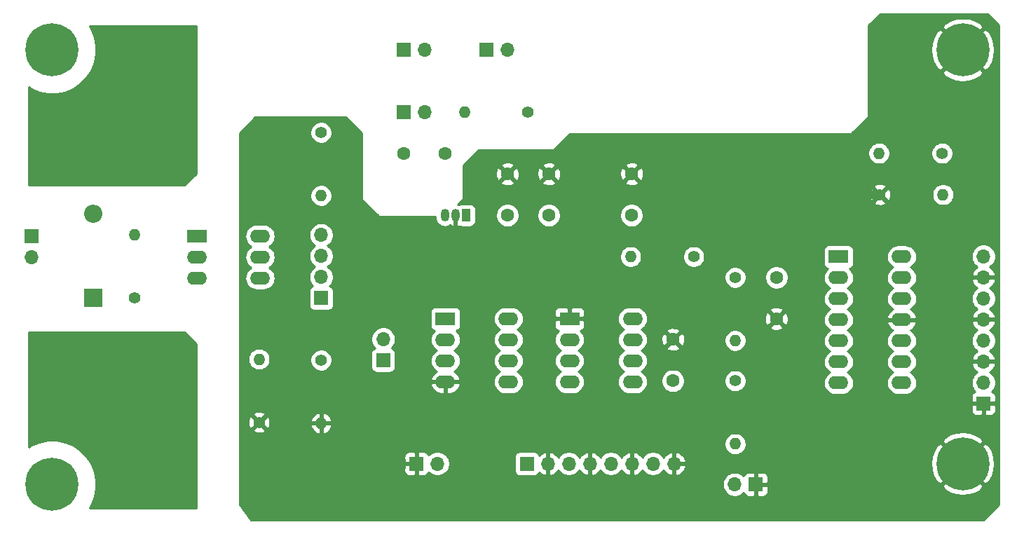
<source format=gbr>
G04 #@! TF.GenerationSoftware,KiCad,Pcbnew,(5.1.9)-1*
G04 #@! TF.CreationDate,2021-05-01T23:11:56+02:00*
G04 #@! TF.ProjectId,usb_pcb,7573625f-7063-4622-9e6b-696361645f70,0*
G04 #@! TF.SameCoordinates,Original*
G04 #@! TF.FileFunction,Copper,L2,Bot*
G04 #@! TF.FilePolarity,Positive*
%FSLAX46Y46*%
G04 Gerber Fmt 4.6, Leading zero omitted, Abs format (unit mm)*
G04 Created by KiCad (PCBNEW (5.1.9)-1) date 2021-05-01 23:11:56*
%MOMM*%
%LPD*%
G01*
G04 APERTURE LIST*
G04 #@! TA.AperFunction,ComponentPad*
%ADD10C,0.800000*%
G04 #@! TD*
G04 #@! TA.AperFunction,ComponentPad*
%ADD11C,6.400000*%
G04 #@! TD*
G04 #@! TA.AperFunction,ComponentPad*
%ADD12O,1.700000X1.700000*%
G04 #@! TD*
G04 #@! TA.AperFunction,ComponentPad*
%ADD13R,1.700000X1.700000*%
G04 #@! TD*
G04 #@! TA.AperFunction,ComponentPad*
%ADD14O,1.400000X1.400000*%
G04 #@! TD*
G04 #@! TA.AperFunction,ComponentPad*
%ADD15C,1.400000*%
G04 #@! TD*
G04 #@! TA.AperFunction,ComponentPad*
%ADD16R,1.050000X1.500000*%
G04 #@! TD*
G04 #@! TA.AperFunction,ComponentPad*
%ADD17O,1.050000X1.500000*%
G04 #@! TD*
G04 #@! TA.AperFunction,ComponentPad*
%ADD18O,2.200000X2.200000*%
G04 #@! TD*
G04 #@! TA.AperFunction,ComponentPad*
%ADD19R,2.200000X2.200000*%
G04 #@! TD*
G04 #@! TA.AperFunction,ComponentPad*
%ADD20C,1.600000*%
G04 #@! TD*
G04 #@! TA.AperFunction,ComponentPad*
%ADD21O,2.400000X1.600000*%
G04 #@! TD*
G04 #@! TA.AperFunction,ComponentPad*
%ADD22R,2.400000X1.600000*%
G04 #@! TD*
G04 #@! TA.AperFunction,Conductor*
%ADD23C,1.000000*%
G04 #@! TD*
G04 #@! TA.AperFunction,Conductor*
%ADD24C,0.254000*%
G04 #@! TD*
G04 #@! TA.AperFunction,Conductor*
%ADD25C,0.100000*%
G04 #@! TD*
G04 #@! TA.AperFunction,NonConductor*
%ADD26C,0.254000*%
G04 #@! TD*
G04 #@! TA.AperFunction,NonConductor*
%ADD27C,0.100000*%
G04 #@! TD*
G04 APERTURE END LIST*
D10*
X59197056Y-100802944D03*
X57500000Y-100100000D03*
X55802944Y-100802944D03*
X55100000Y-102500000D03*
X55802944Y-104197056D03*
X57500000Y-104900000D03*
X59197056Y-104197056D03*
X59900000Y-102500000D03*
D11*
X57500000Y-102500000D03*
D10*
X59197056Y-48302944D03*
X57500000Y-47600000D03*
X55802944Y-48302944D03*
X55100000Y-50000000D03*
X55802944Y-51697056D03*
X57500000Y-52400000D03*
X59197056Y-51697056D03*
X59900000Y-50000000D03*
D11*
X57500000Y-50000000D03*
D10*
X169197056Y-98302944D03*
X167500000Y-97600000D03*
X165802944Y-98302944D03*
X165100000Y-100000000D03*
X165802944Y-101697056D03*
X167500000Y-102400000D03*
X169197056Y-101697056D03*
X169900000Y-100000000D03*
D11*
X167500000Y-100000000D03*
D10*
X169197056Y-48302944D03*
X167500000Y-47600000D03*
X165802944Y-48302944D03*
X165100000Y-50000000D03*
X165802944Y-51697056D03*
X167500000Y-52400000D03*
X169197056Y-51697056D03*
X169900000Y-50000000D03*
D11*
X167500000Y-50000000D03*
D12*
X90000000Y-72380000D03*
X90000000Y-74920000D03*
X90000000Y-77460000D03*
D13*
X90000000Y-80000000D03*
D12*
X170000000Y-74960000D03*
X170000000Y-77500000D03*
X170000000Y-80040000D03*
X170000000Y-82580000D03*
X170000000Y-85120000D03*
X170000000Y-87660000D03*
X170000000Y-90200000D03*
D13*
X170000000Y-92740000D03*
D12*
X132620000Y-100000000D03*
X130080000Y-100000000D03*
X127540000Y-100000000D03*
X125000000Y-100000000D03*
X122460000Y-100000000D03*
X119920000Y-100000000D03*
X117380000Y-100000000D03*
D13*
X114840000Y-100000000D03*
D14*
X107380000Y-57500000D03*
D15*
X115000000Y-57500000D03*
D12*
X112540000Y-50000000D03*
D13*
X110000000Y-50000000D03*
D12*
X102540000Y-57500000D03*
D13*
X100000000Y-57500000D03*
D12*
X102540000Y-50000000D03*
D13*
X100000000Y-50000000D03*
D12*
X139960000Y-102500000D03*
D13*
X142500000Y-102500000D03*
D12*
X97500000Y-84960000D03*
D13*
X97500000Y-87500000D03*
D12*
X104040000Y-100000000D03*
D13*
X101500000Y-100000000D03*
D12*
X55000000Y-75040000D03*
D13*
X55000000Y-72500000D03*
D16*
X107500000Y-70000000D03*
D17*
X104960000Y-70000000D03*
X106230000Y-70000000D03*
D14*
X165120000Y-67500000D03*
D15*
X157500000Y-67500000D03*
D14*
X157380000Y-62500000D03*
D15*
X165000000Y-62500000D03*
D14*
X67500000Y-72380000D03*
D15*
X67500000Y-80000000D03*
D18*
X62500000Y-69840000D03*
D19*
X62500000Y-80000000D03*
D20*
X105000000Y-62500000D03*
X100000000Y-62500000D03*
D21*
X160120000Y-75000000D03*
X152500000Y-90240000D03*
X160120000Y-77540000D03*
X152500000Y-87700000D03*
X160120000Y-80080000D03*
X152500000Y-85160000D03*
X160120000Y-82620000D03*
X152500000Y-82620000D03*
X160120000Y-85160000D03*
X152500000Y-80080000D03*
X160120000Y-87700000D03*
X152500000Y-77540000D03*
X160120000Y-90240000D03*
D22*
X152500000Y-75000000D03*
D21*
X112620000Y-82500000D03*
X105000000Y-90120000D03*
X112620000Y-85040000D03*
X105000000Y-87580000D03*
X112620000Y-87580000D03*
X105000000Y-85040000D03*
X112620000Y-90120000D03*
D22*
X105000000Y-82500000D03*
D21*
X82620000Y-72500000D03*
X75000000Y-77580000D03*
X82620000Y-75040000D03*
X75000000Y-75040000D03*
X82620000Y-77580000D03*
D22*
X75000000Y-72500000D03*
D21*
X127620000Y-82500000D03*
X120000000Y-90120000D03*
X127620000Y-85040000D03*
X120000000Y-87580000D03*
X127620000Y-87580000D03*
X120000000Y-85040000D03*
X127620000Y-90120000D03*
D22*
X120000000Y-82500000D03*
D14*
X90000000Y-95120000D03*
D15*
X90000000Y-87500000D03*
D14*
X90000000Y-67620000D03*
D15*
X90000000Y-60000000D03*
D14*
X140000000Y-85120000D03*
D15*
X140000000Y-77500000D03*
D14*
X82500000Y-87380000D03*
D15*
X82500000Y-95000000D03*
D14*
X127380000Y-75000000D03*
D15*
X135000000Y-75000000D03*
D14*
X140000000Y-97620000D03*
D15*
X140000000Y-90000000D03*
D20*
X117500000Y-65000000D03*
X117500000Y-70000000D03*
X112500000Y-65000000D03*
X112500000Y-70000000D03*
X127500000Y-65000000D03*
X127500000Y-70000000D03*
X145000000Y-82500000D03*
X145000000Y-77500000D03*
X132500000Y-85000000D03*
X132500000Y-90000000D03*
D23*
X157500000Y-67500000D02*
X156500000Y-67500000D01*
D24*
X171840000Y-47019606D02*
X171840001Y-104980393D01*
X169980394Y-106840000D01*
X81538750Y-106840000D01*
X80127000Y-104957667D01*
X80127000Y-102353740D01*
X138475000Y-102353740D01*
X138475000Y-102646260D01*
X138532068Y-102933158D01*
X138644010Y-103203411D01*
X138806525Y-103446632D01*
X139013368Y-103653475D01*
X139256589Y-103815990D01*
X139526842Y-103927932D01*
X139813740Y-103985000D01*
X140106260Y-103985000D01*
X140393158Y-103927932D01*
X140663411Y-103815990D01*
X140906632Y-103653475D01*
X141038487Y-103521620D01*
X141060498Y-103594180D01*
X141119463Y-103704494D01*
X141198815Y-103801185D01*
X141295506Y-103880537D01*
X141405820Y-103939502D01*
X141525518Y-103975812D01*
X141650000Y-103988072D01*
X142214250Y-103985000D01*
X142373000Y-103826250D01*
X142373000Y-102627000D01*
X142627000Y-102627000D01*
X142627000Y-103826250D01*
X142785750Y-103985000D01*
X143350000Y-103988072D01*
X143474482Y-103975812D01*
X143594180Y-103939502D01*
X143704494Y-103880537D01*
X143801185Y-103801185D01*
X143880537Y-103704494D01*
X143939502Y-103594180D01*
X143975812Y-103474482D01*
X143988072Y-103350000D01*
X143985000Y-102785750D01*
X143900131Y-102700881D01*
X164978724Y-102700881D01*
X165338912Y-103190548D01*
X166002882Y-103550849D01*
X166724385Y-103774694D01*
X167475695Y-103853480D01*
X168227938Y-103784178D01*
X168952208Y-103569452D01*
X169620670Y-103217555D01*
X169661088Y-103190548D01*
X170021276Y-102700881D01*
X167500000Y-100179605D01*
X164978724Y-102700881D01*
X143900131Y-102700881D01*
X143826250Y-102627000D01*
X142627000Y-102627000D01*
X142373000Y-102627000D01*
X142353000Y-102627000D01*
X142353000Y-102373000D01*
X142373000Y-102373000D01*
X142373000Y-101173750D01*
X142627000Y-101173750D01*
X142627000Y-102373000D01*
X143826250Y-102373000D01*
X143985000Y-102214250D01*
X143988072Y-101650000D01*
X143975812Y-101525518D01*
X143939502Y-101405820D01*
X143880537Y-101295506D01*
X143801185Y-101198815D01*
X143704494Y-101119463D01*
X143594180Y-101060498D01*
X143474482Y-101024188D01*
X143350000Y-101011928D01*
X142785750Y-101015000D01*
X142627000Y-101173750D01*
X142373000Y-101173750D01*
X142214250Y-101015000D01*
X141650000Y-101011928D01*
X141525518Y-101024188D01*
X141405820Y-101060498D01*
X141295506Y-101119463D01*
X141198815Y-101198815D01*
X141119463Y-101295506D01*
X141060498Y-101405820D01*
X141038487Y-101478380D01*
X140906632Y-101346525D01*
X140663411Y-101184010D01*
X140393158Y-101072068D01*
X140106260Y-101015000D01*
X139813740Y-101015000D01*
X139526842Y-101072068D01*
X139256589Y-101184010D01*
X139013368Y-101346525D01*
X138806525Y-101553368D01*
X138644010Y-101796589D01*
X138532068Y-102066842D01*
X138475000Y-102353740D01*
X80127000Y-102353740D01*
X80127000Y-100850000D01*
X100011928Y-100850000D01*
X100024188Y-100974482D01*
X100060498Y-101094180D01*
X100119463Y-101204494D01*
X100198815Y-101301185D01*
X100295506Y-101380537D01*
X100405820Y-101439502D01*
X100525518Y-101475812D01*
X100650000Y-101488072D01*
X101214250Y-101485000D01*
X101373000Y-101326250D01*
X101373000Y-100127000D01*
X100173750Y-100127000D01*
X100015000Y-100285750D01*
X100011928Y-100850000D01*
X80127000Y-100850000D01*
X80127000Y-99150000D01*
X100011928Y-99150000D01*
X100015000Y-99714250D01*
X100173750Y-99873000D01*
X101373000Y-99873000D01*
X101373000Y-98673750D01*
X101627000Y-98673750D01*
X101627000Y-99873000D01*
X101647000Y-99873000D01*
X101647000Y-100127000D01*
X101627000Y-100127000D01*
X101627000Y-101326250D01*
X101785750Y-101485000D01*
X102350000Y-101488072D01*
X102474482Y-101475812D01*
X102594180Y-101439502D01*
X102704494Y-101380537D01*
X102801185Y-101301185D01*
X102880537Y-101204494D01*
X102939502Y-101094180D01*
X102961513Y-101021620D01*
X103093368Y-101153475D01*
X103336589Y-101315990D01*
X103606842Y-101427932D01*
X103893740Y-101485000D01*
X104186260Y-101485000D01*
X104473158Y-101427932D01*
X104743411Y-101315990D01*
X104986632Y-101153475D01*
X105193475Y-100946632D01*
X105355990Y-100703411D01*
X105467932Y-100433158D01*
X105525000Y-100146260D01*
X105525000Y-99853740D01*
X105467932Y-99566842D01*
X105355990Y-99296589D01*
X105258043Y-99150000D01*
X113351928Y-99150000D01*
X113351928Y-100850000D01*
X113364188Y-100974482D01*
X113400498Y-101094180D01*
X113459463Y-101204494D01*
X113538815Y-101301185D01*
X113635506Y-101380537D01*
X113745820Y-101439502D01*
X113865518Y-101475812D01*
X113990000Y-101488072D01*
X115690000Y-101488072D01*
X115814482Y-101475812D01*
X115934180Y-101439502D01*
X116044494Y-101380537D01*
X116141185Y-101301185D01*
X116220537Y-101204494D01*
X116279502Y-101094180D01*
X116303966Y-101013534D01*
X116379731Y-101097588D01*
X116613080Y-101271641D01*
X116875901Y-101396825D01*
X117023110Y-101441476D01*
X117253000Y-101320155D01*
X117253000Y-100127000D01*
X117233000Y-100127000D01*
X117233000Y-99873000D01*
X117253000Y-99873000D01*
X117253000Y-98679845D01*
X117507000Y-98679845D01*
X117507000Y-99873000D01*
X117527000Y-99873000D01*
X117527000Y-100127000D01*
X117507000Y-100127000D01*
X117507000Y-101320155D01*
X117736890Y-101441476D01*
X117884099Y-101396825D01*
X118146920Y-101271641D01*
X118380269Y-101097588D01*
X118575178Y-100881355D01*
X118644805Y-100764466D01*
X118766525Y-100946632D01*
X118973368Y-101153475D01*
X119216589Y-101315990D01*
X119486842Y-101427932D01*
X119773740Y-101485000D01*
X120066260Y-101485000D01*
X120353158Y-101427932D01*
X120623411Y-101315990D01*
X120866632Y-101153475D01*
X121073475Y-100946632D01*
X121195195Y-100764466D01*
X121264822Y-100881355D01*
X121459731Y-101097588D01*
X121693080Y-101271641D01*
X121955901Y-101396825D01*
X122103110Y-101441476D01*
X122333000Y-101320155D01*
X122333000Y-100127000D01*
X122313000Y-100127000D01*
X122313000Y-99873000D01*
X122333000Y-99873000D01*
X122333000Y-98679845D01*
X122587000Y-98679845D01*
X122587000Y-99873000D01*
X122607000Y-99873000D01*
X122607000Y-100127000D01*
X122587000Y-100127000D01*
X122587000Y-101320155D01*
X122816890Y-101441476D01*
X122964099Y-101396825D01*
X123226920Y-101271641D01*
X123460269Y-101097588D01*
X123655178Y-100881355D01*
X123724805Y-100764466D01*
X123846525Y-100946632D01*
X124053368Y-101153475D01*
X124296589Y-101315990D01*
X124566842Y-101427932D01*
X124853740Y-101485000D01*
X125146260Y-101485000D01*
X125433158Y-101427932D01*
X125703411Y-101315990D01*
X125946632Y-101153475D01*
X126153475Y-100946632D01*
X126275195Y-100764466D01*
X126344822Y-100881355D01*
X126539731Y-101097588D01*
X126773080Y-101271641D01*
X127035901Y-101396825D01*
X127183110Y-101441476D01*
X127413000Y-101320155D01*
X127413000Y-100127000D01*
X127393000Y-100127000D01*
X127393000Y-99873000D01*
X127413000Y-99873000D01*
X127413000Y-98679845D01*
X127667000Y-98679845D01*
X127667000Y-99873000D01*
X127687000Y-99873000D01*
X127687000Y-100127000D01*
X127667000Y-100127000D01*
X127667000Y-101320155D01*
X127896890Y-101441476D01*
X128044099Y-101396825D01*
X128306920Y-101271641D01*
X128540269Y-101097588D01*
X128735178Y-100881355D01*
X128804805Y-100764466D01*
X128926525Y-100946632D01*
X129133368Y-101153475D01*
X129376589Y-101315990D01*
X129646842Y-101427932D01*
X129933740Y-101485000D01*
X130226260Y-101485000D01*
X130513158Y-101427932D01*
X130783411Y-101315990D01*
X131026632Y-101153475D01*
X131233475Y-100946632D01*
X131355195Y-100764466D01*
X131424822Y-100881355D01*
X131619731Y-101097588D01*
X131853080Y-101271641D01*
X132115901Y-101396825D01*
X132263110Y-101441476D01*
X132493000Y-101320155D01*
X132493000Y-100127000D01*
X132747000Y-100127000D01*
X132747000Y-101320155D01*
X132976890Y-101441476D01*
X133124099Y-101396825D01*
X133386920Y-101271641D01*
X133620269Y-101097588D01*
X133815178Y-100881355D01*
X133964157Y-100631252D01*
X134061481Y-100356891D01*
X133940814Y-100127000D01*
X132747000Y-100127000D01*
X132493000Y-100127000D01*
X132473000Y-100127000D01*
X132473000Y-99975695D01*
X163646520Y-99975695D01*
X163715822Y-100727938D01*
X163930548Y-101452208D01*
X164282445Y-102120670D01*
X164309452Y-102161088D01*
X164799119Y-102521276D01*
X167320395Y-100000000D01*
X167679605Y-100000000D01*
X170200881Y-102521276D01*
X170690548Y-102161088D01*
X171050849Y-101497118D01*
X171274694Y-100775615D01*
X171353480Y-100024305D01*
X171284178Y-99272062D01*
X171069452Y-98547792D01*
X170717555Y-97879330D01*
X170690548Y-97838912D01*
X170200881Y-97478724D01*
X167679605Y-100000000D01*
X167320395Y-100000000D01*
X164799119Y-97478724D01*
X164309452Y-97838912D01*
X163949151Y-98502882D01*
X163725306Y-99224385D01*
X163646520Y-99975695D01*
X132473000Y-99975695D01*
X132473000Y-99873000D01*
X132493000Y-99873000D01*
X132493000Y-98679845D01*
X132747000Y-98679845D01*
X132747000Y-99873000D01*
X133940814Y-99873000D01*
X134061481Y-99643109D01*
X133964157Y-99368748D01*
X133815178Y-99118645D01*
X133620269Y-98902412D01*
X133386920Y-98728359D01*
X133124099Y-98603175D01*
X132976890Y-98558524D01*
X132747000Y-98679845D01*
X132493000Y-98679845D01*
X132263110Y-98558524D01*
X132115901Y-98603175D01*
X131853080Y-98728359D01*
X131619731Y-98902412D01*
X131424822Y-99118645D01*
X131355195Y-99235534D01*
X131233475Y-99053368D01*
X131026632Y-98846525D01*
X130783411Y-98684010D01*
X130513158Y-98572068D01*
X130226260Y-98515000D01*
X129933740Y-98515000D01*
X129646842Y-98572068D01*
X129376589Y-98684010D01*
X129133368Y-98846525D01*
X128926525Y-99053368D01*
X128804805Y-99235534D01*
X128735178Y-99118645D01*
X128540269Y-98902412D01*
X128306920Y-98728359D01*
X128044099Y-98603175D01*
X127896890Y-98558524D01*
X127667000Y-98679845D01*
X127413000Y-98679845D01*
X127183110Y-98558524D01*
X127035901Y-98603175D01*
X126773080Y-98728359D01*
X126539731Y-98902412D01*
X126344822Y-99118645D01*
X126275195Y-99235534D01*
X126153475Y-99053368D01*
X125946632Y-98846525D01*
X125703411Y-98684010D01*
X125433158Y-98572068D01*
X125146260Y-98515000D01*
X124853740Y-98515000D01*
X124566842Y-98572068D01*
X124296589Y-98684010D01*
X124053368Y-98846525D01*
X123846525Y-99053368D01*
X123724805Y-99235534D01*
X123655178Y-99118645D01*
X123460269Y-98902412D01*
X123226920Y-98728359D01*
X122964099Y-98603175D01*
X122816890Y-98558524D01*
X122587000Y-98679845D01*
X122333000Y-98679845D01*
X122103110Y-98558524D01*
X121955901Y-98603175D01*
X121693080Y-98728359D01*
X121459731Y-98902412D01*
X121264822Y-99118645D01*
X121195195Y-99235534D01*
X121073475Y-99053368D01*
X120866632Y-98846525D01*
X120623411Y-98684010D01*
X120353158Y-98572068D01*
X120066260Y-98515000D01*
X119773740Y-98515000D01*
X119486842Y-98572068D01*
X119216589Y-98684010D01*
X118973368Y-98846525D01*
X118766525Y-99053368D01*
X118644805Y-99235534D01*
X118575178Y-99118645D01*
X118380269Y-98902412D01*
X118146920Y-98728359D01*
X117884099Y-98603175D01*
X117736890Y-98558524D01*
X117507000Y-98679845D01*
X117253000Y-98679845D01*
X117023110Y-98558524D01*
X116875901Y-98603175D01*
X116613080Y-98728359D01*
X116379731Y-98902412D01*
X116303966Y-98986466D01*
X116279502Y-98905820D01*
X116220537Y-98795506D01*
X116141185Y-98698815D01*
X116044494Y-98619463D01*
X115934180Y-98560498D01*
X115814482Y-98524188D01*
X115690000Y-98511928D01*
X113990000Y-98511928D01*
X113865518Y-98524188D01*
X113745820Y-98560498D01*
X113635506Y-98619463D01*
X113538815Y-98698815D01*
X113459463Y-98795506D01*
X113400498Y-98905820D01*
X113364188Y-99025518D01*
X113351928Y-99150000D01*
X105258043Y-99150000D01*
X105193475Y-99053368D01*
X104986632Y-98846525D01*
X104743411Y-98684010D01*
X104473158Y-98572068D01*
X104186260Y-98515000D01*
X103893740Y-98515000D01*
X103606842Y-98572068D01*
X103336589Y-98684010D01*
X103093368Y-98846525D01*
X102961513Y-98978380D01*
X102939502Y-98905820D01*
X102880537Y-98795506D01*
X102801185Y-98698815D01*
X102704494Y-98619463D01*
X102594180Y-98560498D01*
X102474482Y-98524188D01*
X102350000Y-98511928D01*
X101785750Y-98515000D01*
X101627000Y-98673750D01*
X101373000Y-98673750D01*
X101214250Y-98515000D01*
X100650000Y-98511928D01*
X100525518Y-98524188D01*
X100405820Y-98560498D01*
X100295506Y-98619463D01*
X100198815Y-98698815D01*
X100119463Y-98795506D01*
X100060498Y-98905820D01*
X100024188Y-99025518D01*
X100011928Y-99150000D01*
X80127000Y-99150000D01*
X80127000Y-97488514D01*
X138665000Y-97488514D01*
X138665000Y-97751486D01*
X138716304Y-98009405D01*
X138816939Y-98252359D01*
X138963038Y-98471013D01*
X139148987Y-98656962D01*
X139367641Y-98803061D01*
X139610595Y-98903696D01*
X139868514Y-98955000D01*
X140131486Y-98955000D01*
X140389405Y-98903696D01*
X140632359Y-98803061D01*
X140851013Y-98656962D01*
X141036962Y-98471013D01*
X141183061Y-98252359D01*
X141283696Y-98009405D01*
X141335000Y-97751486D01*
X141335000Y-97488514D01*
X141297327Y-97299119D01*
X164978724Y-97299119D01*
X167500000Y-99820395D01*
X170021276Y-97299119D01*
X169661088Y-96809452D01*
X168997118Y-96449151D01*
X168275615Y-96225306D01*
X167524305Y-96146520D01*
X166772062Y-96215822D01*
X166047792Y-96430548D01*
X165379330Y-96782445D01*
X165338912Y-96809452D01*
X164978724Y-97299119D01*
X141297327Y-97299119D01*
X141283696Y-97230595D01*
X141183061Y-96987641D01*
X141036962Y-96768987D01*
X140851013Y-96583038D01*
X140632359Y-96436939D01*
X140389405Y-96336304D01*
X140131486Y-96285000D01*
X139868514Y-96285000D01*
X139610595Y-96336304D01*
X139367641Y-96436939D01*
X139148987Y-96583038D01*
X138963038Y-96768987D01*
X138816939Y-96987641D01*
X138716304Y-97230595D01*
X138665000Y-97488514D01*
X80127000Y-97488514D01*
X80127000Y-95921269D01*
X81758336Y-95921269D01*
X81817797Y-96155037D01*
X82056242Y-96265934D01*
X82311740Y-96328183D01*
X82574473Y-96339390D01*
X82834344Y-96299125D01*
X83081366Y-96208935D01*
X83182203Y-96155037D01*
X83241664Y-95921269D01*
X82500000Y-95179605D01*
X81758336Y-95921269D01*
X80127000Y-95921269D01*
X80127000Y-95074473D01*
X81160610Y-95074473D01*
X81200875Y-95334344D01*
X81291065Y-95581366D01*
X81344963Y-95682203D01*
X81578731Y-95741664D01*
X82320395Y-95000000D01*
X82679605Y-95000000D01*
X83421269Y-95741664D01*
X83655037Y-95682203D01*
X83761482Y-95453330D01*
X88707278Y-95453330D01*
X88797147Y-95699123D01*
X88933241Y-95922660D01*
X89110330Y-96115351D01*
X89321608Y-96269792D01*
X89558956Y-96380047D01*
X89666671Y-96412716D01*
X89873000Y-96289374D01*
X89873000Y-95247000D01*
X90127000Y-95247000D01*
X90127000Y-96289374D01*
X90333329Y-96412716D01*
X90441044Y-96380047D01*
X90678392Y-96269792D01*
X90889670Y-96115351D01*
X91066759Y-95922660D01*
X91202853Y-95699123D01*
X91292722Y-95453330D01*
X91170201Y-95247000D01*
X90127000Y-95247000D01*
X89873000Y-95247000D01*
X88829799Y-95247000D01*
X88707278Y-95453330D01*
X83761482Y-95453330D01*
X83765934Y-95443758D01*
X83828183Y-95188260D01*
X83839390Y-94925527D01*
X83817876Y-94786670D01*
X88707278Y-94786670D01*
X88829799Y-94993000D01*
X89873000Y-94993000D01*
X89873000Y-93950626D01*
X90127000Y-93950626D01*
X90127000Y-94993000D01*
X91170201Y-94993000D01*
X91292722Y-94786670D01*
X91202853Y-94540877D01*
X91066759Y-94317340D01*
X90889670Y-94124649D01*
X90678392Y-93970208D01*
X90441044Y-93859953D01*
X90333329Y-93827284D01*
X90127000Y-93950626D01*
X89873000Y-93950626D01*
X89666671Y-93827284D01*
X89558956Y-93859953D01*
X89321608Y-93970208D01*
X89110330Y-94124649D01*
X88933241Y-94317340D01*
X88797147Y-94540877D01*
X88707278Y-94786670D01*
X83817876Y-94786670D01*
X83799125Y-94665656D01*
X83708935Y-94418634D01*
X83655037Y-94317797D01*
X83421269Y-94258336D01*
X82679605Y-95000000D01*
X82320395Y-95000000D01*
X81578731Y-94258336D01*
X81344963Y-94317797D01*
X81234066Y-94556242D01*
X81171817Y-94811740D01*
X81160610Y-95074473D01*
X80127000Y-95074473D01*
X80127000Y-94078731D01*
X81758336Y-94078731D01*
X82500000Y-94820395D01*
X83241664Y-94078731D01*
X83182203Y-93844963D01*
X82943758Y-93734066D01*
X82688260Y-93671817D01*
X82425527Y-93660610D01*
X82165656Y-93700875D01*
X81918634Y-93791065D01*
X81817797Y-93844963D01*
X81758336Y-94078731D01*
X80127000Y-94078731D01*
X80127000Y-93590000D01*
X168511928Y-93590000D01*
X168524188Y-93714482D01*
X168560498Y-93834180D01*
X168619463Y-93944494D01*
X168698815Y-94041185D01*
X168795506Y-94120537D01*
X168905820Y-94179502D01*
X169025518Y-94215812D01*
X169150000Y-94228072D01*
X169714250Y-94225000D01*
X169873000Y-94066250D01*
X169873000Y-92867000D01*
X170127000Y-92867000D01*
X170127000Y-94066250D01*
X170285750Y-94225000D01*
X170850000Y-94228072D01*
X170974482Y-94215812D01*
X171094180Y-94179502D01*
X171204494Y-94120537D01*
X171301185Y-94041185D01*
X171380537Y-93944494D01*
X171439502Y-93834180D01*
X171475812Y-93714482D01*
X171488072Y-93590000D01*
X171485000Y-93025750D01*
X171326250Y-92867000D01*
X170127000Y-92867000D01*
X169873000Y-92867000D01*
X168673750Y-92867000D01*
X168515000Y-93025750D01*
X168511928Y-93590000D01*
X80127000Y-93590000D01*
X80127000Y-91890000D01*
X168511928Y-91890000D01*
X168515000Y-92454250D01*
X168673750Y-92613000D01*
X169873000Y-92613000D01*
X169873000Y-92593000D01*
X170127000Y-92593000D01*
X170127000Y-92613000D01*
X171326250Y-92613000D01*
X171485000Y-92454250D01*
X171488072Y-91890000D01*
X171475812Y-91765518D01*
X171439502Y-91645820D01*
X171380537Y-91535506D01*
X171301185Y-91438815D01*
X171204494Y-91359463D01*
X171094180Y-91300498D01*
X171021620Y-91278487D01*
X171153475Y-91146632D01*
X171315990Y-90903411D01*
X171427932Y-90633158D01*
X171485000Y-90346260D01*
X171485000Y-90053740D01*
X171427932Y-89766842D01*
X171315990Y-89496589D01*
X171153475Y-89253368D01*
X170946632Y-89046525D01*
X170764466Y-88924805D01*
X170881355Y-88855178D01*
X171097588Y-88660269D01*
X171271641Y-88426920D01*
X171396825Y-88164099D01*
X171441476Y-88016890D01*
X171320155Y-87787000D01*
X170127000Y-87787000D01*
X170127000Y-87807000D01*
X169873000Y-87807000D01*
X169873000Y-87787000D01*
X168679845Y-87787000D01*
X168558524Y-88016890D01*
X168603175Y-88164099D01*
X168728359Y-88426920D01*
X168902412Y-88660269D01*
X169118645Y-88855178D01*
X169235534Y-88924805D01*
X169053368Y-89046525D01*
X168846525Y-89253368D01*
X168684010Y-89496589D01*
X168572068Y-89766842D01*
X168515000Y-90053740D01*
X168515000Y-90346260D01*
X168572068Y-90633158D01*
X168684010Y-90903411D01*
X168846525Y-91146632D01*
X168978380Y-91278487D01*
X168905820Y-91300498D01*
X168795506Y-91359463D01*
X168698815Y-91438815D01*
X168619463Y-91535506D01*
X168560498Y-91645820D01*
X168524188Y-91765518D01*
X168511928Y-91890000D01*
X80127000Y-91890000D01*
X80127000Y-90469039D01*
X103208096Y-90469039D01*
X103225633Y-90551818D01*
X103336285Y-90811646D01*
X103495500Y-91044895D01*
X103697161Y-91242601D01*
X103933517Y-91397166D01*
X104195486Y-91502650D01*
X104473000Y-91555000D01*
X104873000Y-91555000D01*
X104873000Y-90247000D01*
X105127000Y-90247000D01*
X105127000Y-91555000D01*
X105527000Y-91555000D01*
X105804514Y-91502650D01*
X106066483Y-91397166D01*
X106302839Y-91242601D01*
X106504500Y-91044895D01*
X106663715Y-90811646D01*
X106774367Y-90551818D01*
X106791904Y-90469039D01*
X106669915Y-90247000D01*
X105127000Y-90247000D01*
X104873000Y-90247000D01*
X103330085Y-90247000D01*
X103208096Y-90469039D01*
X80127000Y-90469039D01*
X80127000Y-87248514D01*
X81165000Y-87248514D01*
X81165000Y-87511486D01*
X81216304Y-87769405D01*
X81316939Y-88012359D01*
X81463038Y-88231013D01*
X81648987Y-88416962D01*
X81867641Y-88563061D01*
X82110595Y-88663696D01*
X82368514Y-88715000D01*
X82631486Y-88715000D01*
X82889405Y-88663696D01*
X83132359Y-88563061D01*
X83351013Y-88416962D01*
X83536962Y-88231013D01*
X83683061Y-88012359D01*
X83783696Y-87769405D01*
X83835000Y-87511486D01*
X83835000Y-87368514D01*
X88665000Y-87368514D01*
X88665000Y-87631486D01*
X88716304Y-87889405D01*
X88816939Y-88132359D01*
X88963038Y-88351013D01*
X89148987Y-88536962D01*
X89367641Y-88683061D01*
X89610595Y-88783696D01*
X89868514Y-88835000D01*
X90131486Y-88835000D01*
X90389405Y-88783696D01*
X90632359Y-88683061D01*
X90851013Y-88536962D01*
X91036962Y-88351013D01*
X91183061Y-88132359D01*
X91283696Y-87889405D01*
X91335000Y-87631486D01*
X91335000Y-87368514D01*
X91283696Y-87110595D01*
X91183061Y-86867641D01*
X91037639Y-86650000D01*
X96011928Y-86650000D01*
X96011928Y-88350000D01*
X96024188Y-88474482D01*
X96060498Y-88594180D01*
X96119463Y-88704494D01*
X96198815Y-88801185D01*
X96295506Y-88880537D01*
X96405820Y-88939502D01*
X96525518Y-88975812D01*
X96650000Y-88988072D01*
X98350000Y-88988072D01*
X98474482Y-88975812D01*
X98594180Y-88939502D01*
X98704494Y-88880537D01*
X98801185Y-88801185D01*
X98880537Y-88704494D01*
X98939502Y-88594180D01*
X98975812Y-88474482D01*
X98988072Y-88350000D01*
X98988072Y-86650000D01*
X98975812Y-86525518D01*
X98939502Y-86405820D01*
X98880537Y-86295506D01*
X98801185Y-86198815D01*
X98704494Y-86119463D01*
X98594180Y-86060498D01*
X98521620Y-86038487D01*
X98653475Y-85906632D01*
X98815990Y-85663411D01*
X98927932Y-85393158D01*
X98985000Y-85106260D01*
X98985000Y-85040000D01*
X103158057Y-85040000D01*
X103185764Y-85321309D01*
X103267818Y-85591808D01*
X103401068Y-85841101D01*
X103580392Y-86059608D01*
X103798899Y-86238932D01*
X103931858Y-86310000D01*
X103798899Y-86381068D01*
X103580392Y-86560392D01*
X103401068Y-86778899D01*
X103267818Y-87028192D01*
X103185764Y-87298691D01*
X103158057Y-87580000D01*
X103185764Y-87861309D01*
X103267818Y-88131808D01*
X103401068Y-88381101D01*
X103580392Y-88599608D01*
X103798899Y-88778932D01*
X103926741Y-88847265D01*
X103697161Y-88997399D01*
X103495500Y-89195105D01*
X103336285Y-89428354D01*
X103225633Y-89688182D01*
X103208096Y-89770961D01*
X103330085Y-89993000D01*
X104873000Y-89993000D01*
X104873000Y-89973000D01*
X105127000Y-89973000D01*
X105127000Y-89993000D01*
X106669915Y-89993000D01*
X106791904Y-89770961D01*
X106774367Y-89688182D01*
X106663715Y-89428354D01*
X106504500Y-89195105D01*
X106302839Y-88997399D01*
X106073259Y-88847265D01*
X106201101Y-88778932D01*
X106419608Y-88599608D01*
X106598932Y-88381101D01*
X106732182Y-88131808D01*
X106814236Y-87861309D01*
X106841943Y-87580000D01*
X106814236Y-87298691D01*
X106732182Y-87028192D01*
X106598932Y-86778899D01*
X106419608Y-86560392D01*
X106201101Y-86381068D01*
X106068142Y-86310000D01*
X106201101Y-86238932D01*
X106419608Y-86059608D01*
X106598932Y-85841101D01*
X106732182Y-85591808D01*
X106814236Y-85321309D01*
X106841943Y-85040000D01*
X106814236Y-84758691D01*
X106732182Y-84488192D01*
X106598932Y-84238899D01*
X106419608Y-84020392D01*
X106306518Y-83927581D01*
X106324482Y-83925812D01*
X106444180Y-83889502D01*
X106554494Y-83830537D01*
X106651185Y-83751185D01*
X106730537Y-83654494D01*
X106789502Y-83544180D01*
X106825812Y-83424482D01*
X106838072Y-83300000D01*
X106838072Y-82500000D01*
X110778057Y-82500000D01*
X110805764Y-82781309D01*
X110887818Y-83051808D01*
X111021068Y-83301101D01*
X111200392Y-83519608D01*
X111418899Y-83698932D01*
X111551858Y-83770000D01*
X111418899Y-83841068D01*
X111200392Y-84020392D01*
X111021068Y-84238899D01*
X110887818Y-84488192D01*
X110805764Y-84758691D01*
X110778057Y-85040000D01*
X110805764Y-85321309D01*
X110887818Y-85591808D01*
X111021068Y-85841101D01*
X111200392Y-86059608D01*
X111418899Y-86238932D01*
X111551858Y-86310000D01*
X111418899Y-86381068D01*
X111200392Y-86560392D01*
X111021068Y-86778899D01*
X110887818Y-87028192D01*
X110805764Y-87298691D01*
X110778057Y-87580000D01*
X110805764Y-87861309D01*
X110887818Y-88131808D01*
X111021068Y-88381101D01*
X111200392Y-88599608D01*
X111418899Y-88778932D01*
X111551858Y-88850000D01*
X111418899Y-88921068D01*
X111200392Y-89100392D01*
X111021068Y-89318899D01*
X110887818Y-89568192D01*
X110805764Y-89838691D01*
X110778057Y-90120000D01*
X110805764Y-90401309D01*
X110887818Y-90671808D01*
X111021068Y-90921101D01*
X111200392Y-91139608D01*
X111418899Y-91318932D01*
X111668192Y-91452182D01*
X111938691Y-91534236D01*
X112149508Y-91555000D01*
X113090492Y-91555000D01*
X113301309Y-91534236D01*
X113571808Y-91452182D01*
X113821101Y-91318932D01*
X114039608Y-91139608D01*
X114218932Y-90921101D01*
X114352182Y-90671808D01*
X114434236Y-90401309D01*
X114461943Y-90120000D01*
X114434236Y-89838691D01*
X114352182Y-89568192D01*
X114218932Y-89318899D01*
X114039608Y-89100392D01*
X113821101Y-88921068D01*
X113688142Y-88850000D01*
X113821101Y-88778932D01*
X114039608Y-88599608D01*
X114218932Y-88381101D01*
X114352182Y-88131808D01*
X114434236Y-87861309D01*
X114461943Y-87580000D01*
X114434236Y-87298691D01*
X114352182Y-87028192D01*
X114218932Y-86778899D01*
X114039608Y-86560392D01*
X113821101Y-86381068D01*
X113688142Y-86310000D01*
X113821101Y-86238932D01*
X114039608Y-86059608D01*
X114218932Y-85841101D01*
X114352182Y-85591808D01*
X114434236Y-85321309D01*
X114461943Y-85040000D01*
X118158057Y-85040000D01*
X118185764Y-85321309D01*
X118267818Y-85591808D01*
X118401068Y-85841101D01*
X118580392Y-86059608D01*
X118798899Y-86238932D01*
X118931858Y-86310000D01*
X118798899Y-86381068D01*
X118580392Y-86560392D01*
X118401068Y-86778899D01*
X118267818Y-87028192D01*
X118185764Y-87298691D01*
X118158057Y-87580000D01*
X118185764Y-87861309D01*
X118267818Y-88131808D01*
X118401068Y-88381101D01*
X118580392Y-88599608D01*
X118798899Y-88778932D01*
X118931858Y-88850000D01*
X118798899Y-88921068D01*
X118580392Y-89100392D01*
X118401068Y-89318899D01*
X118267818Y-89568192D01*
X118185764Y-89838691D01*
X118158057Y-90120000D01*
X118185764Y-90401309D01*
X118267818Y-90671808D01*
X118401068Y-90921101D01*
X118580392Y-91139608D01*
X118798899Y-91318932D01*
X119048192Y-91452182D01*
X119318691Y-91534236D01*
X119529508Y-91555000D01*
X120470492Y-91555000D01*
X120681309Y-91534236D01*
X120951808Y-91452182D01*
X121201101Y-91318932D01*
X121419608Y-91139608D01*
X121598932Y-90921101D01*
X121732182Y-90671808D01*
X121814236Y-90401309D01*
X121841943Y-90120000D01*
X121814236Y-89838691D01*
X121732182Y-89568192D01*
X121598932Y-89318899D01*
X121419608Y-89100392D01*
X121201101Y-88921068D01*
X121068142Y-88850000D01*
X121201101Y-88778932D01*
X121419608Y-88599608D01*
X121598932Y-88381101D01*
X121732182Y-88131808D01*
X121814236Y-87861309D01*
X121841943Y-87580000D01*
X121814236Y-87298691D01*
X121732182Y-87028192D01*
X121598932Y-86778899D01*
X121419608Y-86560392D01*
X121201101Y-86381068D01*
X121068142Y-86310000D01*
X121201101Y-86238932D01*
X121419608Y-86059608D01*
X121598932Y-85841101D01*
X121732182Y-85591808D01*
X121814236Y-85321309D01*
X121841943Y-85040000D01*
X121814236Y-84758691D01*
X121732182Y-84488192D01*
X121598932Y-84238899D01*
X121419608Y-84020392D01*
X121306518Y-83927581D01*
X121324482Y-83925812D01*
X121444180Y-83889502D01*
X121554494Y-83830537D01*
X121651185Y-83751185D01*
X121730537Y-83654494D01*
X121789502Y-83544180D01*
X121825812Y-83424482D01*
X121838072Y-83300000D01*
X121835000Y-82785750D01*
X121676250Y-82627000D01*
X120127000Y-82627000D01*
X120127000Y-82647000D01*
X119873000Y-82647000D01*
X119873000Y-82627000D01*
X118323750Y-82627000D01*
X118165000Y-82785750D01*
X118161928Y-83300000D01*
X118174188Y-83424482D01*
X118210498Y-83544180D01*
X118269463Y-83654494D01*
X118348815Y-83751185D01*
X118445506Y-83830537D01*
X118555820Y-83889502D01*
X118675518Y-83925812D01*
X118693482Y-83927581D01*
X118580392Y-84020392D01*
X118401068Y-84238899D01*
X118267818Y-84488192D01*
X118185764Y-84758691D01*
X118158057Y-85040000D01*
X114461943Y-85040000D01*
X114434236Y-84758691D01*
X114352182Y-84488192D01*
X114218932Y-84238899D01*
X114039608Y-84020392D01*
X113821101Y-83841068D01*
X113688142Y-83770000D01*
X113821101Y-83698932D01*
X114039608Y-83519608D01*
X114218932Y-83301101D01*
X114352182Y-83051808D01*
X114434236Y-82781309D01*
X114461943Y-82500000D01*
X125778057Y-82500000D01*
X125805764Y-82781309D01*
X125887818Y-83051808D01*
X126021068Y-83301101D01*
X126200392Y-83519608D01*
X126418899Y-83698932D01*
X126551858Y-83770000D01*
X126418899Y-83841068D01*
X126200392Y-84020392D01*
X126021068Y-84238899D01*
X125887818Y-84488192D01*
X125805764Y-84758691D01*
X125778057Y-85040000D01*
X125805764Y-85321309D01*
X125887818Y-85591808D01*
X126021068Y-85841101D01*
X126200392Y-86059608D01*
X126418899Y-86238932D01*
X126551858Y-86310000D01*
X126418899Y-86381068D01*
X126200392Y-86560392D01*
X126021068Y-86778899D01*
X125887818Y-87028192D01*
X125805764Y-87298691D01*
X125778057Y-87580000D01*
X125805764Y-87861309D01*
X125887818Y-88131808D01*
X126021068Y-88381101D01*
X126200392Y-88599608D01*
X126418899Y-88778932D01*
X126551858Y-88850000D01*
X126418899Y-88921068D01*
X126200392Y-89100392D01*
X126021068Y-89318899D01*
X125887818Y-89568192D01*
X125805764Y-89838691D01*
X125778057Y-90120000D01*
X125805764Y-90401309D01*
X125887818Y-90671808D01*
X126021068Y-90921101D01*
X126200392Y-91139608D01*
X126418899Y-91318932D01*
X126668192Y-91452182D01*
X126938691Y-91534236D01*
X127149508Y-91555000D01*
X128090492Y-91555000D01*
X128301309Y-91534236D01*
X128571808Y-91452182D01*
X128821101Y-91318932D01*
X129039608Y-91139608D01*
X129218932Y-90921101D01*
X129352182Y-90671808D01*
X129434236Y-90401309D01*
X129461943Y-90120000D01*
X129436204Y-89858665D01*
X131065000Y-89858665D01*
X131065000Y-90141335D01*
X131120147Y-90418574D01*
X131228320Y-90679727D01*
X131385363Y-90914759D01*
X131585241Y-91114637D01*
X131820273Y-91271680D01*
X132081426Y-91379853D01*
X132358665Y-91435000D01*
X132641335Y-91435000D01*
X132918574Y-91379853D01*
X133179727Y-91271680D01*
X133414759Y-91114637D01*
X133614637Y-90914759D01*
X133771680Y-90679727D01*
X133879853Y-90418574D01*
X133935000Y-90141335D01*
X133935000Y-89868514D01*
X138665000Y-89868514D01*
X138665000Y-90131486D01*
X138716304Y-90389405D01*
X138816939Y-90632359D01*
X138963038Y-90851013D01*
X139148987Y-91036962D01*
X139367641Y-91183061D01*
X139610595Y-91283696D01*
X139868514Y-91335000D01*
X140131486Y-91335000D01*
X140389405Y-91283696D01*
X140632359Y-91183061D01*
X140851013Y-91036962D01*
X141036962Y-90851013D01*
X141183061Y-90632359D01*
X141283696Y-90389405D01*
X141335000Y-90131486D01*
X141335000Y-89868514D01*
X141283696Y-89610595D01*
X141183061Y-89367641D01*
X141036962Y-89148987D01*
X140851013Y-88963038D01*
X140632359Y-88816939D01*
X140389405Y-88716304D01*
X140131486Y-88665000D01*
X139868514Y-88665000D01*
X139610595Y-88716304D01*
X139367641Y-88816939D01*
X139148987Y-88963038D01*
X138963038Y-89148987D01*
X138816939Y-89367641D01*
X138716304Y-89610595D01*
X138665000Y-89868514D01*
X133935000Y-89868514D01*
X133935000Y-89858665D01*
X133879853Y-89581426D01*
X133771680Y-89320273D01*
X133614637Y-89085241D01*
X133414759Y-88885363D01*
X133179727Y-88728320D01*
X132918574Y-88620147D01*
X132641335Y-88565000D01*
X132358665Y-88565000D01*
X132081426Y-88620147D01*
X131820273Y-88728320D01*
X131585241Y-88885363D01*
X131385363Y-89085241D01*
X131228320Y-89320273D01*
X131120147Y-89581426D01*
X131065000Y-89858665D01*
X129436204Y-89858665D01*
X129434236Y-89838691D01*
X129352182Y-89568192D01*
X129218932Y-89318899D01*
X129039608Y-89100392D01*
X128821101Y-88921068D01*
X128688142Y-88850000D01*
X128821101Y-88778932D01*
X129039608Y-88599608D01*
X129218932Y-88381101D01*
X129352182Y-88131808D01*
X129434236Y-87861309D01*
X129461943Y-87580000D01*
X129434236Y-87298691D01*
X129352182Y-87028192D01*
X129218932Y-86778899D01*
X129039608Y-86560392D01*
X128821101Y-86381068D01*
X128688142Y-86310000D01*
X128821101Y-86238932D01*
X129039608Y-86059608D01*
X129094516Y-85992702D01*
X131686903Y-85992702D01*
X131758486Y-86236671D01*
X132013996Y-86357571D01*
X132288184Y-86426300D01*
X132570512Y-86440217D01*
X132850130Y-86398787D01*
X133116292Y-86303603D01*
X133241514Y-86236671D01*
X133313097Y-85992702D01*
X132500000Y-85179605D01*
X131686903Y-85992702D01*
X129094516Y-85992702D01*
X129218932Y-85841101D01*
X129352182Y-85591808D01*
X129434236Y-85321309D01*
X129458937Y-85070512D01*
X131059783Y-85070512D01*
X131101213Y-85350130D01*
X131196397Y-85616292D01*
X131263329Y-85741514D01*
X131507298Y-85813097D01*
X132320395Y-85000000D01*
X132679605Y-85000000D01*
X133492702Y-85813097D01*
X133736671Y-85741514D01*
X133857571Y-85486004D01*
X133926300Y-85211816D01*
X133937307Y-84988514D01*
X138665000Y-84988514D01*
X138665000Y-85251486D01*
X138716304Y-85509405D01*
X138816939Y-85752359D01*
X138963038Y-85971013D01*
X139148987Y-86156962D01*
X139367641Y-86303061D01*
X139610595Y-86403696D01*
X139868514Y-86455000D01*
X140131486Y-86455000D01*
X140389405Y-86403696D01*
X140632359Y-86303061D01*
X140851013Y-86156962D01*
X141036962Y-85971013D01*
X141183061Y-85752359D01*
X141283696Y-85509405D01*
X141335000Y-85251486D01*
X141335000Y-84988514D01*
X141283696Y-84730595D01*
X141183061Y-84487641D01*
X141036962Y-84268987D01*
X140851013Y-84083038D01*
X140632359Y-83936939D01*
X140389405Y-83836304D01*
X140131486Y-83785000D01*
X139868514Y-83785000D01*
X139610595Y-83836304D01*
X139367641Y-83936939D01*
X139148987Y-84083038D01*
X138963038Y-84268987D01*
X138816939Y-84487641D01*
X138716304Y-84730595D01*
X138665000Y-84988514D01*
X133937307Y-84988514D01*
X133940217Y-84929488D01*
X133898787Y-84649870D01*
X133803603Y-84383708D01*
X133736671Y-84258486D01*
X133492702Y-84186903D01*
X132679605Y-85000000D01*
X132320395Y-85000000D01*
X131507298Y-84186903D01*
X131263329Y-84258486D01*
X131142429Y-84513996D01*
X131073700Y-84788184D01*
X131059783Y-85070512D01*
X129458937Y-85070512D01*
X129461943Y-85040000D01*
X129434236Y-84758691D01*
X129352182Y-84488192D01*
X129218932Y-84238899D01*
X129039608Y-84020392D01*
X129023653Y-84007298D01*
X131686903Y-84007298D01*
X132500000Y-84820395D01*
X133313097Y-84007298D01*
X133241514Y-83763329D01*
X132986004Y-83642429D01*
X132711816Y-83573700D01*
X132429488Y-83559783D01*
X132149870Y-83601213D01*
X131883708Y-83696397D01*
X131758486Y-83763329D01*
X131686903Y-84007298D01*
X129023653Y-84007298D01*
X128821101Y-83841068D01*
X128688142Y-83770000D01*
X128821101Y-83698932D01*
X129039608Y-83519608D01*
X129061689Y-83492702D01*
X144186903Y-83492702D01*
X144258486Y-83736671D01*
X144513996Y-83857571D01*
X144788184Y-83926300D01*
X145070512Y-83940217D01*
X145350130Y-83898787D01*
X145616292Y-83803603D01*
X145741514Y-83736671D01*
X145813097Y-83492702D01*
X145000000Y-82679605D01*
X144186903Y-83492702D01*
X129061689Y-83492702D01*
X129218932Y-83301101D01*
X129352182Y-83051808D01*
X129434236Y-82781309D01*
X129454998Y-82570512D01*
X143559783Y-82570512D01*
X143601213Y-82850130D01*
X143696397Y-83116292D01*
X143763329Y-83241514D01*
X144007298Y-83313097D01*
X144820395Y-82500000D01*
X145179605Y-82500000D01*
X145992702Y-83313097D01*
X146236671Y-83241514D01*
X146357571Y-82986004D01*
X146426300Y-82711816D01*
X146440217Y-82429488D01*
X146398787Y-82149870D01*
X146303603Y-81883708D01*
X146236671Y-81758486D01*
X145992702Y-81686903D01*
X145179605Y-82500000D01*
X144820395Y-82500000D01*
X144007298Y-81686903D01*
X143763329Y-81758486D01*
X143642429Y-82013996D01*
X143573700Y-82288184D01*
X143559783Y-82570512D01*
X129454998Y-82570512D01*
X129461943Y-82500000D01*
X129434236Y-82218691D01*
X129352182Y-81948192D01*
X129218932Y-81698899D01*
X129061690Y-81507298D01*
X144186903Y-81507298D01*
X145000000Y-82320395D01*
X145813097Y-81507298D01*
X145741514Y-81263329D01*
X145486004Y-81142429D01*
X145211816Y-81073700D01*
X144929488Y-81059783D01*
X144649870Y-81101213D01*
X144383708Y-81196397D01*
X144258486Y-81263329D01*
X144186903Y-81507298D01*
X129061690Y-81507298D01*
X129039608Y-81480392D01*
X128821101Y-81301068D01*
X128571808Y-81167818D01*
X128301309Y-81085764D01*
X128090492Y-81065000D01*
X127149508Y-81065000D01*
X126938691Y-81085764D01*
X126668192Y-81167818D01*
X126418899Y-81301068D01*
X126200392Y-81480392D01*
X126021068Y-81698899D01*
X125887818Y-81948192D01*
X125805764Y-82218691D01*
X125778057Y-82500000D01*
X114461943Y-82500000D01*
X114434236Y-82218691D01*
X114352182Y-81948192D01*
X114219521Y-81700000D01*
X118161928Y-81700000D01*
X118165000Y-82214250D01*
X118323750Y-82373000D01*
X119873000Y-82373000D01*
X119873000Y-81223750D01*
X120127000Y-81223750D01*
X120127000Y-82373000D01*
X121676250Y-82373000D01*
X121835000Y-82214250D01*
X121838072Y-81700000D01*
X121825812Y-81575518D01*
X121789502Y-81455820D01*
X121730537Y-81345506D01*
X121651185Y-81248815D01*
X121554494Y-81169463D01*
X121444180Y-81110498D01*
X121324482Y-81074188D01*
X121200000Y-81061928D01*
X120285750Y-81065000D01*
X120127000Y-81223750D01*
X119873000Y-81223750D01*
X119714250Y-81065000D01*
X118800000Y-81061928D01*
X118675518Y-81074188D01*
X118555820Y-81110498D01*
X118445506Y-81169463D01*
X118348815Y-81248815D01*
X118269463Y-81345506D01*
X118210498Y-81455820D01*
X118174188Y-81575518D01*
X118161928Y-81700000D01*
X114219521Y-81700000D01*
X114218932Y-81698899D01*
X114039608Y-81480392D01*
X113821101Y-81301068D01*
X113571808Y-81167818D01*
X113301309Y-81085764D01*
X113090492Y-81065000D01*
X112149508Y-81065000D01*
X111938691Y-81085764D01*
X111668192Y-81167818D01*
X111418899Y-81301068D01*
X111200392Y-81480392D01*
X111021068Y-81698899D01*
X110887818Y-81948192D01*
X110805764Y-82218691D01*
X110778057Y-82500000D01*
X106838072Y-82500000D01*
X106838072Y-81700000D01*
X106825812Y-81575518D01*
X106789502Y-81455820D01*
X106730537Y-81345506D01*
X106651185Y-81248815D01*
X106554494Y-81169463D01*
X106444180Y-81110498D01*
X106324482Y-81074188D01*
X106200000Y-81061928D01*
X103800000Y-81061928D01*
X103675518Y-81074188D01*
X103555820Y-81110498D01*
X103445506Y-81169463D01*
X103348815Y-81248815D01*
X103269463Y-81345506D01*
X103210498Y-81455820D01*
X103174188Y-81575518D01*
X103161928Y-81700000D01*
X103161928Y-83300000D01*
X103174188Y-83424482D01*
X103210498Y-83544180D01*
X103269463Y-83654494D01*
X103348815Y-83751185D01*
X103445506Y-83830537D01*
X103555820Y-83889502D01*
X103675518Y-83925812D01*
X103693482Y-83927581D01*
X103580392Y-84020392D01*
X103401068Y-84238899D01*
X103267818Y-84488192D01*
X103185764Y-84758691D01*
X103158057Y-85040000D01*
X98985000Y-85040000D01*
X98985000Y-84813740D01*
X98927932Y-84526842D01*
X98815990Y-84256589D01*
X98653475Y-84013368D01*
X98446632Y-83806525D01*
X98203411Y-83644010D01*
X97933158Y-83532068D01*
X97646260Y-83475000D01*
X97353740Y-83475000D01*
X97066842Y-83532068D01*
X96796589Y-83644010D01*
X96553368Y-83806525D01*
X96346525Y-84013368D01*
X96184010Y-84256589D01*
X96072068Y-84526842D01*
X96015000Y-84813740D01*
X96015000Y-85106260D01*
X96072068Y-85393158D01*
X96184010Y-85663411D01*
X96346525Y-85906632D01*
X96478380Y-86038487D01*
X96405820Y-86060498D01*
X96295506Y-86119463D01*
X96198815Y-86198815D01*
X96119463Y-86295506D01*
X96060498Y-86405820D01*
X96024188Y-86525518D01*
X96011928Y-86650000D01*
X91037639Y-86650000D01*
X91036962Y-86648987D01*
X90851013Y-86463038D01*
X90632359Y-86316939D01*
X90389405Y-86216304D01*
X90131486Y-86165000D01*
X89868514Y-86165000D01*
X89610595Y-86216304D01*
X89367641Y-86316939D01*
X89148987Y-86463038D01*
X88963038Y-86648987D01*
X88816939Y-86867641D01*
X88716304Y-87110595D01*
X88665000Y-87368514D01*
X83835000Y-87368514D01*
X83835000Y-87248514D01*
X83783696Y-86990595D01*
X83683061Y-86747641D01*
X83536962Y-86528987D01*
X83351013Y-86343038D01*
X83132359Y-86196939D01*
X82889405Y-86096304D01*
X82631486Y-86045000D01*
X82368514Y-86045000D01*
X82110595Y-86096304D01*
X81867641Y-86196939D01*
X81648987Y-86343038D01*
X81463038Y-86528987D01*
X81316939Y-86747641D01*
X81216304Y-86990595D01*
X81165000Y-87248514D01*
X80127000Y-87248514D01*
X80127000Y-79150000D01*
X88511928Y-79150000D01*
X88511928Y-80850000D01*
X88524188Y-80974482D01*
X88560498Y-81094180D01*
X88619463Y-81204494D01*
X88698815Y-81301185D01*
X88795506Y-81380537D01*
X88905820Y-81439502D01*
X89025518Y-81475812D01*
X89150000Y-81488072D01*
X90850000Y-81488072D01*
X90974482Y-81475812D01*
X91094180Y-81439502D01*
X91204494Y-81380537D01*
X91301185Y-81301185D01*
X91380537Y-81204494D01*
X91439502Y-81094180D01*
X91475812Y-80974482D01*
X91488072Y-80850000D01*
X91488072Y-79150000D01*
X91475812Y-79025518D01*
X91439502Y-78905820D01*
X91380537Y-78795506D01*
X91301185Y-78698815D01*
X91204494Y-78619463D01*
X91094180Y-78560498D01*
X91021620Y-78538487D01*
X91153475Y-78406632D01*
X91315990Y-78163411D01*
X91427932Y-77893158D01*
X91485000Y-77606260D01*
X91485000Y-77368514D01*
X138665000Y-77368514D01*
X138665000Y-77631486D01*
X138716304Y-77889405D01*
X138816939Y-78132359D01*
X138963038Y-78351013D01*
X139148987Y-78536962D01*
X139367641Y-78683061D01*
X139610595Y-78783696D01*
X139868514Y-78835000D01*
X140131486Y-78835000D01*
X140389405Y-78783696D01*
X140632359Y-78683061D01*
X140851013Y-78536962D01*
X141036962Y-78351013D01*
X141183061Y-78132359D01*
X141283696Y-77889405D01*
X141335000Y-77631486D01*
X141335000Y-77368514D01*
X141333041Y-77358665D01*
X143565000Y-77358665D01*
X143565000Y-77641335D01*
X143620147Y-77918574D01*
X143728320Y-78179727D01*
X143885363Y-78414759D01*
X144085241Y-78614637D01*
X144320273Y-78771680D01*
X144581426Y-78879853D01*
X144858665Y-78935000D01*
X145141335Y-78935000D01*
X145418574Y-78879853D01*
X145679727Y-78771680D01*
X145914759Y-78614637D01*
X146114637Y-78414759D01*
X146271680Y-78179727D01*
X146379853Y-77918574D01*
X146435000Y-77641335D01*
X146435000Y-77540000D01*
X150658057Y-77540000D01*
X150685764Y-77821309D01*
X150767818Y-78091808D01*
X150901068Y-78341101D01*
X151080392Y-78559608D01*
X151298899Y-78738932D01*
X151431858Y-78810000D01*
X151298899Y-78881068D01*
X151080392Y-79060392D01*
X150901068Y-79278899D01*
X150767818Y-79528192D01*
X150685764Y-79798691D01*
X150658057Y-80080000D01*
X150685764Y-80361309D01*
X150767818Y-80631808D01*
X150901068Y-80881101D01*
X151080392Y-81099608D01*
X151298899Y-81278932D01*
X151431858Y-81350000D01*
X151298899Y-81421068D01*
X151080392Y-81600392D01*
X150901068Y-81818899D01*
X150767818Y-82068192D01*
X150685764Y-82338691D01*
X150658057Y-82620000D01*
X150685764Y-82901309D01*
X150767818Y-83171808D01*
X150901068Y-83421101D01*
X151080392Y-83639608D01*
X151298899Y-83818932D01*
X151431858Y-83890000D01*
X151298899Y-83961068D01*
X151080392Y-84140392D01*
X150901068Y-84358899D01*
X150767818Y-84608192D01*
X150685764Y-84878691D01*
X150658057Y-85160000D01*
X150685764Y-85441309D01*
X150767818Y-85711808D01*
X150901068Y-85961101D01*
X151080392Y-86179608D01*
X151298899Y-86358932D01*
X151431858Y-86430000D01*
X151298899Y-86501068D01*
X151080392Y-86680392D01*
X150901068Y-86898899D01*
X150767818Y-87148192D01*
X150685764Y-87418691D01*
X150658057Y-87700000D01*
X150685764Y-87981309D01*
X150767818Y-88251808D01*
X150901068Y-88501101D01*
X151080392Y-88719608D01*
X151298899Y-88898932D01*
X151431858Y-88970000D01*
X151298899Y-89041068D01*
X151080392Y-89220392D01*
X150901068Y-89438899D01*
X150767818Y-89688192D01*
X150685764Y-89958691D01*
X150658057Y-90240000D01*
X150685764Y-90521309D01*
X150767818Y-90791808D01*
X150901068Y-91041101D01*
X151080392Y-91259608D01*
X151298899Y-91438932D01*
X151548192Y-91572182D01*
X151818691Y-91654236D01*
X152029508Y-91675000D01*
X152970492Y-91675000D01*
X153181309Y-91654236D01*
X153451808Y-91572182D01*
X153701101Y-91438932D01*
X153919608Y-91259608D01*
X154098932Y-91041101D01*
X154232182Y-90791808D01*
X154314236Y-90521309D01*
X154341943Y-90240000D01*
X154314236Y-89958691D01*
X154232182Y-89688192D01*
X154098932Y-89438899D01*
X153919608Y-89220392D01*
X153701101Y-89041068D01*
X153568142Y-88970000D01*
X153701101Y-88898932D01*
X153919608Y-88719608D01*
X154098932Y-88501101D01*
X154232182Y-88251808D01*
X154314236Y-87981309D01*
X154341943Y-87700000D01*
X154314236Y-87418691D01*
X154232182Y-87148192D01*
X154098932Y-86898899D01*
X153919608Y-86680392D01*
X153701101Y-86501068D01*
X153568142Y-86430000D01*
X153701101Y-86358932D01*
X153919608Y-86179608D01*
X154098932Y-85961101D01*
X154232182Y-85711808D01*
X154314236Y-85441309D01*
X154341943Y-85160000D01*
X158278057Y-85160000D01*
X158305764Y-85441309D01*
X158387818Y-85711808D01*
X158521068Y-85961101D01*
X158700392Y-86179608D01*
X158918899Y-86358932D01*
X159051858Y-86430000D01*
X158918899Y-86501068D01*
X158700392Y-86680392D01*
X158521068Y-86898899D01*
X158387818Y-87148192D01*
X158305764Y-87418691D01*
X158278057Y-87700000D01*
X158305764Y-87981309D01*
X158387818Y-88251808D01*
X158521068Y-88501101D01*
X158700392Y-88719608D01*
X158918899Y-88898932D01*
X159051858Y-88970000D01*
X158918899Y-89041068D01*
X158700392Y-89220392D01*
X158521068Y-89438899D01*
X158387818Y-89688192D01*
X158305764Y-89958691D01*
X158278057Y-90240000D01*
X158305764Y-90521309D01*
X158387818Y-90791808D01*
X158521068Y-91041101D01*
X158700392Y-91259608D01*
X158918899Y-91438932D01*
X159168192Y-91572182D01*
X159438691Y-91654236D01*
X159649508Y-91675000D01*
X160590492Y-91675000D01*
X160801309Y-91654236D01*
X161071808Y-91572182D01*
X161321101Y-91438932D01*
X161539608Y-91259608D01*
X161718932Y-91041101D01*
X161852182Y-90791808D01*
X161934236Y-90521309D01*
X161961943Y-90240000D01*
X161934236Y-89958691D01*
X161852182Y-89688192D01*
X161718932Y-89438899D01*
X161539608Y-89220392D01*
X161321101Y-89041068D01*
X161188142Y-88970000D01*
X161321101Y-88898932D01*
X161539608Y-88719608D01*
X161718932Y-88501101D01*
X161852182Y-88251808D01*
X161934236Y-87981309D01*
X161961943Y-87700000D01*
X161934236Y-87418691D01*
X161852182Y-87148192D01*
X161718932Y-86898899D01*
X161539608Y-86680392D01*
X161321101Y-86501068D01*
X161188142Y-86430000D01*
X161321101Y-86358932D01*
X161539608Y-86179608D01*
X161718932Y-85961101D01*
X161852182Y-85711808D01*
X161934236Y-85441309D01*
X161961943Y-85160000D01*
X161943598Y-84973740D01*
X168515000Y-84973740D01*
X168515000Y-85266260D01*
X168572068Y-85553158D01*
X168684010Y-85823411D01*
X168846525Y-86066632D01*
X169053368Y-86273475D01*
X169235534Y-86395195D01*
X169118645Y-86464822D01*
X168902412Y-86659731D01*
X168728359Y-86893080D01*
X168603175Y-87155901D01*
X168558524Y-87303110D01*
X168679845Y-87533000D01*
X169873000Y-87533000D01*
X169873000Y-87513000D01*
X170127000Y-87513000D01*
X170127000Y-87533000D01*
X171320155Y-87533000D01*
X171441476Y-87303110D01*
X171396825Y-87155901D01*
X171271641Y-86893080D01*
X171097588Y-86659731D01*
X170881355Y-86464822D01*
X170764466Y-86395195D01*
X170946632Y-86273475D01*
X171153475Y-86066632D01*
X171315990Y-85823411D01*
X171427932Y-85553158D01*
X171485000Y-85266260D01*
X171485000Y-84973740D01*
X171427932Y-84686842D01*
X171315990Y-84416589D01*
X171153475Y-84173368D01*
X170946632Y-83966525D01*
X170764466Y-83844805D01*
X170881355Y-83775178D01*
X171097588Y-83580269D01*
X171271641Y-83346920D01*
X171396825Y-83084099D01*
X171441476Y-82936890D01*
X171320155Y-82707000D01*
X170127000Y-82707000D01*
X170127000Y-82727000D01*
X169873000Y-82727000D01*
X169873000Y-82707000D01*
X168679845Y-82707000D01*
X168558524Y-82936890D01*
X168603175Y-83084099D01*
X168728359Y-83346920D01*
X168902412Y-83580269D01*
X169118645Y-83775178D01*
X169235534Y-83844805D01*
X169053368Y-83966525D01*
X168846525Y-84173368D01*
X168684010Y-84416589D01*
X168572068Y-84686842D01*
X168515000Y-84973740D01*
X161943598Y-84973740D01*
X161934236Y-84878691D01*
X161852182Y-84608192D01*
X161718932Y-84358899D01*
X161539608Y-84140392D01*
X161321101Y-83961068D01*
X161193259Y-83892735D01*
X161422839Y-83742601D01*
X161624500Y-83544895D01*
X161783715Y-83311646D01*
X161894367Y-83051818D01*
X161911904Y-82969039D01*
X161789915Y-82747000D01*
X160247000Y-82747000D01*
X160247000Y-82767000D01*
X159993000Y-82767000D01*
X159993000Y-82747000D01*
X158450085Y-82747000D01*
X158328096Y-82969039D01*
X158345633Y-83051818D01*
X158456285Y-83311646D01*
X158615500Y-83544895D01*
X158817161Y-83742601D01*
X159046741Y-83892735D01*
X158918899Y-83961068D01*
X158700392Y-84140392D01*
X158521068Y-84358899D01*
X158387818Y-84608192D01*
X158305764Y-84878691D01*
X158278057Y-85160000D01*
X154341943Y-85160000D01*
X154314236Y-84878691D01*
X154232182Y-84608192D01*
X154098932Y-84358899D01*
X153919608Y-84140392D01*
X153701101Y-83961068D01*
X153568142Y-83890000D01*
X153701101Y-83818932D01*
X153919608Y-83639608D01*
X154098932Y-83421101D01*
X154232182Y-83171808D01*
X154314236Y-82901309D01*
X154341943Y-82620000D01*
X154314236Y-82338691D01*
X154232182Y-82068192D01*
X154098932Y-81818899D01*
X153919608Y-81600392D01*
X153701101Y-81421068D01*
X153568142Y-81350000D01*
X153701101Y-81278932D01*
X153919608Y-81099608D01*
X154098932Y-80881101D01*
X154232182Y-80631808D01*
X154314236Y-80361309D01*
X154341943Y-80080000D01*
X154314236Y-79798691D01*
X154232182Y-79528192D01*
X154098932Y-79278899D01*
X153919608Y-79060392D01*
X153701101Y-78881068D01*
X153568142Y-78810000D01*
X153701101Y-78738932D01*
X153919608Y-78559608D01*
X154098932Y-78341101D01*
X154232182Y-78091808D01*
X154314236Y-77821309D01*
X154341943Y-77540000D01*
X154314236Y-77258691D01*
X154232182Y-76988192D01*
X154098932Y-76738899D01*
X153919608Y-76520392D01*
X153806518Y-76427581D01*
X153824482Y-76425812D01*
X153944180Y-76389502D01*
X154054494Y-76330537D01*
X154151185Y-76251185D01*
X154230537Y-76154494D01*
X154289502Y-76044180D01*
X154325812Y-75924482D01*
X154338072Y-75800000D01*
X154338072Y-75000000D01*
X158278057Y-75000000D01*
X158305764Y-75281309D01*
X158387818Y-75551808D01*
X158521068Y-75801101D01*
X158700392Y-76019608D01*
X158918899Y-76198932D01*
X159051858Y-76270000D01*
X158918899Y-76341068D01*
X158700392Y-76520392D01*
X158521068Y-76738899D01*
X158387818Y-76988192D01*
X158305764Y-77258691D01*
X158278057Y-77540000D01*
X158305764Y-77821309D01*
X158387818Y-78091808D01*
X158521068Y-78341101D01*
X158700392Y-78559608D01*
X158918899Y-78738932D01*
X159051858Y-78810000D01*
X158918899Y-78881068D01*
X158700392Y-79060392D01*
X158521068Y-79278899D01*
X158387818Y-79528192D01*
X158305764Y-79798691D01*
X158278057Y-80080000D01*
X158305764Y-80361309D01*
X158387818Y-80631808D01*
X158521068Y-80881101D01*
X158700392Y-81099608D01*
X158918899Y-81278932D01*
X159046741Y-81347265D01*
X158817161Y-81497399D01*
X158615500Y-81695105D01*
X158456285Y-81928354D01*
X158345633Y-82188182D01*
X158328096Y-82270961D01*
X158450085Y-82493000D01*
X159993000Y-82493000D01*
X159993000Y-82473000D01*
X160247000Y-82473000D01*
X160247000Y-82493000D01*
X161789915Y-82493000D01*
X161911904Y-82270961D01*
X161894367Y-82188182D01*
X161783715Y-81928354D01*
X161624500Y-81695105D01*
X161422839Y-81497399D01*
X161193259Y-81347265D01*
X161321101Y-81278932D01*
X161539608Y-81099608D01*
X161718932Y-80881101D01*
X161852182Y-80631808D01*
X161934236Y-80361309D01*
X161961943Y-80080000D01*
X161943598Y-79893740D01*
X168515000Y-79893740D01*
X168515000Y-80186260D01*
X168572068Y-80473158D01*
X168684010Y-80743411D01*
X168846525Y-80986632D01*
X169053368Y-81193475D01*
X169235534Y-81315195D01*
X169118645Y-81384822D01*
X168902412Y-81579731D01*
X168728359Y-81813080D01*
X168603175Y-82075901D01*
X168558524Y-82223110D01*
X168679845Y-82453000D01*
X169873000Y-82453000D01*
X169873000Y-82433000D01*
X170127000Y-82433000D01*
X170127000Y-82453000D01*
X171320155Y-82453000D01*
X171441476Y-82223110D01*
X171396825Y-82075901D01*
X171271641Y-81813080D01*
X171097588Y-81579731D01*
X170881355Y-81384822D01*
X170764466Y-81315195D01*
X170946632Y-81193475D01*
X171153475Y-80986632D01*
X171315990Y-80743411D01*
X171427932Y-80473158D01*
X171485000Y-80186260D01*
X171485000Y-79893740D01*
X171427932Y-79606842D01*
X171315990Y-79336589D01*
X171153475Y-79093368D01*
X170946632Y-78886525D01*
X170764466Y-78764805D01*
X170881355Y-78695178D01*
X171097588Y-78500269D01*
X171271641Y-78266920D01*
X171396825Y-78004099D01*
X171441476Y-77856890D01*
X171320155Y-77627000D01*
X170127000Y-77627000D01*
X170127000Y-77647000D01*
X169873000Y-77647000D01*
X169873000Y-77627000D01*
X168679845Y-77627000D01*
X168558524Y-77856890D01*
X168603175Y-78004099D01*
X168728359Y-78266920D01*
X168902412Y-78500269D01*
X169118645Y-78695178D01*
X169235534Y-78764805D01*
X169053368Y-78886525D01*
X168846525Y-79093368D01*
X168684010Y-79336589D01*
X168572068Y-79606842D01*
X168515000Y-79893740D01*
X161943598Y-79893740D01*
X161934236Y-79798691D01*
X161852182Y-79528192D01*
X161718932Y-79278899D01*
X161539608Y-79060392D01*
X161321101Y-78881068D01*
X161188142Y-78810000D01*
X161321101Y-78738932D01*
X161539608Y-78559608D01*
X161718932Y-78341101D01*
X161852182Y-78091808D01*
X161934236Y-77821309D01*
X161961943Y-77540000D01*
X161934236Y-77258691D01*
X161852182Y-76988192D01*
X161718932Y-76738899D01*
X161539608Y-76520392D01*
X161321101Y-76341068D01*
X161188142Y-76270000D01*
X161321101Y-76198932D01*
X161539608Y-76019608D01*
X161718932Y-75801101D01*
X161852182Y-75551808D01*
X161934236Y-75281309D01*
X161961943Y-75000000D01*
X161943598Y-74813740D01*
X168515000Y-74813740D01*
X168515000Y-75106260D01*
X168572068Y-75393158D01*
X168684010Y-75663411D01*
X168846525Y-75906632D01*
X169053368Y-76113475D01*
X169235534Y-76235195D01*
X169118645Y-76304822D01*
X168902412Y-76499731D01*
X168728359Y-76733080D01*
X168603175Y-76995901D01*
X168558524Y-77143110D01*
X168679845Y-77373000D01*
X169873000Y-77373000D01*
X169873000Y-77353000D01*
X170127000Y-77353000D01*
X170127000Y-77373000D01*
X171320155Y-77373000D01*
X171441476Y-77143110D01*
X171396825Y-76995901D01*
X171271641Y-76733080D01*
X171097588Y-76499731D01*
X170881355Y-76304822D01*
X170764466Y-76235195D01*
X170946632Y-76113475D01*
X171153475Y-75906632D01*
X171315990Y-75663411D01*
X171427932Y-75393158D01*
X171485000Y-75106260D01*
X171485000Y-74813740D01*
X171427932Y-74526842D01*
X171315990Y-74256589D01*
X171153475Y-74013368D01*
X170946632Y-73806525D01*
X170703411Y-73644010D01*
X170433158Y-73532068D01*
X170146260Y-73475000D01*
X169853740Y-73475000D01*
X169566842Y-73532068D01*
X169296589Y-73644010D01*
X169053368Y-73806525D01*
X168846525Y-74013368D01*
X168684010Y-74256589D01*
X168572068Y-74526842D01*
X168515000Y-74813740D01*
X161943598Y-74813740D01*
X161934236Y-74718691D01*
X161852182Y-74448192D01*
X161718932Y-74198899D01*
X161539608Y-73980392D01*
X161321101Y-73801068D01*
X161071808Y-73667818D01*
X160801309Y-73585764D01*
X160590492Y-73565000D01*
X159649508Y-73565000D01*
X159438691Y-73585764D01*
X159168192Y-73667818D01*
X158918899Y-73801068D01*
X158700392Y-73980392D01*
X158521068Y-74198899D01*
X158387818Y-74448192D01*
X158305764Y-74718691D01*
X158278057Y-75000000D01*
X154338072Y-75000000D01*
X154338072Y-74200000D01*
X154325812Y-74075518D01*
X154289502Y-73955820D01*
X154230537Y-73845506D01*
X154151185Y-73748815D01*
X154054494Y-73669463D01*
X153944180Y-73610498D01*
X153824482Y-73574188D01*
X153700000Y-73561928D01*
X151300000Y-73561928D01*
X151175518Y-73574188D01*
X151055820Y-73610498D01*
X150945506Y-73669463D01*
X150848815Y-73748815D01*
X150769463Y-73845506D01*
X150710498Y-73955820D01*
X150674188Y-74075518D01*
X150661928Y-74200000D01*
X150661928Y-75800000D01*
X150674188Y-75924482D01*
X150710498Y-76044180D01*
X150769463Y-76154494D01*
X150848815Y-76251185D01*
X150945506Y-76330537D01*
X151055820Y-76389502D01*
X151175518Y-76425812D01*
X151193482Y-76427581D01*
X151080392Y-76520392D01*
X150901068Y-76738899D01*
X150767818Y-76988192D01*
X150685764Y-77258691D01*
X150658057Y-77540000D01*
X146435000Y-77540000D01*
X146435000Y-77358665D01*
X146379853Y-77081426D01*
X146271680Y-76820273D01*
X146114637Y-76585241D01*
X145914759Y-76385363D01*
X145679727Y-76228320D01*
X145418574Y-76120147D01*
X145141335Y-76065000D01*
X144858665Y-76065000D01*
X144581426Y-76120147D01*
X144320273Y-76228320D01*
X144085241Y-76385363D01*
X143885363Y-76585241D01*
X143728320Y-76820273D01*
X143620147Y-77081426D01*
X143565000Y-77358665D01*
X141333041Y-77358665D01*
X141283696Y-77110595D01*
X141183061Y-76867641D01*
X141036962Y-76648987D01*
X140851013Y-76463038D01*
X140632359Y-76316939D01*
X140389405Y-76216304D01*
X140131486Y-76165000D01*
X139868514Y-76165000D01*
X139610595Y-76216304D01*
X139367641Y-76316939D01*
X139148987Y-76463038D01*
X138963038Y-76648987D01*
X138816939Y-76867641D01*
X138716304Y-77110595D01*
X138665000Y-77368514D01*
X91485000Y-77368514D01*
X91485000Y-77313740D01*
X91427932Y-77026842D01*
X91315990Y-76756589D01*
X91153475Y-76513368D01*
X90946632Y-76306525D01*
X90772240Y-76190000D01*
X90946632Y-76073475D01*
X91153475Y-75866632D01*
X91315990Y-75623411D01*
X91427932Y-75353158D01*
X91485000Y-75066260D01*
X91485000Y-74868514D01*
X126045000Y-74868514D01*
X126045000Y-75131486D01*
X126096304Y-75389405D01*
X126196939Y-75632359D01*
X126343038Y-75851013D01*
X126528987Y-76036962D01*
X126747641Y-76183061D01*
X126990595Y-76283696D01*
X127248514Y-76335000D01*
X127511486Y-76335000D01*
X127769405Y-76283696D01*
X128012359Y-76183061D01*
X128231013Y-76036962D01*
X128416962Y-75851013D01*
X128563061Y-75632359D01*
X128663696Y-75389405D01*
X128715000Y-75131486D01*
X128715000Y-74868514D01*
X133665000Y-74868514D01*
X133665000Y-75131486D01*
X133716304Y-75389405D01*
X133816939Y-75632359D01*
X133963038Y-75851013D01*
X134148987Y-76036962D01*
X134367641Y-76183061D01*
X134610595Y-76283696D01*
X134868514Y-76335000D01*
X135131486Y-76335000D01*
X135389405Y-76283696D01*
X135632359Y-76183061D01*
X135851013Y-76036962D01*
X136036962Y-75851013D01*
X136183061Y-75632359D01*
X136283696Y-75389405D01*
X136335000Y-75131486D01*
X136335000Y-74868514D01*
X136283696Y-74610595D01*
X136183061Y-74367641D01*
X136036962Y-74148987D01*
X135851013Y-73963038D01*
X135632359Y-73816939D01*
X135389405Y-73716304D01*
X135131486Y-73665000D01*
X134868514Y-73665000D01*
X134610595Y-73716304D01*
X134367641Y-73816939D01*
X134148987Y-73963038D01*
X133963038Y-74148987D01*
X133816939Y-74367641D01*
X133716304Y-74610595D01*
X133665000Y-74868514D01*
X128715000Y-74868514D01*
X128663696Y-74610595D01*
X128563061Y-74367641D01*
X128416962Y-74148987D01*
X128231013Y-73963038D01*
X128012359Y-73816939D01*
X127769405Y-73716304D01*
X127511486Y-73665000D01*
X127248514Y-73665000D01*
X126990595Y-73716304D01*
X126747641Y-73816939D01*
X126528987Y-73963038D01*
X126343038Y-74148987D01*
X126196939Y-74367641D01*
X126096304Y-74610595D01*
X126045000Y-74868514D01*
X91485000Y-74868514D01*
X91485000Y-74773740D01*
X91427932Y-74486842D01*
X91315990Y-74216589D01*
X91153475Y-73973368D01*
X90946632Y-73766525D01*
X90772240Y-73650000D01*
X90946632Y-73533475D01*
X91153475Y-73326632D01*
X91315990Y-73083411D01*
X91427932Y-72813158D01*
X91485000Y-72526260D01*
X91485000Y-72233740D01*
X91427932Y-71946842D01*
X91315990Y-71676589D01*
X91153475Y-71433368D01*
X90946632Y-71226525D01*
X90703411Y-71064010D01*
X90433158Y-70952068D01*
X90146260Y-70895000D01*
X89853740Y-70895000D01*
X89566842Y-70952068D01*
X89296589Y-71064010D01*
X89053368Y-71226525D01*
X88846525Y-71433368D01*
X88684010Y-71676589D01*
X88572068Y-71946842D01*
X88515000Y-72233740D01*
X88515000Y-72526260D01*
X88572068Y-72813158D01*
X88684010Y-73083411D01*
X88846525Y-73326632D01*
X89053368Y-73533475D01*
X89227760Y-73650000D01*
X89053368Y-73766525D01*
X88846525Y-73973368D01*
X88684010Y-74216589D01*
X88572068Y-74486842D01*
X88515000Y-74773740D01*
X88515000Y-75066260D01*
X88572068Y-75353158D01*
X88684010Y-75623411D01*
X88846525Y-75866632D01*
X89053368Y-76073475D01*
X89227760Y-76190000D01*
X89053368Y-76306525D01*
X88846525Y-76513368D01*
X88684010Y-76756589D01*
X88572068Y-77026842D01*
X88515000Y-77313740D01*
X88515000Y-77606260D01*
X88572068Y-77893158D01*
X88684010Y-78163411D01*
X88846525Y-78406632D01*
X88978380Y-78538487D01*
X88905820Y-78560498D01*
X88795506Y-78619463D01*
X88698815Y-78698815D01*
X88619463Y-78795506D01*
X88560498Y-78905820D01*
X88524188Y-79025518D01*
X88511928Y-79150000D01*
X80127000Y-79150000D01*
X80127000Y-72500000D01*
X80778057Y-72500000D01*
X80805764Y-72781309D01*
X80887818Y-73051808D01*
X81021068Y-73301101D01*
X81200392Y-73519608D01*
X81418899Y-73698932D01*
X81551858Y-73770000D01*
X81418899Y-73841068D01*
X81200392Y-74020392D01*
X81021068Y-74238899D01*
X80887818Y-74488192D01*
X80805764Y-74758691D01*
X80778057Y-75040000D01*
X80805764Y-75321309D01*
X80887818Y-75591808D01*
X81021068Y-75841101D01*
X81200392Y-76059608D01*
X81418899Y-76238932D01*
X81551858Y-76310000D01*
X81418899Y-76381068D01*
X81200392Y-76560392D01*
X81021068Y-76778899D01*
X80887818Y-77028192D01*
X80805764Y-77298691D01*
X80778057Y-77580000D01*
X80805764Y-77861309D01*
X80887818Y-78131808D01*
X81021068Y-78381101D01*
X81200392Y-78599608D01*
X81418899Y-78778932D01*
X81668192Y-78912182D01*
X81938691Y-78994236D01*
X82149508Y-79015000D01*
X83090492Y-79015000D01*
X83301309Y-78994236D01*
X83571808Y-78912182D01*
X83821101Y-78778932D01*
X84039608Y-78599608D01*
X84218932Y-78381101D01*
X84352182Y-78131808D01*
X84434236Y-77861309D01*
X84461943Y-77580000D01*
X84434236Y-77298691D01*
X84352182Y-77028192D01*
X84218932Y-76778899D01*
X84039608Y-76560392D01*
X83821101Y-76381068D01*
X83688142Y-76310000D01*
X83821101Y-76238932D01*
X84039608Y-76059608D01*
X84218932Y-75841101D01*
X84352182Y-75591808D01*
X84434236Y-75321309D01*
X84461943Y-75040000D01*
X84434236Y-74758691D01*
X84352182Y-74488192D01*
X84218932Y-74238899D01*
X84039608Y-74020392D01*
X83821101Y-73841068D01*
X83688142Y-73770000D01*
X83821101Y-73698932D01*
X84039608Y-73519608D01*
X84218932Y-73301101D01*
X84352182Y-73051808D01*
X84434236Y-72781309D01*
X84461943Y-72500000D01*
X84434236Y-72218691D01*
X84352182Y-71948192D01*
X84218932Y-71698899D01*
X84039608Y-71480392D01*
X83821101Y-71301068D01*
X83571808Y-71167818D01*
X83301309Y-71085764D01*
X83090492Y-71065000D01*
X82149508Y-71065000D01*
X81938691Y-71085764D01*
X81668192Y-71167818D01*
X81418899Y-71301068D01*
X81200392Y-71480392D01*
X81021068Y-71698899D01*
X80887818Y-71948192D01*
X80805764Y-72218691D01*
X80778057Y-72500000D01*
X80127000Y-72500000D01*
X80127000Y-67488514D01*
X88665000Y-67488514D01*
X88665000Y-67751486D01*
X88716304Y-68009405D01*
X88816939Y-68252359D01*
X88963038Y-68471013D01*
X89148987Y-68656962D01*
X89367641Y-68803061D01*
X89610595Y-68903696D01*
X89868514Y-68955000D01*
X90131486Y-68955000D01*
X90389405Y-68903696D01*
X90632359Y-68803061D01*
X90851013Y-68656962D01*
X91036962Y-68471013D01*
X91183061Y-68252359D01*
X91283696Y-68009405D01*
X91335000Y-67751486D01*
X91335000Y-67488514D01*
X91283696Y-67230595D01*
X91183061Y-66987641D01*
X91036962Y-66768987D01*
X90851013Y-66583038D01*
X90632359Y-66436939D01*
X90389405Y-66336304D01*
X90131486Y-66285000D01*
X89868514Y-66285000D01*
X89610595Y-66336304D01*
X89367641Y-66436939D01*
X89148987Y-66583038D01*
X88963038Y-66768987D01*
X88816939Y-66987641D01*
X88716304Y-67230595D01*
X88665000Y-67488514D01*
X80127000Y-67488514D01*
X80127000Y-60052606D01*
X80311092Y-59868514D01*
X88665000Y-59868514D01*
X88665000Y-60131486D01*
X88716304Y-60389405D01*
X88816939Y-60632359D01*
X88963038Y-60851013D01*
X89148987Y-61036962D01*
X89367641Y-61183061D01*
X89610595Y-61283696D01*
X89868514Y-61335000D01*
X90131486Y-61335000D01*
X90389405Y-61283696D01*
X90632359Y-61183061D01*
X90851013Y-61036962D01*
X91036962Y-60851013D01*
X91183061Y-60632359D01*
X91283696Y-60389405D01*
X91335000Y-60131486D01*
X91335000Y-59868514D01*
X91283696Y-59610595D01*
X91183061Y-59367641D01*
X91036962Y-59148987D01*
X90851013Y-58963038D01*
X90632359Y-58816939D01*
X90389405Y-58716304D01*
X90131486Y-58665000D01*
X89868514Y-58665000D01*
X89610595Y-58716304D01*
X89367641Y-58816939D01*
X89148987Y-58963038D01*
X88963038Y-59148987D01*
X88816939Y-59367641D01*
X88716304Y-59610595D01*
X88665000Y-59868514D01*
X80311092Y-59868514D01*
X82052606Y-58127000D01*
X92947394Y-58127000D01*
X94873000Y-60052606D01*
X94873000Y-68000000D01*
X94875440Y-68024776D01*
X94882667Y-68048601D01*
X94894403Y-68070557D01*
X94910197Y-68089803D01*
X96910197Y-70089803D01*
X96929443Y-70105597D01*
X96951399Y-70117333D01*
X96975224Y-70124560D01*
X97000000Y-70127000D01*
X103800000Y-70127000D01*
X103800000Y-70281978D01*
X103816785Y-70452399D01*
X103883115Y-70671059D01*
X103990829Y-70872578D01*
X104135788Y-71049212D01*
X104312421Y-71194171D01*
X104513940Y-71301885D01*
X104732600Y-71368215D01*
X104960000Y-71390612D01*
X105187399Y-71368215D01*
X105406059Y-71301885D01*
X105594669Y-71201071D01*
X105653118Y-71242275D01*
X105862663Y-71335272D01*
X105924190Y-71343964D01*
X106103000Y-71218163D01*
X106103000Y-70453109D01*
X106103215Y-70452400D01*
X106120000Y-70281979D01*
X106120000Y-69853000D01*
X106336928Y-69853000D01*
X106336928Y-70750000D01*
X106349188Y-70874482D01*
X106357000Y-70900235D01*
X106357000Y-71218163D01*
X106535810Y-71343964D01*
X106597337Y-71335272D01*
X106665943Y-71304824D01*
X106730820Y-71339502D01*
X106850518Y-71375812D01*
X106975000Y-71388072D01*
X108025000Y-71388072D01*
X108149482Y-71375812D01*
X108269180Y-71339502D01*
X108379494Y-71280537D01*
X108476185Y-71201185D01*
X108555537Y-71104494D01*
X108614502Y-70994180D01*
X108650812Y-70874482D01*
X108663072Y-70750000D01*
X108663072Y-69858665D01*
X111065000Y-69858665D01*
X111065000Y-70141335D01*
X111120147Y-70418574D01*
X111228320Y-70679727D01*
X111385363Y-70914759D01*
X111585241Y-71114637D01*
X111820273Y-71271680D01*
X112081426Y-71379853D01*
X112358665Y-71435000D01*
X112641335Y-71435000D01*
X112918574Y-71379853D01*
X113179727Y-71271680D01*
X113414759Y-71114637D01*
X113614637Y-70914759D01*
X113771680Y-70679727D01*
X113879853Y-70418574D01*
X113935000Y-70141335D01*
X113935000Y-69858665D01*
X116065000Y-69858665D01*
X116065000Y-70141335D01*
X116120147Y-70418574D01*
X116228320Y-70679727D01*
X116385363Y-70914759D01*
X116585241Y-71114637D01*
X116820273Y-71271680D01*
X117081426Y-71379853D01*
X117358665Y-71435000D01*
X117641335Y-71435000D01*
X117918574Y-71379853D01*
X118179727Y-71271680D01*
X118414759Y-71114637D01*
X118614637Y-70914759D01*
X118771680Y-70679727D01*
X118879853Y-70418574D01*
X118935000Y-70141335D01*
X118935000Y-69858665D01*
X126065000Y-69858665D01*
X126065000Y-70141335D01*
X126120147Y-70418574D01*
X126228320Y-70679727D01*
X126385363Y-70914759D01*
X126585241Y-71114637D01*
X126820273Y-71271680D01*
X127081426Y-71379853D01*
X127358665Y-71435000D01*
X127641335Y-71435000D01*
X127918574Y-71379853D01*
X128179727Y-71271680D01*
X128414759Y-71114637D01*
X128614637Y-70914759D01*
X128771680Y-70679727D01*
X128879853Y-70418574D01*
X128935000Y-70141335D01*
X128935000Y-69858665D01*
X128879853Y-69581426D01*
X128771680Y-69320273D01*
X128614637Y-69085241D01*
X128414759Y-68885363D01*
X128179727Y-68728320D01*
X127918574Y-68620147D01*
X127641335Y-68565000D01*
X127358665Y-68565000D01*
X127081426Y-68620147D01*
X126820273Y-68728320D01*
X126585241Y-68885363D01*
X126385363Y-69085241D01*
X126228320Y-69320273D01*
X126120147Y-69581426D01*
X126065000Y-69858665D01*
X118935000Y-69858665D01*
X118879853Y-69581426D01*
X118771680Y-69320273D01*
X118614637Y-69085241D01*
X118414759Y-68885363D01*
X118179727Y-68728320D01*
X117918574Y-68620147D01*
X117641335Y-68565000D01*
X117358665Y-68565000D01*
X117081426Y-68620147D01*
X116820273Y-68728320D01*
X116585241Y-68885363D01*
X116385363Y-69085241D01*
X116228320Y-69320273D01*
X116120147Y-69581426D01*
X116065000Y-69858665D01*
X113935000Y-69858665D01*
X113879853Y-69581426D01*
X113771680Y-69320273D01*
X113614637Y-69085241D01*
X113414759Y-68885363D01*
X113179727Y-68728320D01*
X112918574Y-68620147D01*
X112641335Y-68565000D01*
X112358665Y-68565000D01*
X112081426Y-68620147D01*
X111820273Y-68728320D01*
X111585241Y-68885363D01*
X111385363Y-69085241D01*
X111228320Y-69320273D01*
X111120147Y-69581426D01*
X111065000Y-69858665D01*
X108663072Y-69858665D01*
X108663072Y-69250000D01*
X108650812Y-69125518D01*
X108614502Y-69005820D01*
X108555537Y-68895506D01*
X108476185Y-68798815D01*
X108379494Y-68719463D01*
X108269180Y-68660498D01*
X108149482Y-68624188D01*
X108025000Y-68611928D01*
X106975000Y-68611928D01*
X106850518Y-68624188D01*
X106730820Y-68660498D01*
X106665943Y-68695176D01*
X106597337Y-68664728D01*
X106535810Y-68656036D01*
X106494522Y-68685084D01*
X106758337Y-68421269D01*
X156758336Y-68421269D01*
X156817797Y-68655037D01*
X157056242Y-68765934D01*
X157311740Y-68828183D01*
X157574473Y-68839390D01*
X157834344Y-68799125D01*
X158081366Y-68708935D01*
X158182203Y-68655037D01*
X158241664Y-68421269D01*
X157500000Y-67679605D01*
X156758336Y-68421269D01*
X106758337Y-68421269D01*
X107089803Y-68089803D01*
X107105597Y-68070557D01*
X107117333Y-68048601D01*
X107124560Y-68024776D01*
X107127000Y-68000000D01*
X107127000Y-67574473D01*
X156160610Y-67574473D01*
X156200875Y-67834344D01*
X156291065Y-68081366D01*
X156344963Y-68182203D01*
X156578731Y-68241664D01*
X157320395Y-67500000D01*
X157679605Y-67500000D01*
X158421269Y-68241664D01*
X158655037Y-68182203D01*
X158765934Y-67943758D01*
X158828183Y-67688260D01*
X158839390Y-67425527D01*
X158830557Y-67368514D01*
X163785000Y-67368514D01*
X163785000Y-67631486D01*
X163836304Y-67889405D01*
X163936939Y-68132359D01*
X164083038Y-68351013D01*
X164268987Y-68536962D01*
X164487641Y-68683061D01*
X164730595Y-68783696D01*
X164988514Y-68835000D01*
X165251486Y-68835000D01*
X165509405Y-68783696D01*
X165752359Y-68683061D01*
X165971013Y-68536962D01*
X166156962Y-68351013D01*
X166303061Y-68132359D01*
X166403696Y-67889405D01*
X166455000Y-67631486D01*
X166455000Y-67368514D01*
X166403696Y-67110595D01*
X166303061Y-66867641D01*
X166156962Y-66648987D01*
X165971013Y-66463038D01*
X165752359Y-66316939D01*
X165509405Y-66216304D01*
X165251486Y-66165000D01*
X164988514Y-66165000D01*
X164730595Y-66216304D01*
X164487641Y-66316939D01*
X164268987Y-66463038D01*
X164083038Y-66648987D01*
X163936939Y-66867641D01*
X163836304Y-67110595D01*
X163785000Y-67368514D01*
X158830557Y-67368514D01*
X158799125Y-67165656D01*
X158708935Y-66918634D01*
X158655037Y-66817797D01*
X158421269Y-66758336D01*
X157679605Y-67500000D01*
X157320395Y-67500000D01*
X156578731Y-66758336D01*
X156344963Y-66817797D01*
X156234066Y-67056242D01*
X156171817Y-67311740D01*
X156160610Y-67574473D01*
X107127000Y-67574473D01*
X107127000Y-66578731D01*
X156758336Y-66578731D01*
X157500000Y-67320395D01*
X158241664Y-66578731D01*
X158182203Y-66344963D01*
X157943758Y-66234066D01*
X157688260Y-66171817D01*
X157425527Y-66160610D01*
X157165656Y-66200875D01*
X156918634Y-66291065D01*
X156817797Y-66344963D01*
X156758336Y-66578731D01*
X107127000Y-66578731D01*
X107127000Y-65992702D01*
X111686903Y-65992702D01*
X111758486Y-66236671D01*
X112013996Y-66357571D01*
X112288184Y-66426300D01*
X112570512Y-66440217D01*
X112850130Y-66398787D01*
X113116292Y-66303603D01*
X113241514Y-66236671D01*
X113313097Y-65992702D01*
X116686903Y-65992702D01*
X116758486Y-66236671D01*
X117013996Y-66357571D01*
X117288184Y-66426300D01*
X117570512Y-66440217D01*
X117850130Y-66398787D01*
X118116292Y-66303603D01*
X118241514Y-66236671D01*
X118313097Y-65992702D01*
X126686903Y-65992702D01*
X126758486Y-66236671D01*
X127013996Y-66357571D01*
X127288184Y-66426300D01*
X127570512Y-66440217D01*
X127850130Y-66398787D01*
X128116292Y-66303603D01*
X128241514Y-66236671D01*
X128313097Y-65992702D01*
X127500000Y-65179605D01*
X126686903Y-65992702D01*
X118313097Y-65992702D01*
X117500000Y-65179605D01*
X116686903Y-65992702D01*
X113313097Y-65992702D01*
X112500000Y-65179605D01*
X111686903Y-65992702D01*
X107127000Y-65992702D01*
X107127000Y-65070512D01*
X111059783Y-65070512D01*
X111101213Y-65350130D01*
X111196397Y-65616292D01*
X111263329Y-65741514D01*
X111507298Y-65813097D01*
X112320395Y-65000000D01*
X112679605Y-65000000D01*
X113492702Y-65813097D01*
X113736671Y-65741514D01*
X113857571Y-65486004D01*
X113926300Y-65211816D01*
X113933265Y-65070512D01*
X116059783Y-65070512D01*
X116101213Y-65350130D01*
X116196397Y-65616292D01*
X116263329Y-65741514D01*
X116507298Y-65813097D01*
X117320395Y-65000000D01*
X117679605Y-65000000D01*
X118492702Y-65813097D01*
X118736671Y-65741514D01*
X118857571Y-65486004D01*
X118926300Y-65211816D01*
X118933265Y-65070512D01*
X126059783Y-65070512D01*
X126101213Y-65350130D01*
X126196397Y-65616292D01*
X126263329Y-65741514D01*
X126507298Y-65813097D01*
X127320395Y-65000000D01*
X127679605Y-65000000D01*
X128492702Y-65813097D01*
X128736671Y-65741514D01*
X128857571Y-65486004D01*
X128926300Y-65211816D01*
X128940217Y-64929488D01*
X128898787Y-64649870D01*
X128803603Y-64383708D01*
X128736671Y-64258486D01*
X128492702Y-64186903D01*
X127679605Y-65000000D01*
X127320395Y-65000000D01*
X126507298Y-64186903D01*
X126263329Y-64258486D01*
X126142429Y-64513996D01*
X126073700Y-64788184D01*
X126059783Y-65070512D01*
X118933265Y-65070512D01*
X118940217Y-64929488D01*
X118898787Y-64649870D01*
X118803603Y-64383708D01*
X118736671Y-64258486D01*
X118492702Y-64186903D01*
X117679605Y-65000000D01*
X117320395Y-65000000D01*
X116507298Y-64186903D01*
X116263329Y-64258486D01*
X116142429Y-64513996D01*
X116073700Y-64788184D01*
X116059783Y-65070512D01*
X113933265Y-65070512D01*
X113940217Y-64929488D01*
X113898787Y-64649870D01*
X113803603Y-64383708D01*
X113736671Y-64258486D01*
X113492702Y-64186903D01*
X112679605Y-65000000D01*
X112320395Y-65000000D01*
X111507298Y-64186903D01*
X111263329Y-64258486D01*
X111142429Y-64513996D01*
X111073700Y-64788184D01*
X111059783Y-65070512D01*
X107127000Y-65070512D01*
X107127000Y-64052606D01*
X107172308Y-64007298D01*
X111686903Y-64007298D01*
X112500000Y-64820395D01*
X113313097Y-64007298D01*
X116686903Y-64007298D01*
X117500000Y-64820395D01*
X118313097Y-64007298D01*
X126686903Y-64007298D01*
X127500000Y-64820395D01*
X128313097Y-64007298D01*
X128241514Y-63763329D01*
X127986004Y-63642429D01*
X127711816Y-63573700D01*
X127429488Y-63559783D01*
X127149870Y-63601213D01*
X126883708Y-63696397D01*
X126758486Y-63763329D01*
X126686903Y-64007298D01*
X118313097Y-64007298D01*
X118241514Y-63763329D01*
X117986004Y-63642429D01*
X117711816Y-63573700D01*
X117429488Y-63559783D01*
X117149870Y-63601213D01*
X116883708Y-63696397D01*
X116758486Y-63763329D01*
X116686903Y-64007298D01*
X113313097Y-64007298D01*
X113241514Y-63763329D01*
X112986004Y-63642429D01*
X112711816Y-63573700D01*
X112429488Y-63559783D01*
X112149870Y-63601213D01*
X111883708Y-63696397D01*
X111758486Y-63763329D01*
X111686903Y-64007298D01*
X107172308Y-64007298D01*
X108811092Y-62368514D01*
X156045000Y-62368514D01*
X156045000Y-62631486D01*
X156096304Y-62889405D01*
X156196939Y-63132359D01*
X156343038Y-63351013D01*
X156528987Y-63536962D01*
X156747641Y-63683061D01*
X156990595Y-63783696D01*
X157248514Y-63835000D01*
X157511486Y-63835000D01*
X157769405Y-63783696D01*
X158012359Y-63683061D01*
X158231013Y-63536962D01*
X158416962Y-63351013D01*
X158563061Y-63132359D01*
X158663696Y-62889405D01*
X158715000Y-62631486D01*
X158715000Y-62368514D01*
X163665000Y-62368514D01*
X163665000Y-62631486D01*
X163716304Y-62889405D01*
X163816939Y-63132359D01*
X163963038Y-63351013D01*
X164148987Y-63536962D01*
X164367641Y-63683061D01*
X164610595Y-63783696D01*
X164868514Y-63835000D01*
X165131486Y-63835000D01*
X165389405Y-63783696D01*
X165632359Y-63683061D01*
X165851013Y-63536962D01*
X166036962Y-63351013D01*
X166183061Y-63132359D01*
X166283696Y-62889405D01*
X166335000Y-62631486D01*
X166335000Y-62368514D01*
X166283696Y-62110595D01*
X166183061Y-61867641D01*
X166036962Y-61648987D01*
X165851013Y-61463038D01*
X165632359Y-61316939D01*
X165389405Y-61216304D01*
X165131486Y-61165000D01*
X164868514Y-61165000D01*
X164610595Y-61216304D01*
X164367641Y-61316939D01*
X164148987Y-61463038D01*
X163963038Y-61648987D01*
X163816939Y-61867641D01*
X163716304Y-62110595D01*
X163665000Y-62368514D01*
X158715000Y-62368514D01*
X158663696Y-62110595D01*
X158563061Y-61867641D01*
X158416962Y-61648987D01*
X158231013Y-61463038D01*
X158012359Y-61316939D01*
X157769405Y-61216304D01*
X157511486Y-61165000D01*
X157248514Y-61165000D01*
X156990595Y-61216304D01*
X156747641Y-61316939D01*
X156528987Y-61463038D01*
X156343038Y-61648987D01*
X156196939Y-61867641D01*
X156096304Y-62110595D01*
X156045000Y-62368514D01*
X108811092Y-62368514D01*
X109052606Y-62127000D01*
X118000000Y-62127000D01*
X118024776Y-62124560D01*
X118048601Y-62117333D01*
X118070557Y-62105597D01*
X118089979Y-62089626D01*
X120044916Y-60127000D01*
X154000000Y-60127000D01*
X154024776Y-60124560D01*
X154048601Y-60117333D01*
X154070557Y-60105597D01*
X154089803Y-60089803D01*
X156089803Y-58089803D01*
X156105597Y-58070557D01*
X156117333Y-58048601D01*
X156124560Y-58024776D01*
X156127000Y-58000000D01*
X156127000Y-52700881D01*
X164978724Y-52700881D01*
X165338912Y-53190548D01*
X166002882Y-53550849D01*
X166724385Y-53774694D01*
X167475695Y-53853480D01*
X168227938Y-53784178D01*
X168952208Y-53569452D01*
X169620670Y-53217555D01*
X169661088Y-53190548D01*
X170021276Y-52700881D01*
X167500000Y-50179605D01*
X164978724Y-52700881D01*
X156127000Y-52700881D01*
X156127000Y-49975695D01*
X163646520Y-49975695D01*
X163715822Y-50727938D01*
X163930548Y-51452208D01*
X164282445Y-52120670D01*
X164309452Y-52161088D01*
X164799119Y-52521276D01*
X167320395Y-50000000D01*
X167679605Y-50000000D01*
X170200881Y-52521276D01*
X170690548Y-52161088D01*
X171050849Y-51497118D01*
X171274694Y-50775615D01*
X171353480Y-50024305D01*
X171284178Y-49272062D01*
X171069452Y-48547792D01*
X170717555Y-47879330D01*
X170690548Y-47838912D01*
X170200881Y-47478724D01*
X167679605Y-50000000D01*
X167320395Y-50000000D01*
X164799119Y-47478724D01*
X164309452Y-47838912D01*
X163949151Y-48502882D01*
X163725306Y-49224385D01*
X163646520Y-49975695D01*
X156127000Y-49975695D01*
X156127000Y-47299119D01*
X164978724Y-47299119D01*
X167500000Y-49820395D01*
X170021276Y-47299119D01*
X169661088Y-46809452D01*
X168997118Y-46449151D01*
X168275615Y-46225306D01*
X167524305Y-46146520D01*
X166772062Y-46215822D01*
X166047792Y-46430548D01*
X165379330Y-46782445D01*
X165338912Y-46809452D01*
X164978724Y-47299119D01*
X156127000Y-47299119D01*
X156127000Y-47052606D01*
X157519606Y-45660000D01*
X170480394Y-45660000D01*
X171840000Y-47019606D01*
G04 #@! TA.AperFunction,Conductor*
D25*
G36*
X171840000Y-47019606D02*
G01*
X171840001Y-104980393D01*
X169980394Y-106840000D01*
X81538750Y-106840000D01*
X80127000Y-104957667D01*
X80127000Y-102353740D01*
X138475000Y-102353740D01*
X138475000Y-102646260D01*
X138532068Y-102933158D01*
X138644010Y-103203411D01*
X138806525Y-103446632D01*
X139013368Y-103653475D01*
X139256589Y-103815990D01*
X139526842Y-103927932D01*
X139813740Y-103985000D01*
X140106260Y-103985000D01*
X140393158Y-103927932D01*
X140663411Y-103815990D01*
X140906632Y-103653475D01*
X141038487Y-103521620D01*
X141060498Y-103594180D01*
X141119463Y-103704494D01*
X141198815Y-103801185D01*
X141295506Y-103880537D01*
X141405820Y-103939502D01*
X141525518Y-103975812D01*
X141650000Y-103988072D01*
X142214250Y-103985000D01*
X142373000Y-103826250D01*
X142373000Y-102627000D01*
X142627000Y-102627000D01*
X142627000Y-103826250D01*
X142785750Y-103985000D01*
X143350000Y-103988072D01*
X143474482Y-103975812D01*
X143594180Y-103939502D01*
X143704494Y-103880537D01*
X143801185Y-103801185D01*
X143880537Y-103704494D01*
X143939502Y-103594180D01*
X143975812Y-103474482D01*
X143988072Y-103350000D01*
X143985000Y-102785750D01*
X143900131Y-102700881D01*
X164978724Y-102700881D01*
X165338912Y-103190548D01*
X166002882Y-103550849D01*
X166724385Y-103774694D01*
X167475695Y-103853480D01*
X168227938Y-103784178D01*
X168952208Y-103569452D01*
X169620670Y-103217555D01*
X169661088Y-103190548D01*
X170021276Y-102700881D01*
X167500000Y-100179605D01*
X164978724Y-102700881D01*
X143900131Y-102700881D01*
X143826250Y-102627000D01*
X142627000Y-102627000D01*
X142373000Y-102627000D01*
X142353000Y-102627000D01*
X142353000Y-102373000D01*
X142373000Y-102373000D01*
X142373000Y-101173750D01*
X142627000Y-101173750D01*
X142627000Y-102373000D01*
X143826250Y-102373000D01*
X143985000Y-102214250D01*
X143988072Y-101650000D01*
X143975812Y-101525518D01*
X143939502Y-101405820D01*
X143880537Y-101295506D01*
X143801185Y-101198815D01*
X143704494Y-101119463D01*
X143594180Y-101060498D01*
X143474482Y-101024188D01*
X143350000Y-101011928D01*
X142785750Y-101015000D01*
X142627000Y-101173750D01*
X142373000Y-101173750D01*
X142214250Y-101015000D01*
X141650000Y-101011928D01*
X141525518Y-101024188D01*
X141405820Y-101060498D01*
X141295506Y-101119463D01*
X141198815Y-101198815D01*
X141119463Y-101295506D01*
X141060498Y-101405820D01*
X141038487Y-101478380D01*
X140906632Y-101346525D01*
X140663411Y-101184010D01*
X140393158Y-101072068D01*
X140106260Y-101015000D01*
X139813740Y-101015000D01*
X139526842Y-101072068D01*
X139256589Y-101184010D01*
X139013368Y-101346525D01*
X138806525Y-101553368D01*
X138644010Y-101796589D01*
X138532068Y-102066842D01*
X138475000Y-102353740D01*
X80127000Y-102353740D01*
X80127000Y-100850000D01*
X100011928Y-100850000D01*
X100024188Y-100974482D01*
X100060498Y-101094180D01*
X100119463Y-101204494D01*
X100198815Y-101301185D01*
X100295506Y-101380537D01*
X100405820Y-101439502D01*
X100525518Y-101475812D01*
X100650000Y-101488072D01*
X101214250Y-101485000D01*
X101373000Y-101326250D01*
X101373000Y-100127000D01*
X100173750Y-100127000D01*
X100015000Y-100285750D01*
X100011928Y-100850000D01*
X80127000Y-100850000D01*
X80127000Y-99150000D01*
X100011928Y-99150000D01*
X100015000Y-99714250D01*
X100173750Y-99873000D01*
X101373000Y-99873000D01*
X101373000Y-98673750D01*
X101627000Y-98673750D01*
X101627000Y-99873000D01*
X101647000Y-99873000D01*
X101647000Y-100127000D01*
X101627000Y-100127000D01*
X101627000Y-101326250D01*
X101785750Y-101485000D01*
X102350000Y-101488072D01*
X102474482Y-101475812D01*
X102594180Y-101439502D01*
X102704494Y-101380537D01*
X102801185Y-101301185D01*
X102880537Y-101204494D01*
X102939502Y-101094180D01*
X102961513Y-101021620D01*
X103093368Y-101153475D01*
X103336589Y-101315990D01*
X103606842Y-101427932D01*
X103893740Y-101485000D01*
X104186260Y-101485000D01*
X104473158Y-101427932D01*
X104743411Y-101315990D01*
X104986632Y-101153475D01*
X105193475Y-100946632D01*
X105355990Y-100703411D01*
X105467932Y-100433158D01*
X105525000Y-100146260D01*
X105525000Y-99853740D01*
X105467932Y-99566842D01*
X105355990Y-99296589D01*
X105258043Y-99150000D01*
X113351928Y-99150000D01*
X113351928Y-100850000D01*
X113364188Y-100974482D01*
X113400498Y-101094180D01*
X113459463Y-101204494D01*
X113538815Y-101301185D01*
X113635506Y-101380537D01*
X113745820Y-101439502D01*
X113865518Y-101475812D01*
X113990000Y-101488072D01*
X115690000Y-101488072D01*
X115814482Y-101475812D01*
X115934180Y-101439502D01*
X116044494Y-101380537D01*
X116141185Y-101301185D01*
X116220537Y-101204494D01*
X116279502Y-101094180D01*
X116303966Y-101013534D01*
X116379731Y-101097588D01*
X116613080Y-101271641D01*
X116875901Y-101396825D01*
X117023110Y-101441476D01*
X117253000Y-101320155D01*
X117253000Y-100127000D01*
X117233000Y-100127000D01*
X117233000Y-99873000D01*
X117253000Y-99873000D01*
X117253000Y-98679845D01*
X117507000Y-98679845D01*
X117507000Y-99873000D01*
X117527000Y-99873000D01*
X117527000Y-100127000D01*
X117507000Y-100127000D01*
X117507000Y-101320155D01*
X117736890Y-101441476D01*
X117884099Y-101396825D01*
X118146920Y-101271641D01*
X118380269Y-101097588D01*
X118575178Y-100881355D01*
X118644805Y-100764466D01*
X118766525Y-100946632D01*
X118973368Y-101153475D01*
X119216589Y-101315990D01*
X119486842Y-101427932D01*
X119773740Y-101485000D01*
X120066260Y-101485000D01*
X120353158Y-101427932D01*
X120623411Y-101315990D01*
X120866632Y-101153475D01*
X121073475Y-100946632D01*
X121195195Y-100764466D01*
X121264822Y-100881355D01*
X121459731Y-101097588D01*
X121693080Y-101271641D01*
X121955901Y-101396825D01*
X122103110Y-101441476D01*
X122333000Y-101320155D01*
X122333000Y-100127000D01*
X122313000Y-100127000D01*
X122313000Y-99873000D01*
X122333000Y-99873000D01*
X122333000Y-98679845D01*
X122587000Y-98679845D01*
X122587000Y-99873000D01*
X122607000Y-99873000D01*
X122607000Y-100127000D01*
X122587000Y-100127000D01*
X122587000Y-101320155D01*
X122816890Y-101441476D01*
X122964099Y-101396825D01*
X123226920Y-101271641D01*
X123460269Y-101097588D01*
X123655178Y-100881355D01*
X123724805Y-100764466D01*
X123846525Y-100946632D01*
X124053368Y-101153475D01*
X124296589Y-101315990D01*
X124566842Y-101427932D01*
X124853740Y-101485000D01*
X125146260Y-101485000D01*
X125433158Y-101427932D01*
X125703411Y-101315990D01*
X125946632Y-101153475D01*
X126153475Y-100946632D01*
X126275195Y-100764466D01*
X126344822Y-100881355D01*
X126539731Y-101097588D01*
X126773080Y-101271641D01*
X127035901Y-101396825D01*
X127183110Y-101441476D01*
X127413000Y-101320155D01*
X127413000Y-100127000D01*
X127393000Y-100127000D01*
X127393000Y-99873000D01*
X127413000Y-99873000D01*
X127413000Y-98679845D01*
X127667000Y-98679845D01*
X127667000Y-99873000D01*
X127687000Y-99873000D01*
X127687000Y-100127000D01*
X127667000Y-100127000D01*
X127667000Y-101320155D01*
X127896890Y-101441476D01*
X128044099Y-101396825D01*
X128306920Y-101271641D01*
X128540269Y-101097588D01*
X128735178Y-100881355D01*
X128804805Y-100764466D01*
X128926525Y-100946632D01*
X129133368Y-101153475D01*
X129376589Y-101315990D01*
X129646842Y-101427932D01*
X129933740Y-101485000D01*
X130226260Y-101485000D01*
X130513158Y-101427932D01*
X130783411Y-101315990D01*
X131026632Y-101153475D01*
X131233475Y-100946632D01*
X131355195Y-100764466D01*
X131424822Y-100881355D01*
X131619731Y-101097588D01*
X131853080Y-101271641D01*
X132115901Y-101396825D01*
X132263110Y-101441476D01*
X132493000Y-101320155D01*
X132493000Y-100127000D01*
X132747000Y-100127000D01*
X132747000Y-101320155D01*
X132976890Y-101441476D01*
X133124099Y-101396825D01*
X133386920Y-101271641D01*
X133620269Y-101097588D01*
X133815178Y-100881355D01*
X133964157Y-100631252D01*
X134061481Y-100356891D01*
X133940814Y-100127000D01*
X132747000Y-100127000D01*
X132493000Y-100127000D01*
X132473000Y-100127000D01*
X132473000Y-99975695D01*
X163646520Y-99975695D01*
X163715822Y-100727938D01*
X163930548Y-101452208D01*
X164282445Y-102120670D01*
X164309452Y-102161088D01*
X164799119Y-102521276D01*
X167320395Y-100000000D01*
X167679605Y-100000000D01*
X170200881Y-102521276D01*
X170690548Y-102161088D01*
X171050849Y-101497118D01*
X171274694Y-100775615D01*
X171353480Y-100024305D01*
X171284178Y-99272062D01*
X171069452Y-98547792D01*
X170717555Y-97879330D01*
X170690548Y-97838912D01*
X170200881Y-97478724D01*
X167679605Y-100000000D01*
X167320395Y-100000000D01*
X164799119Y-97478724D01*
X164309452Y-97838912D01*
X163949151Y-98502882D01*
X163725306Y-99224385D01*
X163646520Y-99975695D01*
X132473000Y-99975695D01*
X132473000Y-99873000D01*
X132493000Y-99873000D01*
X132493000Y-98679845D01*
X132747000Y-98679845D01*
X132747000Y-99873000D01*
X133940814Y-99873000D01*
X134061481Y-99643109D01*
X133964157Y-99368748D01*
X133815178Y-99118645D01*
X133620269Y-98902412D01*
X133386920Y-98728359D01*
X133124099Y-98603175D01*
X132976890Y-98558524D01*
X132747000Y-98679845D01*
X132493000Y-98679845D01*
X132263110Y-98558524D01*
X132115901Y-98603175D01*
X131853080Y-98728359D01*
X131619731Y-98902412D01*
X131424822Y-99118645D01*
X131355195Y-99235534D01*
X131233475Y-99053368D01*
X131026632Y-98846525D01*
X130783411Y-98684010D01*
X130513158Y-98572068D01*
X130226260Y-98515000D01*
X129933740Y-98515000D01*
X129646842Y-98572068D01*
X129376589Y-98684010D01*
X129133368Y-98846525D01*
X128926525Y-99053368D01*
X128804805Y-99235534D01*
X128735178Y-99118645D01*
X128540269Y-98902412D01*
X128306920Y-98728359D01*
X128044099Y-98603175D01*
X127896890Y-98558524D01*
X127667000Y-98679845D01*
X127413000Y-98679845D01*
X127183110Y-98558524D01*
X127035901Y-98603175D01*
X126773080Y-98728359D01*
X126539731Y-98902412D01*
X126344822Y-99118645D01*
X126275195Y-99235534D01*
X126153475Y-99053368D01*
X125946632Y-98846525D01*
X125703411Y-98684010D01*
X125433158Y-98572068D01*
X125146260Y-98515000D01*
X124853740Y-98515000D01*
X124566842Y-98572068D01*
X124296589Y-98684010D01*
X124053368Y-98846525D01*
X123846525Y-99053368D01*
X123724805Y-99235534D01*
X123655178Y-99118645D01*
X123460269Y-98902412D01*
X123226920Y-98728359D01*
X122964099Y-98603175D01*
X122816890Y-98558524D01*
X122587000Y-98679845D01*
X122333000Y-98679845D01*
X122103110Y-98558524D01*
X121955901Y-98603175D01*
X121693080Y-98728359D01*
X121459731Y-98902412D01*
X121264822Y-99118645D01*
X121195195Y-99235534D01*
X121073475Y-99053368D01*
X120866632Y-98846525D01*
X120623411Y-98684010D01*
X120353158Y-98572068D01*
X120066260Y-98515000D01*
X119773740Y-98515000D01*
X119486842Y-98572068D01*
X119216589Y-98684010D01*
X118973368Y-98846525D01*
X118766525Y-99053368D01*
X118644805Y-99235534D01*
X118575178Y-99118645D01*
X118380269Y-98902412D01*
X118146920Y-98728359D01*
X117884099Y-98603175D01*
X117736890Y-98558524D01*
X117507000Y-98679845D01*
X117253000Y-98679845D01*
X117023110Y-98558524D01*
X116875901Y-98603175D01*
X116613080Y-98728359D01*
X116379731Y-98902412D01*
X116303966Y-98986466D01*
X116279502Y-98905820D01*
X116220537Y-98795506D01*
X116141185Y-98698815D01*
X116044494Y-98619463D01*
X115934180Y-98560498D01*
X115814482Y-98524188D01*
X115690000Y-98511928D01*
X113990000Y-98511928D01*
X113865518Y-98524188D01*
X113745820Y-98560498D01*
X113635506Y-98619463D01*
X113538815Y-98698815D01*
X113459463Y-98795506D01*
X113400498Y-98905820D01*
X113364188Y-99025518D01*
X113351928Y-99150000D01*
X105258043Y-99150000D01*
X105193475Y-99053368D01*
X104986632Y-98846525D01*
X104743411Y-98684010D01*
X104473158Y-98572068D01*
X104186260Y-98515000D01*
X103893740Y-98515000D01*
X103606842Y-98572068D01*
X103336589Y-98684010D01*
X103093368Y-98846525D01*
X102961513Y-98978380D01*
X102939502Y-98905820D01*
X102880537Y-98795506D01*
X102801185Y-98698815D01*
X102704494Y-98619463D01*
X102594180Y-98560498D01*
X102474482Y-98524188D01*
X102350000Y-98511928D01*
X101785750Y-98515000D01*
X101627000Y-98673750D01*
X101373000Y-98673750D01*
X101214250Y-98515000D01*
X100650000Y-98511928D01*
X100525518Y-98524188D01*
X100405820Y-98560498D01*
X100295506Y-98619463D01*
X100198815Y-98698815D01*
X100119463Y-98795506D01*
X100060498Y-98905820D01*
X100024188Y-99025518D01*
X100011928Y-99150000D01*
X80127000Y-99150000D01*
X80127000Y-97488514D01*
X138665000Y-97488514D01*
X138665000Y-97751486D01*
X138716304Y-98009405D01*
X138816939Y-98252359D01*
X138963038Y-98471013D01*
X139148987Y-98656962D01*
X139367641Y-98803061D01*
X139610595Y-98903696D01*
X139868514Y-98955000D01*
X140131486Y-98955000D01*
X140389405Y-98903696D01*
X140632359Y-98803061D01*
X140851013Y-98656962D01*
X141036962Y-98471013D01*
X141183061Y-98252359D01*
X141283696Y-98009405D01*
X141335000Y-97751486D01*
X141335000Y-97488514D01*
X141297327Y-97299119D01*
X164978724Y-97299119D01*
X167500000Y-99820395D01*
X170021276Y-97299119D01*
X169661088Y-96809452D01*
X168997118Y-96449151D01*
X168275615Y-96225306D01*
X167524305Y-96146520D01*
X166772062Y-96215822D01*
X166047792Y-96430548D01*
X165379330Y-96782445D01*
X165338912Y-96809452D01*
X164978724Y-97299119D01*
X141297327Y-97299119D01*
X141283696Y-97230595D01*
X141183061Y-96987641D01*
X141036962Y-96768987D01*
X140851013Y-96583038D01*
X140632359Y-96436939D01*
X140389405Y-96336304D01*
X140131486Y-96285000D01*
X139868514Y-96285000D01*
X139610595Y-96336304D01*
X139367641Y-96436939D01*
X139148987Y-96583038D01*
X138963038Y-96768987D01*
X138816939Y-96987641D01*
X138716304Y-97230595D01*
X138665000Y-97488514D01*
X80127000Y-97488514D01*
X80127000Y-95921269D01*
X81758336Y-95921269D01*
X81817797Y-96155037D01*
X82056242Y-96265934D01*
X82311740Y-96328183D01*
X82574473Y-96339390D01*
X82834344Y-96299125D01*
X83081366Y-96208935D01*
X83182203Y-96155037D01*
X83241664Y-95921269D01*
X82500000Y-95179605D01*
X81758336Y-95921269D01*
X80127000Y-95921269D01*
X80127000Y-95074473D01*
X81160610Y-95074473D01*
X81200875Y-95334344D01*
X81291065Y-95581366D01*
X81344963Y-95682203D01*
X81578731Y-95741664D01*
X82320395Y-95000000D01*
X82679605Y-95000000D01*
X83421269Y-95741664D01*
X83655037Y-95682203D01*
X83761482Y-95453330D01*
X88707278Y-95453330D01*
X88797147Y-95699123D01*
X88933241Y-95922660D01*
X89110330Y-96115351D01*
X89321608Y-96269792D01*
X89558956Y-96380047D01*
X89666671Y-96412716D01*
X89873000Y-96289374D01*
X89873000Y-95247000D01*
X90127000Y-95247000D01*
X90127000Y-96289374D01*
X90333329Y-96412716D01*
X90441044Y-96380047D01*
X90678392Y-96269792D01*
X90889670Y-96115351D01*
X91066759Y-95922660D01*
X91202853Y-95699123D01*
X91292722Y-95453330D01*
X91170201Y-95247000D01*
X90127000Y-95247000D01*
X89873000Y-95247000D01*
X88829799Y-95247000D01*
X88707278Y-95453330D01*
X83761482Y-95453330D01*
X83765934Y-95443758D01*
X83828183Y-95188260D01*
X83839390Y-94925527D01*
X83817876Y-94786670D01*
X88707278Y-94786670D01*
X88829799Y-94993000D01*
X89873000Y-94993000D01*
X89873000Y-93950626D01*
X90127000Y-93950626D01*
X90127000Y-94993000D01*
X91170201Y-94993000D01*
X91292722Y-94786670D01*
X91202853Y-94540877D01*
X91066759Y-94317340D01*
X90889670Y-94124649D01*
X90678392Y-93970208D01*
X90441044Y-93859953D01*
X90333329Y-93827284D01*
X90127000Y-93950626D01*
X89873000Y-93950626D01*
X89666671Y-93827284D01*
X89558956Y-93859953D01*
X89321608Y-93970208D01*
X89110330Y-94124649D01*
X88933241Y-94317340D01*
X88797147Y-94540877D01*
X88707278Y-94786670D01*
X83817876Y-94786670D01*
X83799125Y-94665656D01*
X83708935Y-94418634D01*
X83655037Y-94317797D01*
X83421269Y-94258336D01*
X82679605Y-95000000D01*
X82320395Y-95000000D01*
X81578731Y-94258336D01*
X81344963Y-94317797D01*
X81234066Y-94556242D01*
X81171817Y-94811740D01*
X81160610Y-95074473D01*
X80127000Y-95074473D01*
X80127000Y-94078731D01*
X81758336Y-94078731D01*
X82500000Y-94820395D01*
X83241664Y-94078731D01*
X83182203Y-93844963D01*
X82943758Y-93734066D01*
X82688260Y-93671817D01*
X82425527Y-93660610D01*
X82165656Y-93700875D01*
X81918634Y-93791065D01*
X81817797Y-93844963D01*
X81758336Y-94078731D01*
X80127000Y-94078731D01*
X80127000Y-93590000D01*
X168511928Y-93590000D01*
X168524188Y-93714482D01*
X168560498Y-93834180D01*
X168619463Y-93944494D01*
X168698815Y-94041185D01*
X168795506Y-94120537D01*
X168905820Y-94179502D01*
X169025518Y-94215812D01*
X169150000Y-94228072D01*
X169714250Y-94225000D01*
X169873000Y-94066250D01*
X169873000Y-92867000D01*
X170127000Y-92867000D01*
X170127000Y-94066250D01*
X170285750Y-94225000D01*
X170850000Y-94228072D01*
X170974482Y-94215812D01*
X171094180Y-94179502D01*
X171204494Y-94120537D01*
X171301185Y-94041185D01*
X171380537Y-93944494D01*
X171439502Y-93834180D01*
X171475812Y-93714482D01*
X171488072Y-93590000D01*
X171485000Y-93025750D01*
X171326250Y-92867000D01*
X170127000Y-92867000D01*
X169873000Y-92867000D01*
X168673750Y-92867000D01*
X168515000Y-93025750D01*
X168511928Y-93590000D01*
X80127000Y-93590000D01*
X80127000Y-91890000D01*
X168511928Y-91890000D01*
X168515000Y-92454250D01*
X168673750Y-92613000D01*
X169873000Y-92613000D01*
X169873000Y-92593000D01*
X170127000Y-92593000D01*
X170127000Y-92613000D01*
X171326250Y-92613000D01*
X171485000Y-92454250D01*
X171488072Y-91890000D01*
X171475812Y-91765518D01*
X171439502Y-91645820D01*
X171380537Y-91535506D01*
X171301185Y-91438815D01*
X171204494Y-91359463D01*
X171094180Y-91300498D01*
X171021620Y-91278487D01*
X171153475Y-91146632D01*
X171315990Y-90903411D01*
X171427932Y-90633158D01*
X171485000Y-90346260D01*
X171485000Y-90053740D01*
X171427932Y-89766842D01*
X171315990Y-89496589D01*
X171153475Y-89253368D01*
X170946632Y-89046525D01*
X170764466Y-88924805D01*
X170881355Y-88855178D01*
X171097588Y-88660269D01*
X171271641Y-88426920D01*
X171396825Y-88164099D01*
X171441476Y-88016890D01*
X171320155Y-87787000D01*
X170127000Y-87787000D01*
X170127000Y-87807000D01*
X169873000Y-87807000D01*
X169873000Y-87787000D01*
X168679845Y-87787000D01*
X168558524Y-88016890D01*
X168603175Y-88164099D01*
X168728359Y-88426920D01*
X168902412Y-88660269D01*
X169118645Y-88855178D01*
X169235534Y-88924805D01*
X169053368Y-89046525D01*
X168846525Y-89253368D01*
X168684010Y-89496589D01*
X168572068Y-89766842D01*
X168515000Y-90053740D01*
X168515000Y-90346260D01*
X168572068Y-90633158D01*
X168684010Y-90903411D01*
X168846525Y-91146632D01*
X168978380Y-91278487D01*
X168905820Y-91300498D01*
X168795506Y-91359463D01*
X168698815Y-91438815D01*
X168619463Y-91535506D01*
X168560498Y-91645820D01*
X168524188Y-91765518D01*
X168511928Y-91890000D01*
X80127000Y-91890000D01*
X80127000Y-90469039D01*
X103208096Y-90469039D01*
X103225633Y-90551818D01*
X103336285Y-90811646D01*
X103495500Y-91044895D01*
X103697161Y-91242601D01*
X103933517Y-91397166D01*
X104195486Y-91502650D01*
X104473000Y-91555000D01*
X104873000Y-91555000D01*
X104873000Y-90247000D01*
X105127000Y-90247000D01*
X105127000Y-91555000D01*
X105527000Y-91555000D01*
X105804514Y-91502650D01*
X106066483Y-91397166D01*
X106302839Y-91242601D01*
X106504500Y-91044895D01*
X106663715Y-90811646D01*
X106774367Y-90551818D01*
X106791904Y-90469039D01*
X106669915Y-90247000D01*
X105127000Y-90247000D01*
X104873000Y-90247000D01*
X103330085Y-90247000D01*
X103208096Y-90469039D01*
X80127000Y-90469039D01*
X80127000Y-87248514D01*
X81165000Y-87248514D01*
X81165000Y-87511486D01*
X81216304Y-87769405D01*
X81316939Y-88012359D01*
X81463038Y-88231013D01*
X81648987Y-88416962D01*
X81867641Y-88563061D01*
X82110595Y-88663696D01*
X82368514Y-88715000D01*
X82631486Y-88715000D01*
X82889405Y-88663696D01*
X83132359Y-88563061D01*
X83351013Y-88416962D01*
X83536962Y-88231013D01*
X83683061Y-88012359D01*
X83783696Y-87769405D01*
X83835000Y-87511486D01*
X83835000Y-87368514D01*
X88665000Y-87368514D01*
X88665000Y-87631486D01*
X88716304Y-87889405D01*
X88816939Y-88132359D01*
X88963038Y-88351013D01*
X89148987Y-88536962D01*
X89367641Y-88683061D01*
X89610595Y-88783696D01*
X89868514Y-88835000D01*
X90131486Y-88835000D01*
X90389405Y-88783696D01*
X90632359Y-88683061D01*
X90851013Y-88536962D01*
X91036962Y-88351013D01*
X91183061Y-88132359D01*
X91283696Y-87889405D01*
X91335000Y-87631486D01*
X91335000Y-87368514D01*
X91283696Y-87110595D01*
X91183061Y-86867641D01*
X91037639Y-86650000D01*
X96011928Y-86650000D01*
X96011928Y-88350000D01*
X96024188Y-88474482D01*
X96060498Y-88594180D01*
X96119463Y-88704494D01*
X96198815Y-88801185D01*
X96295506Y-88880537D01*
X96405820Y-88939502D01*
X96525518Y-88975812D01*
X96650000Y-88988072D01*
X98350000Y-88988072D01*
X98474482Y-88975812D01*
X98594180Y-88939502D01*
X98704494Y-88880537D01*
X98801185Y-88801185D01*
X98880537Y-88704494D01*
X98939502Y-88594180D01*
X98975812Y-88474482D01*
X98988072Y-88350000D01*
X98988072Y-86650000D01*
X98975812Y-86525518D01*
X98939502Y-86405820D01*
X98880537Y-86295506D01*
X98801185Y-86198815D01*
X98704494Y-86119463D01*
X98594180Y-86060498D01*
X98521620Y-86038487D01*
X98653475Y-85906632D01*
X98815990Y-85663411D01*
X98927932Y-85393158D01*
X98985000Y-85106260D01*
X98985000Y-85040000D01*
X103158057Y-85040000D01*
X103185764Y-85321309D01*
X103267818Y-85591808D01*
X103401068Y-85841101D01*
X103580392Y-86059608D01*
X103798899Y-86238932D01*
X103931858Y-86310000D01*
X103798899Y-86381068D01*
X103580392Y-86560392D01*
X103401068Y-86778899D01*
X103267818Y-87028192D01*
X103185764Y-87298691D01*
X103158057Y-87580000D01*
X103185764Y-87861309D01*
X103267818Y-88131808D01*
X103401068Y-88381101D01*
X103580392Y-88599608D01*
X103798899Y-88778932D01*
X103926741Y-88847265D01*
X103697161Y-88997399D01*
X103495500Y-89195105D01*
X103336285Y-89428354D01*
X103225633Y-89688182D01*
X103208096Y-89770961D01*
X103330085Y-89993000D01*
X104873000Y-89993000D01*
X104873000Y-89973000D01*
X105127000Y-89973000D01*
X105127000Y-89993000D01*
X106669915Y-89993000D01*
X106791904Y-89770961D01*
X106774367Y-89688182D01*
X106663715Y-89428354D01*
X106504500Y-89195105D01*
X106302839Y-88997399D01*
X106073259Y-88847265D01*
X106201101Y-88778932D01*
X106419608Y-88599608D01*
X106598932Y-88381101D01*
X106732182Y-88131808D01*
X106814236Y-87861309D01*
X106841943Y-87580000D01*
X106814236Y-87298691D01*
X106732182Y-87028192D01*
X106598932Y-86778899D01*
X106419608Y-86560392D01*
X106201101Y-86381068D01*
X106068142Y-86310000D01*
X106201101Y-86238932D01*
X106419608Y-86059608D01*
X106598932Y-85841101D01*
X106732182Y-85591808D01*
X106814236Y-85321309D01*
X106841943Y-85040000D01*
X106814236Y-84758691D01*
X106732182Y-84488192D01*
X106598932Y-84238899D01*
X106419608Y-84020392D01*
X106306518Y-83927581D01*
X106324482Y-83925812D01*
X106444180Y-83889502D01*
X106554494Y-83830537D01*
X106651185Y-83751185D01*
X106730537Y-83654494D01*
X106789502Y-83544180D01*
X106825812Y-83424482D01*
X106838072Y-83300000D01*
X106838072Y-82500000D01*
X110778057Y-82500000D01*
X110805764Y-82781309D01*
X110887818Y-83051808D01*
X111021068Y-83301101D01*
X111200392Y-83519608D01*
X111418899Y-83698932D01*
X111551858Y-83770000D01*
X111418899Y-83841068D01*
X111200392Y-84020392D01*
X111021068Y-84238899D01*
X110887818Y-84488192D01*
X110805764Y-84758691D01*
X110778057Y-85040000D01*
X110805764Y-85321309D01*
X110887818Y-85591808D01*
X111021068Y-85841101D01*
X111200392Y-86059608D01*
X111418899Y-86238932D01*
X111551858Y-86310000D01*
X111418899Y-86381068D01*
X111200392Y-86560392D01*
X111021068Y-86778899D01*
X110887818Y-87028192D01*
X110805764Y-87298691D01*
X110778057Y-87580000D01*
X110805764Y-87861309D01*
X110887818Y-88131808D01*
X111021068Y-88381101D01*
X111200392Y-88599608D01*
X111418899Y-88778932D01*
X111551858Y-88850000D01*
X111418899Y-88921068D01*
X111200392Y-89100392D01*
X111021068Y-89318899D01*
X110887818Y-89568192D01*
X110805764Y-89838691D01*
X110778057Y-90120000D01*
X110805764Y-90401309D01*
X110887818Y-90671808D01*
X111021068Y-90921101D01*
X111200392Y-91139608D01*
X111418899Y-91318932D01*
X111668192Y-91452182D01*
X111938691Y-91534236D01*
X112149508Y-91555000D01*
X113090492Y-91555000D01*
X113301309Y-91534236D01*
X113571808Y-91452182D01*
X113821101Y-91318932D01*
X114039608Y-91139608D01*
X114218932Y-90921101D01*
X114352182Y-90671808D01*
X114434236Y-90401309D01*
X114461943Y-90120000D01*
X114434236Y-89838691D01*
X114352182Y-89568192D01*
X114218932Y-89318899D01*
X114039608Y-89100392D01*
X113821101Y-88921068D01*
X113688142Y-88850000D01*
X113821101Y-88778932D01*
X114039608Y-88599608D01*
X114218932Y-88381101D01*
X114352182Y-88131808D01*
X114434236Y-87861309D01*
X114461943Y-87580000D01*
X114434236Y-87298691D01*
X114352182Y-87028192D01*
X114218932Y-86778899D01*
X114039608Y-86560392D01*
X113821101Y-86381068D01*
X113688142Y-86310000D01*
X113821101Y-86238932D01*
X114039608Y-86059608D01*
X114218932Y-85841101D01*
X114352182Y-85591808D01*
X114434236Y-85321309D01*
X114461943Y-85040000D01*
X118158057Y-85040000D01*
X118185764Y-85321309D01*
X118267818Y-85591808D01*
X118401068Y-85841101D01*
X118580392Y-86059608D01*
X118798899Y-86238932D01*
X118931858Y-86310000D01*
X118798899Y-86381068D01*
X118580392Y-86560392D01*
X118401068Y-86778899D01*
X118267818Y-87028192D01*
X118185764Y-87298691D01*
X118158057Y-87580000D01*
X118185764Y-87861309D01*
X118267818Y-88131808D01*
X118401068Y-88381101D01*
X118580392Y-88599608D01*
X118798899Y-88778932D01*
X118931858Y-88850000D01*
X118798899Y-88921068D01*
X118580392Y-89100392D01*
X118401068Y-89318899D01*
X118267818Y-89568192D01*
X118185764Y-89838691D01*
X118158057Y-90120000D01*
X118185764Y-90401309D01*
X118267818Y-90671808D01*
X118401068Y-90921101D01*
X118580392Y-91139608D01*
X118798899Y-91318932D01*
X119048192Y-91452182D01*
X119318691Y-91534236D01*
X119529508Y-91555000D01*
X120470492Y-91555000D01*
X120681309Y-91534236D01*
X120951808Y-91452182D01*
X121201101Y-91318932D01*
X121419608Y-91139608D01*
X121598932Y-90921101D01*
X121732182Y-90671808D01*
X121814236Y-90401309D01*
X121841943Y-90120000D01*
X121814236Y-89838691D01*
X121732182Y-89568192D01*
X121598932Y-89318899D01*
X121419608Y-89100392D01*
X121201101Y-88921068D01*
X121068142Y-88850000D01*
X121201101Y-88778932D01*
X121419608Y-88599608D01*
X121598932Y-88381101D01*
X121732182Y-88131808D01*
X121814236Y-87861309D01*
X121841943Y-87580000D01*
X121814236Y-87298691D01*
X121732182Y-87028192D01*
X121598932Y-86778899D01*
X121419608Y-86560392D01*
X121201101Y-86381068D01*
X121068142Y-86310000D01*
X121201101Y-86238932D01*
X121419608Y-86059608D01*
X121598932Y-85841101D01*
X121732182Y-85591808D01*
X121814236Y-85321309D01*
X121841943Y-85040000D01*
X121814236Y-84758691D01*
X121732182Y-84488192D01*
X121598932Y-84238899D01*
X121419608Y-84020392D01*
X121306518Y-83927581D01*
X121324482Y-83925812D01*
X121444180Y-83889502D01*
X121554494Y-83830537D01*
X121651185Y-83751185D01*
X121730537Y-83654494D01*
X121789502Y-83544180D01*
X121825812Y-83424482D01*
X121838072Y-83300000D01*
X121835000Y-82785750D01*
X121676250Y-82627000D01*
X120127000Y-82627000D01*
X120127000Y-82647000D01*
X119873000Y-82647000D01*
X119873000Y-82627000D01*
X118323750Y-82627000D01*
X118165000Y-82785750D01*
X118161928Y-83300000D01*
X118174188Y-83424482D01*
X118210498Y-83544180D01*
X118269463Y-83654494D01*
X118348815Y-83751185D01*
X118445506Y-83830537D01*
X118555820Y-83889502D01*
X118675518Y-83925812D01*
X118693482Y-83927581D01*
X118580392Y-84020392D01*
X118401068Y-84238899D01*
X118267818Y-84488192D01*
X118185764Y-84758691D01*
X118158057Y-85040000D01*
X114461943Y-85040000D01*
X114434236Y-84758691D01*
X114352182Y-84488192D01*
X114218932Y-84238899D01*
X114039608Y-84020392D01*
X113821101Y-83841068D01*
X113688142Y-83770000D01*
X113821101Y-83698932D01*
X114039608Y-83519608D01*
X114218932Y-83301101D01*
X114352182Y-83051808D01*
X114434236Y-82781309D01*
X114461943Y-82500000D01*
X125778057Y-82500000D01*
X125805764Y-82781309D01*
X125887818Y-83051808D01*
X126021068Y-83301101D01*
X126200392Y-83519608D01*
X126418899Y-83698932D01*
X126551858Y-83770000D01*
X126418899Y-83841068D01*
X126200392Y-84020392D01*
X126021068Y-84238899D01*
X125887818Y-84488192D01*
X125805764Y-84758691D01*
X125778057Y-85040000D01*
X125805764Y-85321309D01*
X125887818Y-85591808D01*
X126021068Y-85841101D01*
X126200392Y-86059608D01*
X126418899Y-86238932D01*
X126551858Y-86310000D01*
X126418899Y-86381068D01*
X126200392Y-86560392D01*
X126021068Y-86778899D01*
X125887818Y-87028192D01*
X125805764Y-87298691D01*
X125778057Y-87580000D01*
X125805764Y-87861309D01*
X125887818Y-88131808D01*
X126021068Y-88381101D01*
X126200392Y-88599608D01*
X126418899Y-88778932D01*
X126551858Y-88850000D01*
X126418899Y-88921068D01*
X126200392Y-89100392D01*
X126021068Y-89318899D01*
X125887818Y-89568192D01*
X125805764Y-89838691D01*
X125778057Y-90120000D01*
X125805764Y-90401309D01*
X125887818Y-90671808D01*
X126021068Y-90921101D01*
X126200392Y-91139608D01*
X126418899Y-91318932D01*
X126668192Y-91452182D01*
X126938691Y-91534236D01*
X127149508Y-91555000D01*
X128090492Y-91555000D01*
X128301309Y-91534236D01*
X128571808Y-91452182D01*
X128821101Y-91318932D01*
X129039608Y-91139608D01*
X129218932Y-90921101D01*
X129352182Y-90671808D01*
X129434236Y-90401309D01*
X129461943Y-90120000D01*
X129436204Y-89858665D01*
X131065000Y-89858665D01*
X131065000Y-90141335D01*
X131120147Y-90418574D01*
X131228320Y-90679727D01*
X131385363Y-90914759D01*
X131585241Y-91114637D01*
X131820273Y-91271680D01*
X132081426Y-91379853D01*
X132358665Y-91435000D01*
X132641335Y-91435000D01*
X132918574Y-91379853D01*
X133179727Y-91271680D01*
X133414759Y-91114637D01*
X133614637Y-90914759D01*
X133771680Y-90679727D01*
X133879853Y-90418574D01*
X133935000Y-90141335D01*
X133935000Y-89868514D01*
X138665000Y-89868514D01*
X138665000Y-90131486D01*
X138716304Y-90389405D01*
X138816939Y-90632359D01*
X138963038Y-90851013D01*
X139148987Y-91036962D01*
X139367641Y-91183061D01*
X139610595Y-91283696D01*
X139868514Y-91335000D01*
X140131486Y-91335000D01*
X140389405Y-91283696D01*
X140632359Y-91183061D01*
X140851013Y-91036962D01*
X141036962Y-90851013D01*
X141183061Y-90632359D01*
X141283696Y-90389405D01*
X141335000Y-90131486D01*
X141335000Y-89868514D01*
X141283696Y-89610595D01*
X141183061Y-89367641D01*
X141036962Y-89148987D01*
X140851013Y-88963038D01*
X140632359Y-88816939D01*
X140389405Y-88716304D01*
X140131486Y-88665000D01*
X139868514Y-88665000D01*
X139610595Y-88716304D01*
X139367641Y-88816939D01*
X139148987Y-88963038D01*
X138963038Y-89148987D01*
X138816939Y-89367641D01*
X138716304Y-89610595D01*
X138665000Y-89868514D01*
X133935000Y-89868514D01*
X133935000Y-89858665D01*
X133879853Y-89581426D01*
X133771680Y-89320273D01*
X133614637Y-89085241D01*
X133414759Y-88885363D01*
X133179727Y-88728320D01*
X132918574Y-88620147D01*
X132641335Y-88565000D01*
X132358665Y-88565000D01*
X132081426Y-88620147D01*
X131820273Y-88728320D01*
X131585241Y-88885363D01*
X131385363Y-89085241D01*
X131228320Y-89320273D01*
X131120147Y-89581426D01*
X131065000Y-89858665D01*
X129436204Y-89858665D01*
X129434236Y-89838691D01*
X129352182Y-89568192D01*
X129218932Y-89318899D01*
X129039608Y-89100392D01*
X128821101Y-88921068D01*
X128688142Y-88850000D01*
X128821101Y-88778932D01*
X129039608Y-88599608D01*
X129218932Y-88381101D01*
X129352182Y-88131808D01*
X129434236Y-87861309D01*
X129461943Y-87580000D01*
X129434236Y-87298691D01*
X129352182Y-87028192D01*
X129218932Y-86778899D01*
X129039608Y-86560392D01*
X128821101Y-86381068D01*
X128688142Y-86310000D01*
X128821101Y-86238932D01*
X129039608Y-86059608D01*
X129094516Y-85992702D01*
X131686903Y-85992702D01*
X131758486Y-86236671D01*
X132013996Y-86357571D01*
X132288184Y-86426300D01*
X132570512Y-86440217D01*
X132850130Y-86398787D01*
X133116292Y-86303603D01*
X133241514Y-86236671D01*
X133313097Y-85992702D01*
X132500000Y-85179605D01*
X131686903Y-85992702D01*
X129094516Y-85992702D01*
X129218932Y-85841101D01*
X129352182Y-85591808D01*
X129434236Y-85321309D01*
X129458937Y-85070512D01*
X131059783Y-85070512D01*
X131101213Y-85350130D01*
X131196397Y-85616292D01*
X131263329Y-85741514D01*
X131507298Y-85813097D01*
X132320395Y-85000000D01*
X132679605Y-85000000D01*
X133492702Y-85813097D01*
X133736671Y-85741514D01*
X133857571Y-85486004D01*
X133926300Y-85211816D01*
X133937307Y-84988514D01*
X138665000Y-84988514D01*
X138665000Y-85251486D01*
X138716304Y-85509405D01*
X138816939Y-85752359D01*
X138963038Y-85971013D01*
X139148987Y-86156962D01*
X139367641Y-86303061D01*
X139610595Y-86403696D01*
X139868514Y-86455000D01*
X140131486Y-86455000D01*
X140389405Y-86403696D01*
X140632359Y-86303061D01*
X140851013Y-86156962D01*
X141036962Y-85971013D01*
X141183061Y-85752359D01*
X141283696Y-85509405D01*
X141335000Y-85251486D01*
X141335000Y-84988514D01*
X141283696Y-84730595D01*
X141183061Y-84487641D01*
X141036962Y-84268987D01*
X140851013Y-84083038D01*
X140632359Y-83936939D01*
X140389405Y-83836304D01*
X140131486Y-83785000D01*
X139868514Y-83785000D01*
X139610595Y-83836304D01*
X139367641Y-83936939D01*
X139148987Y-84083038D01*
X138963038Y-84268987D01*
X138816939Y-84487641D01*
X138716304Y-84730595D01*
X138665000Y-84988514D01*
X133937307Y-84988514D01*
X133940217Y-84929488D01*
X133898787Y-84649870D01*
X133803603Y-84383708D01*
X133736671Y-84258486D01*
X133492702Y-84186903D01*
X132679605Y-85000000D01*
X132320395Y-85000000D01*
X131507298Y-84186903D01*
X131263329Y-84258486D01*
X131142429Y-84513996D01*
X131073700Y-84788184D01*
X131059783Y-85070512D01*
X129458937Y-85070512D01*
X129461943Y-85040000D01*
X129434236Y-84758691D01*
X129352182Y-84488192D01*
X129218932Y-84238899D01*
X129039608Y-84020392D01*
X129023653Y-84007298D01*
X131686903Y-84007298D01*
X132500000Y-84820395D01*
X133313097Y-84007298D01*
X133241514Y-83763329D01*
X132986004Y-83642429D01*
X132711816Y-83573700D01*
X132429488Y-83559783D01*
X132149870Y-83601213D01*
X131883708Y-83696397D01*
X131758486Y-83763329D01*
X131686903Y-84007298D01*
X129023653Y-84007298D01*
X128821101Y-83841068D01*
X128688142Y-83770000D01*
X128821101Y-83698932D01*
X129039608Y-83519608D01*
X129061689Y-83492702D01*
X144186903Y-83492702D01*
X144258486Y-83736671D01*
X144513996Y-83857571D01*
X144788184Y-83926300D01*
X145070512Y-83940217D01*
X145350130Y-83898787D01*
X145616292Y-83803603D01*
X145741514Y-83736671D01*
X145813097Y-83492702D01*
X145000000Y-82679605D01*
X144186903Y-83492702D01*
X129061689Y-83492702D01*
X129218932Y-83301101D01*
X129352182Y-83051808D01*
X129434236Y-82781309D01*
X129454998Y-82570512D01*
X143559783Y-82570512D01*
X143601213Y-82850130D01*
X143696397Y-83116292D01*
X143763329Y-83241514D01*
X144007298Y-83313097D01*
X144820395Y-82500000D01*
X145179605Y-82500000D01*
X145992702Y-83313097D01*
X146236671Y-83241514D01*
X146357571Y-82986004D01*
X146426300Y-82711816D01*
X146440217Y-82429488D01*
X146398787Y-82149870D01*
X146303603Y-81883708D01*
X146236671Y-81758486D01*
X145992702Y-81686903D01*
X145179605Y-82500000D01*
X144820395Y-82500000D01*
X144007298Y-81686903D01*
X143763329Y-81758486D01*
X143642429Y-82013996D01*
X143573700Y-82288184D01*
X143559783Y-82570512D01*
X129454998Y-82570512D01*
X129461943Y-82500000D01*
X129434236Y-82218691D01*
X129352182Y-81948192D01*
X129218932Y-81698899D01*
X129061690Y-81507298D01*
X144186903Y-81507298D01*
X145000000Y-82320395D01*
X145813097Y-81507298D01*
X145741514Y-81263329D01*
X145486004Y-81142429D01*
X145211816Y-81073700D01*
X144929488Y-81059783D01*
X144649870Y-81101213D01*
X144383708Y-81196397D01*
X144258486Y-81263329D01*
X144186903Y-81507298D01*
X129061690Y-81507298D01*
X129039608Y-81480392D01*
X128821101Y-81301068D01*
X128571808Y-81167818D01*
X128301309Y-81085764D01*
X128090492Y-81065000D01*
X127149508Y-81065000D01*
X126938691Y-81085764D01*
X126668192Y-81167818D01*
X126418899Y-81301068D01*
X126200392Y-81480392D01*
X126021068Y-81698899D01*
X125887818Y-81948192D01*
X125805764Y-82218691D01*
X125778057Y-82500000D01*
X114461943Y-82500000D01*
X114434236Y-82218691D01*
X114352182Y-81948192D01*
X114219521Y-81700000D01*
X118161928Y-81700000D01*
X118165000Y-82214250D01*
X118323750Y-82373000D01*
X119873000Y-82373000D01*
X119873000Y-81223750D01*
X120127000Y-81223750D01*
X120127000Y-82373000D01*
X121676250Y-82373000D01*
X121835000Y-82214250D01*
X121838072Y-81700000D01*
X121825812Y-81575518D01*
X121789502Y-81455820D01*
X121730537Y-81345506D01*
X121651185Y-81248815D01*
X121554494Y-81169463D01*
X121444180Y-81110498D01*
X121324482Y-81074188D01*
X121200000Y-81061928D01*
X120285750Y-81065000D01*
X120127000Y-81223750D01*
X119873000Y-81223750D01*
X119714250Y-81065000D01*
X118800000Y-81061928D01*
X118675518Y-81074188D01*
X118555820Y-81110498D01*
X118445506Y-81169463D01*
X118348815Y-81248815D01*
X118269463Y-81345506D01*
X118210498Y-81455820D01*
X118174188Y-81575518D01*
X118161928Y-81700000D01*
X114219521Y-81700000D01*
X114218932Y-81698899D01*
X114039608Y-81480392D01*
X113821101Y-81301068D01*
X113571808Y-81167818D01*
X113301309Y-81085764D01*
X113090492Y-81065000D01*
X112149508Y-81065000D01*
X111938691Y-81085764D01*
X111668192Y-81167818D01*
X111418899Y-81301068D01*
X111200392Y-81480392D01*
X111021068Y-81698899D01*
X110887818Y-81948192D01*
X110805764Y-82218691D01*
X110778057Y-82500000D01*
X106838072Y-82500000D01*
X106838072Y-81700000D01*
X106825812Y-81575518D01*
X106789502Y-81455820D01*
X106730537Y-81345506D01*
X106651185Y-81248815D01*
X106554494Y-81169463D01*
X106444180Y-81110498D01*
X106324482Y-81074188D01*
X106200000Y-81061928D01*
X103800000Y-81061928D01*
X103675518Y-81074188D01*
X103555820Y-81110498D01*
X103445506Y-81169463D01*
X103348815Y-81248815D01*
X103269463Y-81345506D01*
X103210498Y-81455820D01*
X103174188Y-81575518D01*
X103161928Y-81700000D01*
X103161928Y-83300000D01*
X103174188Y-83424482D01*
X103210498Y-83544180D01*
X103269463Y-83654494D01*
X103348815Y-83751185D01*
X103445506Y-83830537D01*
X103555820Y-83889502D01*
X103675518Y-83925812D01*
X103693482Y-83927581D01*
X103580392Y-84020392D01*
X103401068Y-84238899D01*
X103267818Y-84488192D01*
X103185764Y-84758691D01*
X103158057Y-85040000D01*
X98985000Y-85040000D01*
X98985000Y-84813740D01*
X98927932Y-84526842D01*
X98815990Y-84256589D01*
X98653475Y-84013368D01*
X98446632Y-83806525D01*
X98203411Y-83644010D01*
X97933158Y-83532068D01*
X97646260Y-83475000D01*
X97353740Y-83475000D01*
X97066842Y-83532068D01*
X96796589Y-83644010D01*
X96553368Y-83806525D01*
X96346525Y-84013368D01*
X96184010Y-84256589D01*
X96072068Y-84526842D01*
X96015000Y-84813740D01*
X96015000Y-85106260D01*
X96072068Y-85393158D01*
X96184010Y-85663411D01*
X96346525Y-85906632D01*
X96478380Y-86038487D01*
X96405820Y-86060498D01*
X96295506Y-86119463D01*
X96198815Y-86198815D01*
X96119463Y-86295506D01*
X96060498Y-86405820D01*
X96024188Y-86525518D01*
X96011928Y-86650000D01*
X91037639Y-86650000D01*
X91036962Y-86648987D01*
X90851013Y-86463038D01*
X90632359Y-86316939D01*
X90389405Y-86216304D01*
X90131486Y-86165000D01*
X89868514Y-86165000D01*
X89610595Y-86216304D01*
X89367641Y-86316939D01*
X89148987Y-86463038D01*
X88963038Y-86648987D01*
X88816939Y-86867641D01*
X88716304Y-87110595D01*
X88665000Y-87368514D01*
X83835000Y-87368514D01*
X83835000Y-87248514D01*
X83783696Y-86990595D01*
X83683061Y-86747641D01*
X83536962Y-86528987D01*
X83351013Y-86343038D01*
X83132359Y-86196939D01*
X82889405Y-86096304D01*
X82631486Y-86045000D01*
X82368514Y-86045000D01*
X82110595Y-86096304D01*
X81867641Y-86196939D01*
X81648987Y-86343038D01*
X81463038Y-86528987D01*
X81316939Y-86747641D01*
X81216304Y-86990595D01*
X81165000Y-87248514D01*
X80127000Y-87248514D01*
X80127000Y-79150000D01*
X88511928Y-79150000D01*
X88511928Y-80850000D01*
X88524188Y-80974482D01*
X88560498Y-81094180D01*
X88619463Y-81204494D01*
X88698815Y-81301185D01*
X88795506Y-81380537D01*
X88905820Y-81439502D01*
X89025518Y-81475812D01*
X89150000Y-81488072D01*
X90850000Y-81488072D01*
X90974482Y-81475812D01*
X91094180Y-81439502D01*
X91204494Y-81380537D01*
X91301185Y-81301185D01*
X91380537Y-81204494D01*
X91439502Y-81094180D01*
X91475812Y-80974482D01*
X91488072Y-80850000D01*
X91488072Y-79150000D01*
X91475812Y-79025518D01*
X91439502Y-78905820D01*
X91380537Y-78795506D01*
X91301185Y-78698815D01*
X91204494Y-78619463D01*
X91094180Y-78560498D01*
X91021620Y-78538487D01*
X91153475Y-78406632D01*
X91315990Y-78163411D01*
X91427932Y-77893158D01*
X91485000Y-77606260D01*
X91485000Y-77368514D01*
X138665000Y-77368514D01*
X138665000Y-77631486D01*
X138716304Y-77889405D01*
X138816939Y-78132359D01*
X138963038Y-78351013D01*
X139148987Y-78536962D01*
X139367641Y-78683061D01*
X139610595Y-78783696D01*
X139868514Y-78835000D01*
X140131486Y-78835000D01*
X140389405Y-78783696D01*
X140632359Y-78683061D01*
X140851013Y-78536962D01*
X141036962Y-78351013D01*
X141183061Y-78132359D01*
X141283696Y-77889405D01*
X141335000Y-77631486D01*
X141335000Y-77368514D01*
X141333041Y-77358665D01*
X143565000Y-77358665D01*
X143565000Y-77641335D01*
X143620147Y-77918574D01*
X143728320Y-78179727D01*
X143885363Y-78414759D01*
X144085241Y-78614637D01*
X144320273Y-78771680D01*
X144581426Y-78879853D01*
X144858665Y-78935000D01*
X145141335Y-78935000D01*
X145418574Y-78879853D01*
X145679727Y-78771680D01*
X145914759Y-78614637D01*
X146114637Y-78414759D01*
X146271680Y-78179727D01*
X146379853Y-77918574D01*
X146435000Y-77641335D01*
X146435000Y-77540000D01*
X150658057Y-77540000D01*
X150685764Y-77821309D01*
X150767818Y-78091808D01*
X150901068Y-78341101D01*
X151080392Y-78559608D01*
X151298899Y-78738932D01*
X151431858Y-78810000D01*
X151298899Y-78881068D01*
X151080392Y-79060392D01*
X150901068Y-79278899D01*
X150767818Y-79528192D01*
X150685764Y-79798691D01*
X150658057Y-80080000D01*
X150685764Y-80361309D01*
X150767818Y-80631808D01*
X150901068Y-80881101D01*
X151080392Y-81099608D01*
X151298899Y-81278932D01*
X151431858Y-81350000D01*
X151298899Y-81421068D01*
X151080392Y-81600392D01*
X150901068Y-81818899D01*
X150767818Y-82068192D01*
X150685764Y-82338691D01*
X150658057Y-82620000D01*
X150685764Y-82901309D01*
X150767818Y-83171808D01*
X150901068Y-83421101D01*
X151080392Y-83639608D01*
X151298899Y-83818932D01*
X151431858Y-83890000D01*
X151298899Y-83961068D01*
X151080392Y-84140392D01*
X150901068Y-84358899D01*
X150767818Y-84608192D01*
X150685764Y-84878691D01*
X150658057Y-85160000D01*
X150685764Y-85441309D01*
X150767818Y-85711808D01*
X150901068Y-85961101D01*
X151080392Y-86179608D01*
X151298899Y-86358932D01*
X151431858Y-86430000D01*
X151298899Y-86501068D01*
X151080392Y-86680392D01*
X150901068Y-86898899D01*
X150767818Y-87148192D01*
X150685764Y-87418691D01*
X150658057Y-87700000D01*
X150685764Y-87981309D01*
X150767818Y-88251808D01*
X150901068Y-88501101D01*
X151080392Y-88719608D01*
X151298899Y-88898932D01*
X151431858Y-88970000D01*
X151298899Y-89041068D01*
X151080392Y-89220392D01*
X150901068Y-89438899D01*
X150767818Y-89688192D01*
X150685764Y-89958691D01*
X150658057Y-90240000D01*
X150685764Y-90521309D01*
X150767818Y-90791808D01*
X150901068Y-91041101D01*
X151080392Y-91259608D01*
X151298899Y-91438932D01*
X151548192Y-91572182D01*
X151818691Y-91654236D01*
X152029508Y-91675000D01*
X152970492Y-91675000D01*
X153181309Y-91654236D01*
X153451808Y-91572182D01*
X153701101Y-91438932D01*
X153919608Y-91259608D01*
X154098932Y-91041101D01*
X154232182Y-90791808D01*
X154314236Y-90521309D01*
X154341943Y-90240000D01*
X154314236Y-89958691D01*
X154232182Y-89688192D01*
X154098932Y-89438899D01*
X153919608Y-89220392D01*
X153701101Y-89041068D01*
X153568142Y-88970000D01*
X153701101Y-88898932D01*
X153919608Y-88719608D01*
X154098932Y-88501101D01*
X154232182Y-88251808D01*
X154314236Y-87981309D01*
X154341943Y-87700000D01*
X154314236Y-87418691D01*
X154232182Y-87148192D01*
X154098932Y-86898899D01*
X153919608Y-86680392D01*
X153701101Y-86501068D01*
X153568142Y-86430000D01*
X153701101Y-86358932D01*
X153919608Y-86179608D01*
X154098932Y-85961101D01*
X154232182Y-85711808D01*
X154314236Y-85441309D01*
X154341943Y-85160000D01*
X158278057Y-85160000D01*
X158305764Y-85441309D01*
X158387818Y-85711808D01*
X158521068Y-85961101D01*
X158700392Y-86179608D01*
X158918899Y-86358932D01*
X159051858Y-86430000D01*
X158918899Y-86501068D01*
X158700392Y-86680392D01*
X158521068Y-86898899D01*
X158387818Y-87148192D01*
X158305764Y-87418691D01*
X158278057Y-87700000D01*
X158305764Y-87981309D01*
X158387818Y-88251808D01*
X158521068Y-88501101D01*
X158700392Y-88719608D01*
X158918899Y-88898932D01*
X159051858Y-88970000D01*
X158918899Y-89041068D01*
X158700392Y-89220392D01*
X158521068Y-89438899D01*
X158387818Y-89688192D01*
X158305764Y-89958691D01*
X158278057Y-90240000D01*
X158305764Y-90521309D01*
X158387818Y-90791808D01*
X158521068Y-91041101D01*
X158700392Y-91259608D01*
X158918899Y-91438932D01*
X159168192Y-91572182D01*
X159438691Y-91654236D01*
X159649508Y-91675000D01*
X160590492Y-91675000D01*
X160801309Y-91654236D01*
X161071808Y-91572182D01*
X161321101Y-91438932D01*
X161539608Y-91259608D01*
X161718932Y-91041101D01*
X161852182Y-90791808D01*
X161934236Y-90521309D01*
X161961943Y-90240000D01*
X161934236Y-89958691D01*
X161852182Y-89688192D01*
X161718932Y-89438899D01*
X161539608Y-89220392D01*
X161321101Y-89041068D01*
X161188142Y-88970000D01*
X161321101Y-88898932D01*
X161539608Y-88719608D01*
X161718932Y-88501101D01*
X161852182Y-88251808D01*
X161934236Y-87981309D01*
X161961943Y-87700000D01*
X161934236Y-87418691D01*
X161852182Y-87148192D01*
X161718932Y-86898899D01*
X161539608Y-86680392D01*
X161321101Y-86501068D01*
X161188142Y-86430000D01*
X161321101Y-86358932D01*
X161539608Y-86179608D01*
X161718932Y-85961101D01*
X161852182Y-85711808D01*
X161934236Y-85441309D01*
X161961943Y-85160000D01*
X161943598Y-84973740D01*
X168515000Y-84973740D01*
X168515000Y-85266260D01*
X168572068Y-85553158D01*
X168684010Y-85823411D01*
X168846525Y-86066632D01*
X169053368Y-86273475D01*
X169235534Y-86395195D01*
X169118645Y-86464822D01*
X168902412Y-86659731D01*
X168728359Y-86893080D01*
X168603175Y-87155901D01*
X168558524Y-87303110D01*
X168679845Y-87533000D01*
X169873000Y-87533000D01*
X169873000Y-87513000D01*
X170127000Y-87513000D01*
X170127000Y-87533000D01*
X171320155Y-87533000D01*
X171441476Y-87303110D01*
X171396825Y-87155901D01*
X171271641Y-86893080D01*
X171097588Y-86659731D01*
X170881355Y-86464822D01*
X170764466Y-86395195D01*
X170946632Y-86273475D01*
X171153475Y-86066632D01*
X171315990Y-85823411D01*
X171427932Y-85553158D01*
X171485000Y-85266260D01*
X171485000Y-84973740D01*
X171427932Y-84686842D01*
X171315990Y-84416589D01*
X171153475Y-84173368D01*
X170946632Y-83966525D01*
X170764466Y-83844805D01*
X170881355Y-83775178D01*
X171097588Y-83580269D01*
X171271641Y-83346920D01*
X171396825Y-83084099D01*
X171441476Y-82936890D01*
X171320155Y-82707000D01*
X170127000Y-82707000D01*
X170127000Y-82727000D01*
X169873000Y-82727000D01*
X169873000Y-82707000D01*
X168679845Y-82707000D01*
X168558524Y-82936890D01*
X168603175Y-83084099D01*
X168728359Y-83346920D01*
X168902412Y-83580269D01*
X169118645Y-83775178D01*
X169235534Y-83844805D01*
X169053368Y-83966525D01*
X168846525Y-84173368D01*
X168684010Y-84416589D01*
X168572068Y-84686842D01*
X168515000Y-84973740D01*
X161943598Y-84973740D01*
X161934236Y-84878691D01*
X161852182Y-84608192D01*
X161718932Y-84358899D01*
X161539608Y-84140392D01*
X161321101Y-83961068D01*
X161193259Y-83892735D01*
X161422839Y-83742601D01*
X161624500Y-83544895D01*
X161783715Y-83311646D01*
X161894367Y-83051818D01*
X161911904Y-82969039D01*
X161789915Y-82747000D01*
X160247000Y-82747000D01*
X160247000Y-82767000D01*
X159993000Y-82767000D01*
X159993000Y-82747000D01*
X158450085Y-82747000D01*
X158328096Y-82969039D01*
X158345633Y-83051818D01*
X158456285Y-83311646D01*
X158615500Y-83544895D01*
X158817161Y-83742601D01*
X159046741Y-83892735D01*
X158918899Y-83961068D01*
X158700392Y-84140392D01*
X158521068Y-84358899D01*
X158387818Y-84608192D01*
X158305764Y-84878691D01*
X158278057Y-85160000D01*
X154341943Y-85160000D01*
X154314236Y-84878691D01*
X154232182Y-84608192D01*
X154098932Y-84358899D01*
X153919608Y-84140392D01*
X153701101Y-83961068D01*
X153568142Y-83890000D01*
X153701101Y-83818932D01*
X153919608Y-83639608D01*
X154098932Y-83421101D01*
X154232182Y-83171808D01*
X154314236Y-82901309D01*
X154341943Y-82620000D01*
X154314236Y-82338691D01*
X154232182Y-82068192D01*
X154098932Y-81818899D01*
X153919608Y-81600392D01*
X153701101Y-81421068D01*
X153568142Y-81350000D01*
X153701101Y-81278932D01*
X153919608Y-81099608D01*
X154098932Y-80881101D01*
X154232182Y-80631808D01*
X154314236Y-80361309D01*
X154341943Y-80080000D01*
X154314236Y-79798691D01*
X154232182Y-79528192D01*
X154098932Y-79278899D01*
X153919608Y-79060392D01*
X153701101Y-78881068D01*
X153568142Y-78810000D01*
X153701101Y-78738932D01*
X153919608Y-78559608D01*
X154098932Y-78341101D01*
X154232182Y-78091808D01*
X154314236Y-77821309D01*
X154341943Y-77540000D01*
X154314236Y-77258691D01*
X154232182Y-76988192D01*
X154098932Y-76738899D01*
X153919608Y-76520392D01*
X153806518Y-76427581D01*
X153824482Y-76425812D01*
X153944180Y-76389502D01*
X154054494Y-76330537D01*
X154151185Y-76251185D01*
X154230537Y-76154494D01*
X154289502Y-76044180D01*
X154325812Y-75924482D01*
X154338072Y-75800000D01*
X154338072Y-75000000D01*
X158278057Y-75000000D01*
X158305764Y-75281309D01*
X158387818Y-75551808D01*
X158521068Y-75801101D01*
X158700392Y-76019608D01*
X158918899Y-76198932D01*
X159051858Y-76270000D01*
X158918899Y-76341068D01*
X158700392Y-76520392D01*
X158521068Y-76738899D01*
X158387818Y-76988192D01*
X158305764Y-77258691D01*
X158278057Y-77540000D01*
X158305764Y-77821309D01*
X158387818Y-78091808D01*
X158521068Y-78341101D01*
X158700392Y-78559608D01*
X158918899Y-78738932D01*
X159051858Y-78810000D01*
X158918899Y-78881068D01*
X158700392Y-79060392D01*
X158521068Y-79278899D01*
X158387818Y-79528192D01*
X158305764Y-79798691D01*
X158278057Y-80080000D01*
X158305764Y-80361309D01*
X158387818Y-80631808D01*
X158521068Y-80881101D01*
X158700392Y-81099608D01*
X158918899Y-81278932D01*
X159046741Y-81347265D01*
X158817161Y-81497399D01*
X158615500Y-81695105D01*
X158456285Y-81928354D01*
X158345633Y-82188182D01*
X158328096Y-82270961D01*
X158450085Y-82493000D01*
X159993000Y-82493000D01*
X159993000Y-82473000D01*
X160247000Y-82473000D01*
X160247000Y-82493000D01*
X161789915Y-82493000D01*
X161911904Y-82270961D01*
X161894367Y-82188182D01*
X161783715Y-81928354D01*
X161624500Y-81695105D01*
X161422839Y-81497399D01*
X161193259Y-81347265D01*
X161321101Y-81278932D01*
X161539608Y-81099608D01*
X161718932Y-80881101D01*
X161852182Y-80631808D01*
X161934236Y-80361309D01*
X161961943Y-80080000D01*
X161943598Y-79893740D01*
X168515000Y-79893740D01*
X168515000Y-80186260D01*
X168572068Y-80473158D01*
X168684010Y-80743411D01*
X168846525Y-80986632D01*
X169053368Y-81193475D01*
X169235534Y-81315195D01*
X169118645Y-81384822D01*
X168902412Y-81579731D01*
X168728359Y-81813080D01*
X168603175Y-82075901D01*
X168558524Y-82223110D01*
X168679845Y-82453000D01*
X169873000Y-82453000D01*
X169873000Y-82433000D01*
X170127000Y-82433000D01*
X170127000Y-82453000D01*
X171320155Y-82453000D01*
X171441476Y-82223110D01*
X171396825Y-82075901D01*
X171271641Y-81813080D01*
X171097588Y-81579731D01*
X170881355Y-81384822D01*
X170764466Y-81315195D01*
X170946632Y-81193475D01*
X171153475Y-80986632D01*
X171315990Y-80743411D01*
X171427932Y-80473158D01*
X171485000Y-80186260D01*
X171485000Y-79893740D01*
X171427932Y-79606842D01*
X171315990Y-79336589D01*
X171153475Y-79093368D01*
X170946632Y-78886525D01*
X170764466Y-78764805D01*
X170881355Y-78695178D01*
X171097588Y-78500269D01*
X171271641Y-78266920D01*
X171396825Y-78004099D01*
X171441476Y-77856890D01*
X171320155Y-77627000D01*
X170127000Y-77627000D01*
X170127000Y-77647000D01*
X169873000Y-77647000D01*
X169873000Y-77627000D01*
X168679845Y-77627000D01*
X168558524Y-77856890D01*
X168603175Y-78004099D01*
X168728359Y-78266920D01*
X168902412Y-78500269D01*
X169118645Y-78695178D01*
X169235534Y-78764805D01*
X169053368Y-78886525D01*
X168846525Y-79093368D01*
X168684010Y-79336589D01*
X168572068Y-79606842D01*
X168515000Y-79893740D01*
X161943598Y-79893740D01*
X161934236Y-79798691D01*
X161852182Y-79528192D01*
X161718932Y-79278899D01*
X161539608Y-79060392D01*
X161321101Y-78881068D01*
X161188142Y-78810000D01*
X161321101Y-78738932D01*
X161539608Y-78559608D01*
X161718932Y-78341101D01*
X161852182Y-78091808D01*
X161934236Y-77821309D01*
X161961943Y-77540000D01*
X161934236Y-77258691D01*
X161852182Y-76988192D01*
X161718932Y-76738899D01*
X161539608Y-76520392D01*
X161321101Y-76341068D01*
X161188142Y-76270000D01*
X161321101Y-76198932D01*
X161539608Y-76019608D01*
X161718932Y-75801101D01*
X161852182Y-75551808D01*
X161934236Y-75281309D01*
X161961943Y-75000000D01*
X161943598Y-74813740D01*
X168515000Y-74813740D01*
X168515000Y-75106260D01*
X168572068Y-75393158D01*
X168684010Y-75663411D01*
X168846525Y-75906632D01*
X169053368Y-76113475D01*
X169235534Y-76235195D01*
X169118645Y-76304822D01*
X168902412Y-76499731D01*
X168728359Y-76733080D01*
X168603175Y-76995901D01*
X168558524Y-77143110D01*
X168679845Y-77373000D01*
X169873000Y-77373000D01*
X169873000Y-77353000D01*
X170127000Y-77353000D01*
X170127000Y-77373000D01*
X171320155Y-77373000D01*
X171441476Y-77143110D01*
X171396825Y-76995901D01*
X171271641Y-76733080D01*
X171097588Y-76499731D01*
X170881355Y-76304822D01*
X170764466Y-76235195D01*
X170946632Y-76113475D01*
X171153475Y-75906632D01*
X171315990Y-75663411D01*
X171427932Y-75393158D01*
X171485000Y-75106260D01*
X171485000Y-74813740D01*
X171427932Y-74526842D01*
X171315990Y-74256589D01*
X171153475Y-74013368D01*
X170946632Y-73806525D01*
X170703411Y-73644010D01*
X170433158Y-73532068D01*
X170146260Y-73475000D01*
X169853740Y-73475000D01*
X169566842Y-73532068D01*
X169296589Y-73644010D01*
X169053368Y-73806525D01*
X168846525Y-74013368D01*
X168684010Y-74256589D01*
X168572068Y-74526842D01*
X168515000Y-74813740D01*
X161943598Y-74813740D01*
X161934236Y-74718691D01*
X161852182Y-74448192D01*
X161718932Y-74198899D01*
X161539608Y-73980392D01*
X161321101Y-73801068D01*
X161071808Y-73667818D01*
X160801309Y-73585764D01*
X160590492Y-73565000D01*
X159649508Y-73565000D01*
X159438691Y-73585764D01*
X159168192Y-73667818D01*
X158918899Y-73801068D01*
X158700392Y-73980392D01*
X158521068Y-74198899D01*
X158387818Y-74448192D01*
X158305764Y-74718691D01*
X158278057Y-75000000D01*
X154338072Y-75000000D01*
X154338072Y-74200000D01*
X154325812Y-74075518D01*
X154289502Y-73955820D01*
X154230537Y-73845506D01*
X154151185Y-73748815D01*
X154054494Y-73669463D01*
X153944180Y-73610498D01*
X153824482Y-73574188D01*
X153700000Y-73561928D01*
X151300000Y-73561928D01*
X151175518Y-73574188D01*
X151055820Y-73610498D01*
X150945506Y-73669463D01*
X150848815Y-73748815D01*
X150769463Y-73845506D01*
X150710498Y-73955820D01*
X150674188Y-74075518D01*
X150661928Y-74200000D01*
X150661928Y-75800000D01*
X150674188Y-75924482D01*
X150710498Y-76044180D01*
X150769463Y-76154494D01*
X150848815Y-76251185D01*
X150945506Y-76330537D01*
X151055820Y-76389502D01*
X151175518Y-76425812D01*
X151193482Y-76427581D01*
X151080392Y-76520392D01*
X150901068Y-76738899D01*
X150767818Y-76988192D01*
X150685764Y-77258691D01*
X150658057Y-77540000D01*
X146435000Y-77540000D01*
X146435000Y-77358665D01*
X146379853Y-77081426D01*
X146271680Y-76820273D01*
X146114637Y-76585241D01*
X145914759Y-76385363D01*
X145679727Y-76228320D01*
X145418574Y-76120147D01*
X145141335Y-76065000D01*
X144858665Y-76065000D01*
X144581426Y-76120147D01*
X144320273Y-76228320D01*
X144085241Y-76385363D01*
X143885363Y-76585241D01*
X143728320Y-76820273D01*
X143620147Y-77081426D01*
X143565000Y-77358665D01*
X141333041Y-77358665D01*
X141283696Y-77110595D01*
X141183061Y-76867641D01*
X141036962Y-76648987D01*
X140851013Y-76463038D01*
X140632359Y-76316939D01*
X140389405Y-76216304D01*
X140131486Y-76165000D01*
X139868514Y-76165000D01*
X139610595Y-76216304D01*
X139367641Y-76316939D01*
X139148987Y-76463038D01*
X138963038Y-76648987D01*
X138816939Y-76867641D01*
X138716304Y-77110595D01*
X138665000Y-77368514D01*
X91485000Y-77368514D01*
X91485000Y-77313740D01*
X91427932Y-77026842D01*
X91315990Y-76756589D01*
X91153475Y-76513368D01*
X90946632Y-76306525D01*
X90772240Y-76190000D01*
X90946632Y-76073475D01*
X91153475Y-75866632D01*
X91315990Y-75623411D01*
X91427932Y-75353158D01*
X91485000Y-75066260D01*
X91485000Y-74868514D01*
X126045000Y-74868514D01*
X126045000Y-75131486D01*
X126096304Y-75389405D01*
X126196939Y-75632359D01*
X126343038Y-75851013D01*
X126528987Y-76036962D01*
X126747641Y-76183061D01*
X126990595Y-76283696D01*
X127248514Y-76335000D01*
X127511486Y-76335000D01*
X127769405Y-76283696D01*
X128012359Y-76183061D01*
X128231013Y-76036962D01*
X128416962Y-75851013D01*
X128563061Y-75632359D01*
X128663696Y-75389405D01*
X128715000Y-75131486D01*
X128715000Y-74868514D01*
X133665000Y-74868514D01*
X133665000Y-75131486D01*
X133716304Y-75389405D01*
X133816939Y-75632359D01*
X133963038Y-75851013D01*
X134148987Y-76036962D01*
X134367641Y-76183061D01*
X134610595Y-76283696D01*
X134868514Y-76335000D01*
X135131486Y-76335000D01*
X135389405Y-76283696D01*
X135632359Y-76183061D01*
X135851013Y-76036962D01*
X136036962Y-75851013D01*
X136183061Y-75632359D01*
X136283696Y-75389405D01*
X136335000Y-75131486D01*
X136335000Y-74868514D01*
X136283696Y-74610595D01*
X136183061Y-74367641D01*
X136036962Y-74148987D01*
X135851013Y-73963038D01*
X135632359Y-73816939D01*
X135389405Y-73716304D01*
X135131486Y-73665000D01*
X134868514Y-73665000D01*
X134610595Y-73716304D01*
X134367641Y-73816939D01*
X134148987Y-73963038D01*
X133963038Y-74148987D01*
X133816939Y-74367641D01*
X133716304Y-74610595D01*
X133665000Y-74868514D01*
X128715000Y-74868514D01*
X128663696Y-74610595D01*
X128563061Y-74367641D01*
X128416962Y-74148987D01*
X128231013Y-73963038D01*
X128012359Y-73816939D01*
X127769405Y-73716304D01*
X127511486Y-73665000D01*
X127248514Y-73665000D01*
X126990595Y-73716304D01*
X126747641Y-73816939D01*
X126528987Y-73963038D01*
X126343038Y-74148987D01*
X126196939Y-74367641D01*
X126096304Y-74610595D01*
X126045000Y-74868514D01*
X91485000Y-74868514D01*
X91485000Y-74773740D01*
X91427932Y-74486842D01*
X91315990Y-74216589D01*
X91153475Y-73973368D01*
X90946632Y-73766525D01*
X90772240Y-73650000D01*
X90946632Y-73533475D01*
X91153475Y-73326632D01*
X91315990Y-73083411D01*
X91427932Y-72813158D01*
X91485000Y-72526260D01*
X91485000Y-72233740D01*
X91427932Y-71946842D01*
X91315990Y-71676589D01*
X91153475Y-71433368D01*
X90946632Y-71226525D01*
X90703411Y-71064010D01*
X90433158Y-70952068D01*
X90146260Y-70895000D01*
X89853740Y-70895000D01*
X89566842Y-70952068D01*
X89296589Y-71064010D01*
X89053368Y-71226525D01*
X88846525Y-71433368D01*
X88684010Y-71676589D01*
X88572068Y-71946842D01*
X88515000Y-72233740D01*
X88515000Y-72526260D01*
X88572068Y-72813158D01*
X88684010Y-73083411D01*
X88846525Y-73326632D01*
X89053368Y-73533475D01*
X89227760Y-73650000D01*
X89053368Y-73766525D01*
X88846525Y-73973368D01*
X88684010Y-74216589D01*
X88572068Y-74486842D01*
X88515000Y-74773740D01*
X88515000Y-75066260D01*
X88572068Y-75353158D01*
X88684010Y-75623411D01*
X88846525Y-75866632D01*
X89053368Y-76073475D01*
X89227760Y-76190000D01*
X89053368Y-76306525D01*
X88846525Y-76513368D01*
X88684010Y-76756589D01*
X88572068Y-77026842D01*
X88515000Y-77313740D01*
X88515000Y-77606260D01*
X88572068Y-77893158D01*
X88684010Y-78163411D01*
X88846525Y-78406632D01*
X88978380Y-78538487D01*
X88905820Y-78560498D01*
X88795506Y-78619463D01*
X88698815Y-78698815D01*
X88619463Y-78795506D01*
X88560498Y-78905820D01*
X88524188Y-79025518D01*
X88511928Y-79150000D01*
X80127000Y-79150000D01*
X80127000Y-72500000D01*
X80778057Y-72500000D01*
X80805764Y-72781309D01*
X80887818Y-73051808D01*
X81021068Y-73301101D01*
X81200392Y-73519608D01*
X81418899Y-73698932D01*
X81551858Y-73770000D01*
X81418899Y-73841068D01*
X81200392Y-74020392D01*
X81021068Y-74238899D01*
X80887818Y-74488192D01*
X80805764Y-74758691D01*
X80778057Y-75040000D01*
X80805764Y-75321309D01*
X80887818Y-75591808D01*
X81021068Y-75841101D01*
X81200392Y-76059608D01*
X81418899Y-76238932D01*
X81551858Y-76310000D01*
X81418899Y-76381068D01*
X81200392Y-76560392D01*
X81021068Y-76778899D01*
X80887818Y-77028192D01*
X80805764Y-77298691D01*
X80778057Y-77580000D01*
X80805764Y-77861309D01*
X80887818Y-78131808D01*
X81021068Y-78381101D01*
X81200392Y-78599608D01*
X81418899Y-78778932D01*
X81668192Y-78912182D01*
X81938691Y-78994236D01*
X82149508Y-79015000D01*
X83090492Y-79015000D01*
X83301309Y-78994236D01*
X83571808Y-78912182D01*
X83821101Y-78778932D01*
X84039608Y-78599608D01*
X84218932Y-78381101D01*
X84352182Y-78131808D01*
X84434236Y-77861309D01*
X84461943Y-77580000D01*
X84434236Y-77298691D01*
X84352182Y-77028192D01*
X84218932Y-76778899D01*
X84039608Y-76560392D01*
X83821101Y-76381068D01*
X83688142Y-76310000D01*
X83821101Y-76238932D01*
X84039608Y-76059608D01*
X84218932Y-75841101D01*
X84352182Y-75591808D01*
X84434236Y-75321309D01*
X84461943Y-75040000D01*
X84434236Y-74758691D01*
X84352182Y-74488192D01*
X84218932Y-74238899D01*
X84039608Y-74020392D01*
X83821101Y-73841068D01*
X83688142Y-73770000D01*
X83821101Y-73698932D01*
X84039608Y-73519608D01*
X84218932Y-73301101D01*
X84352182Y-73051808D01*
X84434236Y-72781309D01*
X84461943Y-72500000D01*
X84434236Y-72218691D01*
X84352182Y-71948192D01*
X84218932Y-71698899D01*
X84039608Y-71480392D01*
X83821101Y-71301068D01*
X83571808Y-71167818D01*
X83301309Y-71085764D01*
X83090492Y-71065000D01*
X82149508Y-71065000D01*
X81938691Y-71085764D01*
X81668192Y-71167818D01*
X81418899Y-71301068D01*
X81200392Y-71480392D01*
X81021068Y-71698899D01*
X80887818Y-71948192D01*
X80805764Y-72218691D01*
X80778057Y-72500000D01*
X80127000Y-72500000D01*
X80127000Y-67488514D01*
X88665000Y-67488514D01*
X88665000Y-67751486D01*
X88716304Y-68009405D01*
X88816939Y-68252359D01*
X88963038Y-68471013D01*
X89148987Y-68656962D01*
X89367641Y-68803061D01*
X89610595Y-68903696D01*
X89868514Y-68955000D01*
X90131486Y-68955000D01*
X90389405Y-68903696D01*
X90632359Y-68803061D01*
X90851013Y-68656962D01*
X91036962Y-68471013D01*
X91183061Y-68252359D01*
X91283696Y-68009405D01*
X91335000Y-67751486D01*
X91335000Y-67488514D01*
X91283696Y-67230595D01*
X91183061Y-66987641D01*
X91036962Y-66768987D01*
X90851013Y-66583038D01*
X90632359Y-66436939D01*
X90389405Y-66336304D01*
X90131486Y-66285000D01*
X89868514Y-66285000D01*
X89610595Y-66336304D01*
X89367641Y-66436939D01*
X89148987Y-66583038D01*
X88963038Y-66768987D01*
X88816939Y-66987641D01*
X88716304Y-67230595D01*
X88665000Y-67488514D01*
X80127000Y-67488514D01*
X80127000Y-60052606D01*
X80311092Y-59868514D01*
X88665000Y-59868514D01*
X88665000Y-60131486D01*
X88716304Y-60389405D01*
X88816939Y-60632359D01*
X88963038Y-60851013D01*
X89148987Y-61036962D01*
X89367641Y-61183061D01*
X89610595Y-61283696D01*
X89868514Y-61335000D01*
X90131486Y-61335000D01*
X90389405Y-61283696D01*
X90632359Y-61183061D01*
X90851013Y-61036962D01*
X91036962Y-60851013D01*
X91183061Y-60632359D01*
X91283696Y-60389405D01*
X91335000Y-60131486D01*
X91335000Y-59868514D01*
X91283696Y-59610595D01*
X91183061Y-59367641D01*
X91036962Y-59148987D01*
X90851013Y-58963038D01*
X90632359Y-58816939D01*
X90389405Y-58716304D01*
X90131486Y-58665000D01*
X89868514Y-58665000D01*
X89610595Y-58716304D01*
X89367641Y-58816939D01*
X89148987Y-58963038D01*
X88963038Y-59148987D01*
X88816939Y-59367641D01*
X88716304Y-59610595D01*
X88665000Y-59868514D01*
X80311092Y-59868514D01*
X82052606Y-58127000D01*
X92947394Y-58127000D01*
X94873000Y-60052606D01*
X94873000Y-68000000D01*
X94875440Y-68024776D01*
X94882667Y-68048601D01*
X94894403Y-68070557D01*
X94910197Y-68089803D01*
X96910197Y-70089803D01*
X96929443Y-70105597D01*
X96951399Y-70117333D01*
X96975224Y-70124560D01*
X97000000Y-70127000D01*
X103800000Y-70127000D01*
X103800000Y-70281978D01*
X103816785Y-70452399D01*
X103883115Y-70671059D01*
X103990829Y-70872578D01*
X104135788Y-71049212D01*
X104312421Y-71194171D01*
X104513940Y-71301885D01*
X104732600Y-71368215D01*
X104960000Y-71390612D01*
X105187399Y-71368215D01*
X105406059Y-71301885D01*
X105594669Y-71201071D01*
X105653118Y-71242275D01*
X105862663Y-71335272D01*
X105924190Y-71343964D01*
X106103000Y-71218163D01*
X106103000Y-70453109D01*
X106103215Y-70452400D01*
X106120000Y-70281979D01*
X106120000Y-69853000D01*
X106336928Y-69853000D01*
X106336928Y-70750000D01*
X106349188Y-70874482D01*
X106357000Y-70900235D01*
X106357000Y-71218163D01*
X106535810Y-71343964D01*
X106597337Y-71335272D01*
X106665943Y-71304824D01*
X106730820Y-71339502D01*
X106850518Y-71375812D01*
X106975000Y-71388072D01*
X108025000Y-71388072D01*
X108149482Y-71375812D01*
X108269180Y-71339502D01*
X108379494Y-71280537D01*
X108476185Y-71201185D01*
X108555537Y-71104494D01*
X108614502Y-70994180D01*
X108650812Y-70874482D01*
X108663072Y-70750000D01*
X108663072Y-69858665D01*
X111065000Y-69858665D01*
X111065000Y-70141335D01*
X111120147Y-70418574D01*
X111228320Y-70679727D01*
X111385363Y-70914759D01*
X111585241Y-71114637D01*
X111820273Y-71271680D01*
X112081426Y-71379853D01*
X112358665Y-71435000D01*
X112641335Y-71435000D01*
X112918574Y-71379853D01*
X113179727Y-71271680D01*
X113414759Y-71114637D01*
X113614637Y-70914759D01*
X113771680Y-70679727D01*
X113879853Y-70418574D01*
X113935000Y-70141335D01*
X113935000Y-69858665D01*
X116065000Y-69858665D01*
X116065000Y-70141335D01*
X116120147Y-70418574D01*
X116228320Y-70679727D01*
X116385363Y-70914759D01*
X116585241Y-71114637D01*
X116820273Y-71271680D01*
X117081426Y-71379853D01*
X117358665Y-71435000D01*
X117641335Y-71435000D01*
X117918574Y-71379853D01*
X118179727Y-71271680D01*
X118414759Y-71114637D01*
X118614637Y-70914759D01*
X118771680Y-70679727D01*
X118879853Y-70418574D01*
X118935000Y-70141335D01*
X118935000Y-69858665D01*
X126065000Y-69858665D01*
X126065000Y-70141335D01*
X126120147Y-70418574D01*
X126228320Y-70679727D01*
X126385363Y-70914759D01*
X126585241Y-71114637D01*
X126820273Y-71271680D01*
X127081426Y-71379853D01*
X127358665Y-71435000D01*
X127641335Y-71435000D01*
X127918574Y-71379853D01*
X128179727Y-71271680D01*
X128414759Y-71114637D01*
X128614637Y-70914759D01*
X128771680Y-70679727D01*
X128879853Y-70418574D01*
X128935000Y-70141335D01*
X128935000Y-69858665D01*
X128879853Y-69581426D01*
X128771680Y-69320273D01*
X128614637Y-69085241D01*
X128414759Y-68885363D01*
X128179727Y-68728320D01*
X127918574Y-68620147D01*
X127641335Y-68565000D01*
X127358665Y-68565000D01*
X127081426Y-68620147D01*
X126820273Y-68728320D01*
X126585241Y-68885363D01*
X126385363Y-69085241D01*
X126228320Y-69320273D01*
X126120147Y-69581426D01*
X126065000Y-69858665D01*
X118935000Y-69858665D01*
X118879853Y-69581426D01*
X118771680Y-69320273D01*
X118614637Y-69085241D01*
X118414759Y-68885363D01*
X118179727Y-68728320D01*
X117918574Y-68620147D01*
X117641335Y-68565000D01*
X117358665Y-68565000D01*
X117081426Y-68620147D01*
X116820273Y-68728320D01*
X116585241Y-68885363D01*
X116385363Y-69085241D01*
X116228320Y-69320273D01*
X116120147Y-69581426D01*
X116065000Y-69858665D01*
X113935000Y-69858665D01*
X113879853Y-69581426D01*
X113771680Y-69320273D01*
X113614637Y-69085241D01*
X113414759Y-68885363D01*
X113179727Y-68728320D01*
X112918574Y-68620147D01*
X112641335Y-68565000D01*
X112358665Y-68565000D01*
X112081426Y-68620147D01*
X111820273Y-68728320D01*
X111585241Y-68885363D01*
X111385363Y-69085241D01*
X111228320Y-69320273D01*
X111120147Y-69581426D01*
X111065000Y-69858665D01*
X108663072Y-69858665D01*
X108663072Y-69250000D01*
X108650812Y-69125518D01*
X108614502Y-69005820D01*
X108555537Y-68895506D01*
X108476185Y-68798815D01*
X108379494Y-68719463D01*
X108269180Y-68660498D01*
X108149482Y-68624188D01*
X108025000Y-68611928D01*
X106975000Y-68611928D01*
X106850518Y-68624188D01*
X106730820Y-68660498D01*
X106665943Y-68695176D01*
X106597337Y-68664728D01*
X106535810Y-68656036D01*
X106494522Y-68685084D01*
X106758337Y-68421269D01*
X156758336Y-68421269D01*
X156817797Y-68655037D01*
X157056242Y-68765934D01*
X157311740Y-68828183D01*
X157574473Y-68839390D01*
X157834344Y-68799125D01*
X158081366Y-68708935D01*
X158182203Y-68655037D01*
X158241664Y-68421269D01*
X157500000Y-67679605D01*
X156758336Y-68421269D01*
X106758337Y-68421269D01*
X107089803Y-68089803D01*
X107105597Y-68070557D01*
X107117333Y-68048601D01*
X107124560Y-68024776D01*
X107127000Y-68000000D01*
X107127000Y-67574473D01*
X156160610Y-67574473D01*
X156200875Y-67834344D01*
X156291065Y-68081366D01*
X156344963Y-68182203D01*
X156578731Y-68241664D01*
X157320395Y-67500000D01*
X157679605Y-67500000D01*
X158421269Y-68241664D01*
X158655037Y-68182203D01*
X158765934Y-67943758D01*
X158828183Y-67688260D01*
X158839390Y-67425527D01*
X158830557Y-67368514D01*
X163785000Y-67368514D01*
X163785000Y-67631486D01*
X163836304Y-67889405D01*
X163936939Y-68132359D01*
X164083038Y-68351013D01*
X164268987Y-68536962D01*
X164487641Y-68683061D01*
X164730595Y-68783696D01*
X164988514Y-68835000D01*
X165251486Y-68835000D01*
X165509405Y-68783696D01*
X165752359Y-68683061D01*
X165971013Y-68536962D01*
X166156962Y-68351013D01*
X166303061Y-68132359D01*
X166403696Y-67889405D01*
X166455000Y-67631486D01*
X166455000Y-67368514D01*
X166403696Y-67110595D01*
X166303061Y-66867641D01*
X166156962Y-66648987D01*
X165971013Y-66463038D01*
X165752359Y-66316939D01*
X165509405Y-66216304D01*
X165251486Y-66165000D01*
X164988514Y-66165000D01*
X164730595Y-66216304D01*
X164487641Y-66316939D01*
X164268987Y-66463038D01*
X164083038Y-66648987D01*
X163936939Y-66867641D01*
X163836304Y-67110595D01*
X163785000Y-67368514D01*
X158830557Y-67368514D01*
X158799125Y-67165656D01*
X158708935Y-66918634D01*
X158655037Y-66817797D01*
X158421269Y-66758336D01*
X157679605Y-67500000D01*
X157320395Y-67500000D01*
X156578731Y-66758336D01*
X156344963Y-66817797D01*
X156234066Y-67056242D01*
X156171817Y-67311740D01*
X156160610Y-67574473D01*
X107127000Y-67574473D01*
X107127000Y-66578731D01*
X156758336Y-66578731D01*
X157500000Y-67320395D01*
X158241664Y-66578731D01*
X158182203Y-66344963D01*
X157943758Y-66234066D01*
X157688260Y-66171817D01*
X157425527Y-66160610D01*
X157165656Y-66200875D01*
X156918634Y-66291065D01*
X156817797Y-66344963D01*
X156758336Y-66578731D01*
X107127000Y-66578731D01*
X107127000Y-65992702D01*
X111686903Y-65992702D01*
X111758486Y-66236671D01*
X112013996Y-66357571D01*
X112288184Y-66426300D01*
X112570512Y-66440217D01*
X112850130Y-66398787D01*
X113116292Y-66303603D01*
X113241514Y-66236671D01*
X113313097Y-65992702D01*
X116686903Y-65992702D01*
X116758486Y-66236671D01*
X117013996Y-66357571D01*
X117288184Y-66426300D01*
X117570512Y-66440217D01*
X117850130Y-66398787D01*
X118116292Y-66303603D01*
X118241514Y-66236671D01*
X118313097Y-65992702D01*
X126686903Y-65992702D01*
X126758486Y-66236671D01*
X127013996Y-66357571D01*
X127288184Y-66426300D01*
X127570512Y-66440217D01*
X127850130Y-66398787D01*
X128116292Y-66303603D01*
X128241514Y-66236671D01*
X128313097Y-65992702D01*
X127500000Y-65179605D01*
X126686903Y-65992702D01*
X118313097Y-65992702D01*
X117500000Y-65179605D01*
X116686903Y-65992702D01*
X113313097Y-65992702D01*
X112500000Y-65179605D01*
X111686903Y-65992702D01*
X107127000Y-65992702D01*
X107127000Y-65070512D01*
X111059783Y-65070512D01*
X111101213Y-65350130D01*
X111196397Y-65616292D01*
X111263329Y-65741514D01*
X111507298Y-65813097D01*
X112320395Y-65000000D01*
X112679605Y-65000000D01*
X113492702Y-65813097D01*
X113736671Y-65741514D01*
X113857571Y-65486004D01*
X113926300Y-65211816D01*
X113933265Y-65070512D01*
X116059783Y-65070512D01*
X116101213Y-65350130D01*
X116196397Y-65616292D01*
X116263329Y-65741514D01*
X116507298Y-65813097D01*
X117320395Y-65000000D01*
X117679605Y-65000000D01*
X118492702Y-65813097D01*
X118736671Y-65741514D01*
X118857571Y-65486004D01*
X118926300Y-65211816D01*
X118933265Y-65070512D01*
X126059783Y-65070512D01*
X126101213Y-65350130D01*
X126196397Y-65616292D01*
X126263329Y-65741514D01*
X126507298Y-65813097D01*
X127320395Y-65000000D01*
X127679605Y-65000000D01*
X128492702Y-65813097D01*
X128736671Y-65741514D01*
X128857571Y-65486004D01*
X128926300Y-65211816D01*
X128940217Y-64929488D01*
X128898787Y-64649870D01*
X128803603Y-64383708D01*
X128736671Y-64258486D01*
X128492702Y-64186903D01*
X127679605Y-65000000D01*
X127320395Y-65000000D01*
X126507298Y-64186903D01*
X126263329Y-64258486D01*
X126142429Y-64513996D01*
X126073700Y-64788184D01*
X126059783Y-65070512D01*
X118933265Y-65070512D01*
X118940217Y-64929488D01*
X118898787Y-64649870D01*
X118803603Y-64383708D01*
X118736671Y-64258486D01*
X118492702Y-64186903D01*
X117679605Y-65000000D01*
X117320395Y-65000000D01*
X116507298Y-64186903D01*
X116263329Y-64258486D01*
X116142429Y-64513996D01*
X116073700Y-64788184D01*
X116059783Y-65070512D01*
X113933265Y-65070512D01*
X113940217Y-64929488D01*
X113898787Y-64649870D01*
X113803603Y-64383708D01*
X113736671Y-64258486D01*
X113492702Y-64186903D01*
X112679605Y-65000000D01*
X112320395Y-65000000D01*
X111507298Y-64186903D01*
X111263329Y-64258486D01*
X111142429Y-64513996D01*
X111073700Y-64788184D01*
X111059783Y-65070512D01*
X107127000Y-65070512D01*
X107127000Y-64052606D01*
X107172308Y-64007298D01*
X111686903Y-64007298D01*
X112500000Y-64820395D01*
X113313097Y-64007298D01*
X116686903Y-64007298D01*
X117500000Y-64820395D01*
X118313097Y-64007298D01*
X126686903Y-64007298D01*
X127500000Y-64820395D01*
X128313097Y-64007298D01*
X128241514Y-63763329D01*
X127986004Y-63642429D01*
X127711816Y-63573700D01*
X127429488Y-63559783D01*
X127149870Y-63601213D01*
X126883708Y-63696397D01*
X126758486Y-63763329D01*
X126686903Y-64007298D01*
X118313097Y-64007298D01*
X118241514Y-63763329D01*
X117986004Y-63642429D01*
X117711816Y-63573700D01*
X117429488Y-63559783D01*
X117149870Y-63601213D01*
X116883708Y-63696397D01*
X116758486Y-63763329D01*
X116686903Y-64007298D01*
X113313097Y-64007298D01*
X113241514Y-63763329D01*
X112986004Y-63642429D01*
X112711816Y-63573700D01*
X112429488Y-63559783D01*
X112149870Y-63601213D01*
X111883708Y-63696397D01*
X111758486Y-63763329D01*
X111686903Y-64007298D01*
X107172308Y-64007298D01*
X108811092Y-62368514D01*
X156045000Y-62368514D01*
X156045000Y-62631486D01*
X156096304Y-62889405D01*
X156196939Y-63132359D01*
X156343038Y-63351013D01*
X156528987Y-63536962D01*
X156747641Y-63683061D01*
X156990595Y-63783696D01*
X157248514Y-63835000D01*
X157511486Y-63835000D01*
X157769405Y-63783696D01*
X158012359Y-63683061D01*
X158231013Y-63536962D01*
X158416962Y-63351013D01*
X158563061Y-63132359D01*
X158663696Y-62889405D01*
X158715000Y-62631486D01*
X158715000Y-62368514D01*
X163665000Y-62368514D01*
X163665000Y-62631486D01*
X163716304Y-62889405D01*
X163816939Y-63132359D01*
X163963038Y-63351013D01*
X164148987Y-63536962D01*
X164367641Y-63683061D01*
X164610595Y-63783696D01*
X164868514Y-63835000D01*
X165131486Y-63835000D01*
X165389405Y-63783696D01*
X165632359Y-63683061D01*
X165851013Y-63536962D01*
X166036962Y-63351013D01*
X166183061Y-63132359D01*
X166283696Y-62889405D01*
X166335000Y-62631486D01*
X166335000Y-62368514D01*
X166283696Y-62110595D01*
X166183061Y-61867641D01*
X166036962Y-61648987D01*
X165851013Y-61463038D01*
X165632359Y-61316939D01*
X165389405Y-61216304D01*
X165131486Y-61165000D01*
X164868514Y-61165000D01*
X164610595Y-61216304D01*
X164367641Y-61316939D01*
X164148987Y-61463038D01*
X163963038Y-61648987D01*
X163816939Y-61867641D01*
X163716304Y-62110595D01*
X163665000Y-62368514D01*
X158715000Y-62368514D01*
X158663696Y-62110595D01*
X158563061Y-61867641D01*
X158416962Y-61648987D01*
X158231013Y-61463038D01*
X158012359Y-61316939D01*
X157769405Y-61216304D01*
X157511486Y-61165000D01*
X157248514Y-61165000D01*
X156990595Y-61216304D01*
X156747641Y-61316939D01*
X156528987Y-61463038D01*
X156343038Y-61648987D01*
X156196939Y-61867641D01*
X156096304Y-62110595D01*
X156045000Y-62368514D01*
X108811092Y-62368514D01*
X109052606Y-62127000D01*
X118000000Y-62127000D01*
X118024776Y-62124560D01*
X118048601Y-62117333D01*
X118070557Y-62105597D01*
X118089979Y-62089626D01*
X120044916Y-60127000D01*
X154000000Y-60127000D01*
X154024776Y-60124560D01*
X154048601Y-60117333D01*
X154070557Y-60105597D01*
X154089803Y-60089803D01*
X156089803Y-58089803D01*
X156105597Y-58070557D01*
X156117333Y-58048601D01*
X156124560Y-58024776D01*
X156127000Y-58000000D01*
X156127000Y-52700881D01*
X164978724Y-52700881D01*
X165338912Y-53190548D01*
X166002882Y-53550849D01*
X166724385Y-53774694D01*
X167475695Y-53853480D01*
X168227938Y-53784178D01*
X168952208Y-53569452D01*
X169620670Y-53217555D01*
X169661088Y-53190548D01*
X170021276Y-52700881D01*
X167500000Y-50179605D01*
X164978724Y-52700881D01*
X156127000Y-52700881D01*
X156127000Y-49975695D01*
X163646520Y-49975695D01*
X163715822Y-50727938D01*
X163930548Y-51452208D01*
X164282445Y-52120670D01*
X164309452Y-52161088D01*
X164799119Y-52521276D01*
X167320395Y-50000000D01*
X167679605Y-50000000D01*
X170200881Y-52521276D01*
X170690548Y-52161088D01*
X171050849Y-51497118D01*
X171274694Y-50775615D01*
X171353480Y-50024305D01*
X171284178Y-49272062D01*
X171069452Y-48547792D01*
X170717555Y-47879330D01*
X170690548Y-47838912D01*
X170200881Y-47478724D01*
X167679605Y-50000000D01*
X167320395Y-50000000D01*
X164799119Y-47478724D01*
X164309452Y-47838912D01*
X163949151Y-48502882D01*
X163725306Y-49224385D01*
X163646520Y-49975695D01*
X156127000Y-49975695D01*
X156127000Y-47299119D01*
X164978724Y-47299119D01*
X167500000Y-49820395D01*
X170021276Y-47299119D01*
X169661088Y-46809452D01*
X168997118Y-46449151D01*
X168275615Y-46225306D01*
X167524305Y-46146520D01*
X166772062Y-46215822D01*
X166047792Y-46430548D01*
X165379330Y-46782445D01*
X165338912Y-46809452D01*
X164978724Y-47299119D01*
X156127000Y-47299119D01*
X156127000Y-47052606D01*
X157519606Y-45660000D01*
X170480394Y-45660000D01*
X171840000Y-47019606D01*
G37*
G04 #@! TD.AperFunction*
D26*
X74873000Y-85552606D02*
X74873000Y-105348000D01*
X62003756Y-105348000D01*
X62220726Y-105023281D01*
X62622286Y-104053829D01*
X62827000Y-103024664D01*
X62827000Y-101975336D01*
X62622286Y-100946171D01*
X62220726Y-99976719D01*
X61637751Y-99104235D01*
X60895765Y-98362249D01*
X60023281Y-97779274D01*
X59053829Y-97377714D01*
X58024664Y-97173000D01*
X56975336Y-97173000D01*
X55946171Y-97377714D01*
X54976719Y-97779274D01*
X54652000Y-97996244D01*
X54652000Y-84127000D01*
X73447394Y-84127000D01*
X74873000Y-85552606D01*
G04 #@! TA.AperFunction,NonConductor*
D27*
G36*
X74873000Y-85552606D02*
G01*
X74873000Y-105348000D01*
X62003756Y-105348000D01*
X62220726Y-105023281D01*
X62622286Y-104053829D01*
X62827000Y-103024664D01*
X62827000Y-101975336D01*
X62622286Y-100946171D01*
X62220726Y-99976719D01*
X61637751Y-99104235D01*
X60895765Y-98362249D01*
X60023281Y-97779274D01*
X59053829Y-97377714D01*
X58024664Y-97173000D01*
X56975336Y-97173000D01*
X55946171Y-97377714D01*
X54976719Y-97779274D01*
X54652000Y-97996244D01*
X54652000Y-84127000D01*
X73447394Y-84127000D01*
X74873000Y-85552606D01*
G37*
G04 #@! TD.AperFunction*
D26*
X74873000Y-64947394D02*
X73447394Y-66373000D01*
X54652000Y-66373000D01*
X54652000Y-54503756D01*
X54976719Y-54720726D01*
X55946171Y-55122286D01*
X56975336Y-55327000D01*
X58024664Y-55327000D01*
X59053829Y-55122286D01*
X60023281Y-54720726D01*
X60895765Y-54137751D01*
X61637751Y-53395765D01*
X62220726Y-52523281D01*
X62622286Y-51553829D01*
X62827000Y-50524664D01*
X62827000Y-49475336D01*
X62622286Y-48446171D01*
X62220726Y-47476719D01*
X62003756Y-47152000D01*
X74873000Y-47152000D01*
X74873000Y-64947394D01*
G04 #@! TA.AperFunction,NonConductor*
D27*
G36*
X74873000Y-64947394D02*
G01*
X73447394Y-66373000D01*
X54652000Y-66373000D01*
X54652000Y-54503756D01*
X54976719Y-54720726D01*
X55946171Y-55122286D01*
X56975336Y-55327000D01*
X58024664Y-55327000D01*
X59053829Y-55122286D01*
X60023281Y-54720726D01*
X60895765Y-54137751D01*
X61637751Y-53395765D01*
X62220726Y-52523281D01*
X62622286Y-51553829D01*
X62827000Y-50524664D01*
X62827000Y-49475336D01*
X62622286Y-48446171D01*
X62220726Y-47476719D01*
X62003756Y-47152000D01*
X74873000Y-47152000D01*
X74873000Y-64947394D01*
G37*
G04 #@! TD.AperFunction*
M02*

</source>
